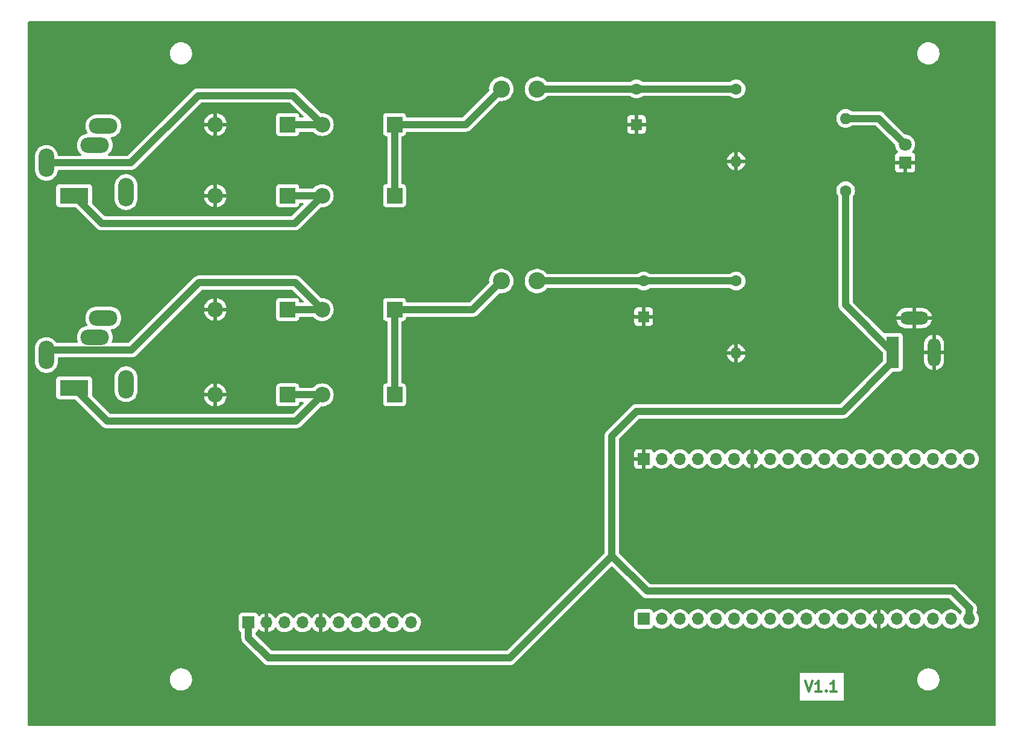
<source format=gbr>
%TF.GenerationSoftware,KiCad,Pcbnew,(6.0.8)*%
%TF.CreationDate,2023-03-14T15:32:15-04:00*%
%TF.ProjectId,MainPCB,4d61696e-5043-4422-9e6b-696361645f70,rev?*%
%TF.SameCoordinates,Original*%
%TF.FileFunction,Copper,L1,Top*%
%TF.FilePolarity,Positive*%
%FSLAX46Y46*%
G04 Gerber Fmt 4.6, Leading zero omitted, Abs format (unit mm)*
G04 Created by KiCad (PCBNEW (6.0.8)) date 2023-03-14 15:32:15*
%MOMM*%
%LPD*%
G01*
G04 APERTURE LIST*
%ADD10C,0.300000*%
%TA.AperFunction,NonConductor*%
%ADD11C,0.300000*%
%TD*%
%TA.AperFunction,ComponentPad*%
%ADD12R,2.200000X2.200000*%
%TD*%
%TA.AperFunction,ComponentPad*%
%ADD13O,2.200000X2.200000*%
%TD*%
%TA.AperFunction,ComponentPad*%
%ADD14R,1.700000X1.700000*%
%TD*%
%TA.AperFunction,ComponentPad*%
%ADD15O,1.700000X1.700000*%
%TD*%
%TA.AperFunction,ComponentPad*%
%ADD16C,2.400000*%
%TD*%
%TA.AperFunction,ComponentPad*%
%ADD17O,4.000000X2.200000*%
%TD*%
%TA.AperFunction,ComponentPad*%
%ADD18O,2.200000X4.000000*%
%TD*%
%TA.AperFunction,ComponentPad*%
%ADD19R,4.000000X2.200000*%
%TD*%
%TA.AperFunction,ComponentPad*%
%ADD20R,1.800000X1.800000*%
%TD*%
%TA.AperFunction,ComponentPad*%
%ADD21C,1.800000*%
%TD*%
%TA.AperFunction,ComponentPad*%
%ADD22C,1.600000*%
%TD*%
%TA.AperFunction,ComponentPad*%
%ADD23R,1.600000X1.600000*%
%TD*%
%TA.AperFunction,ComponentPad*%
%ADD24R,1.800000X4.400000*%
%TD*%
%TA.AperFunction,ComponentPad*%
%ADD25O,1.800000X4.000000*%
%TD*%
%TA.AperFunction,ComponentPad*%
%ADD26O,4.000000X1.800000*%
%TD*%
%TA.AperFunction,ComponentPad*%
%ADD27O,1.600000X1.600000*%
%TD*%
%TA.AperFunction,Conductor*%
%ADD28C,1.000000*%
%TD*%
G04 APERTURE END LIST*
D10*
D11*
X172714285Y-156178571D02*
X173214285Y-157678571D01*
X173714285Y-156178571D01*
X175000000Y-157678571D02*
X174142857Y-157678571D01*
X174571428Y-157678571D02*
X174571428Y-156178571D01*
X174428571Y-156392857D01*
X174285714Y-156535714D01*
X174142857Y-156607142D01*
X175642857Y-157535714D02*
X175714285Y-157607142D01*
X175642857Y-157678571D01*
X175571428Y-157607142D01*
X175642857Y-157535714D01*
X175642857Y-157678571D01*
X177142857Y-157678571D02*
X176285714Y-157678571D01*
X176714285Y-157678571D02*
X176714285Y-156178571D01*
X176571428Y-156392857D01*
X176428571Y-156535714D01*
X176285714Y-156607142D01*
D12*
%TO.P,D7,1,K*%
%TO.N,Net-(D7-Pad1)*%
X100000000Y-116000000D03*
D13*
%TO.P,D7,2,A*%
%TO.N,GND*%
X89840000Y-116000000D03*
%TD*%
D14*
%TO.P,J8,1,Pin_1*%
%TO.N,VCC*%
X94500000Y-148000000D03*
D15*
%TO.P,J8,2,Pin_2*%
%TO.N,GND*%
X97040000Y-148000000D03*
%TO.P,J8,3,Pin_3*%
%TO.N,Net-(J5-Pad3)*%
X99580000Y-148000000D03*
%TO.P,J8,4,Pin_4*%
%TO.N,Net-(J5-Pad6)*%
X102120000Y-148000000D03*
%TO.P,J8,5,Pin_5*%
%TO.N,GND*%
X104660000Y-148000000D03*
%TO.P,J8,6,Pin_6*%
%TO.N,unconnected-(J8-Pad6)*%
X107200000Y-148000000D03*
%TO.P,J8,7,Pin_7*%
%TO.N,Net-(C1-Pad1)*%
X109740000Y-148000000D03*
%TO.P,J8,8,Pin_8*%
%TO.N,Net-(C2-Pad1)*%
X112280000Y-148000000D03*
%TO.P,J8,9,Pin_9*%
%TO.N,unconnected-(J8-Pad9)*%
X114820000Y-148000000D03*
%TO.P,J8,10,Pin_10*%
%TO.N,unconnected-(J8-Pad10)*%
X117360000Y-148000000D03*
%TD*%
D16*
%TO.P,L2,1,1*%
%TO.N,Net-(D6-Pad1)*%
X130000000Y-100000000D03*
%TO.P,L2,2,2*%
%TO.N,Net-(C2-Pad1)*%
X135000000Y-100000000D03*
%TD*%
D12*
%TO.P,D8,1,K*%
%TO.N,Net-(D6-Pad1)*%
X115000000Y-116000000D03*
D13*
%TO.P,D8,2,A*%
%TO.N,Net-(D7-Pad1)*%
X104840000Y-116000000D03*
%TD*%
D14*
%TO.P,J5,1,Pin_1*%
%TO.N,GND*%
X150000000Y-125000000D03*
D15*
%TO.P,J5,2,Pin_2*%
%TO.N,unconnected-(J5-Pad2)*%
X152540000Y-125000000D03*
%TO.P,J5,3,Pin_3*%
%TO.N,Net-(J5-Pad3)*%
X155080000Y-125000000D03*
%TO.P,J5,4,Pin_4*%
%TO.N,unconnected-(J5-Pad4)*%
X157620000Y-125000000D03*
%TO.P,J5,5,Pin_5*%
%TO.N,unconnected-(J5-Pad5)*%
X160160000Y-125000000D03*
%TO.P,J5,6,Pin_6*%
%TO.N,Net-(J5-Pad6)*%
X162700000Y-125000000D03*
%TO.P,J5,7,Pin_7*%
%TO.N,GND*%
X165240000Y-125000000D03*
%TO.P,J5,8,Pin_8*%
%TO.N,unconnected-(J5-Pad8)*%
X167780000Y-125000000D03*
%TO.P,J5,9,Pin_9*%
%TO.N,unconnected-(J5-Pad9)*%
X170320000Y-125000000D03*
%TO.P,J5,10,Pin_10*%
%TO.N,unconnected-(J5-Pad10)*%
X172860000Y-125000000D03*
%TO.P,J5,11,Pin_11*%
%TO.N,unconnected-(J5-Pad11)*%
X175400000Y-125000000D03*
%TO.P,J5,12,Pin_12*%
%TO.N,unconnected-(J5-Pad12)*%
X177940000Y-125000000D03*
%TO.P,J5,13,Pin_13*%
%TO.N,unconnected-(J5-Pad13)*%
X180480000Y-125000000D03*
%TO.P,J5,14,Pin_14*%
%TO.N,unconnected-(J5-Pad14)*%
X183020000Y-125000000D03*
%TO.P,J5,15,Pin_15*%
%TO.N,unconnected-(J5-Pad15)*%
X185560000Y-125000000D03*
%TO.P,J5,16,Pin_16*%
%TO.N,unconnected-(J5-Pad16)*%
X188100000Y-125000000D03*
%TO.P,J5,17,Pin_17*%
%TO.N,unconnected-(J5-Pad17)*%
X190640000Y-125000000D03*
%TO.P,J5,18,Pin_18*%
%TO.N,unconnected-(J5-Pad18)*%
X193180000Y-125000000D03*
%TO.P,J5,19,Pin_19*%
%TO.N,unconnected-(J5-Pad19)*%
X195720000Y-125000000D03*
%TD*%
D17*
%TO.P,J1,R*%
%TO.N,unconnected-(J1-PadR)*%
X74100000Y-78200000D03*
%TO.P,J1,RN*%
%TO.N,unconnected-(J1-PadRN)*%
X72900000Y-80900000D03*
D18*
%TO.P,J1,S*%
%TO.N,Net-(D1-Pad1)*%
X66100000Y-83400000D03*
D19*
%TO.P,J1,T*%
%TO.N,Net-(D3-Pad1)*%
X70000000Y-88000000D03*
D18*
%TO.P,J1,TN*%
%TO.N,unconnected-(J1-PadTN)*%
X77300000Y-87500000D03*
%TD*%
D20*
%TO.P,LED1,1,K*%
%TO.N,GND*%
X186725000Y-83350000D03*
D21*
%TO.P,LED1,2,A*%
%TO.N,Net-(LED1-Pad2)*%
X186725000Y-80810000D03*
%TD*%
D22*
%TO.P,C1,1*%
%TO.N,Net-(C1-Pad1)*%
X149000000Y-73000000D03*
D23*
%TO.P,C1,2*%
%TO.N,GND*%
X149000000Y-78000000D03*
%TD*%
D17*
%TO.P,J2,R*%
%TO.N,unconnected-(J2-PadR)*%
X74100000Y-105200000D03*
%TO.P,J2,RN*%
%TO.N,unconnected-(J2-PadRN)*%
X72900000Y-107900000D03*
D18*
%TO.P,J2,S*%
%TO.N,Net-(D5-Pad1)*%
X66100000Y-110400000D03*
D19*
%TO.P,J2,T*%
%TO.N,Net-(D7-Pad1)*%
X70000000Y-115000000D03*
D18*
%TO.P,J2,TN*%
%TO.N,unconnected-(J2-PadTN)*%
X77300000Y-114500000D03*
%TD*%
D22*
%TO.P,C2,1*%
%TO.N,Net-(C2-Pad1)*%
X150000000Y-100000000D03*
D23*
%TO.P,C2,2*%
%TO.N,GND*%
X150000000Y-105000000D03*
%TD*%
D24*
%TO.P,J3,1*%
%TO.N,VCC*%
X185000000Y-110000000D03*
D25*
%TO.P,J3,2*%
%TO.N,GND*%
X190800000Y-110000000D03*
D26*
%TO.P,J3,3*%
X188000000Y-105200000D03*
%TD*%
D12*
%TO.P,D5,1,K*%
%TO.N,Net-(D5-Pad1)*%
X100000000Y-104000000D03*
D13*
%TO.P,D5,2,A*%
%TO.N,GND*%
X89840000Y-104000000D03*
%TD*%
D14*
%TO.P,J4,1,Pin_1*%
%TO.N,unconnected-(J4-Pad1)*%
X150000000Y-147500000D03*
D15*
%TO.P,J4,2,Pin_2*%
%TO.N,unconnected-(J4-Pad2)*%
X152540000Y-147500000D03*
%TO.P,J4,3,Pin_3*%
%TO.N,unconnected-(J4-Pad3)*%
X155080000Y-147500000D03*
%TO.P,J4,4,Pin_4*%
%TO.N,unconnected-(J4-Pad4)*%
X157620000Y-147500000D03*
%TO.P,J4,5,Pin_5*%
%TO.N,unconnected-(J4-Pad5)*%
X160160000Y-147500000D03*
%TO.P,J4,6,Pin_6*%
%TO.N,unconnected-(J4-Pad6)*%
X162700000Y-147500000D03*
%TO.P,J4,7,Pin_7*%
%TO.N,unconnected-(J4-Pad7)*%
X165240000Y-147500000D03*
%TO.P,J4,8,Pin_8*%
%TO.N,unconnected-(J4-Pad8)*%
X167780000Y-147500000D03*
%TO.P,J4,9,Pin_9*%
%TO.N,unconnected-(J4-Pad9)*%
X170320000Y-147500000D03*
%TO.P,J4,10,Pin_10*%
%TO.N,unconnected-(J4-Pad10)*%
X172860000Y-147500000D03*
%TO.P,J4,11,Pin_11*%
%TO.N,unconnected-(J4-Pad11)*%
X175400000Y-147500000D03*
%TO.P,J4,12,Pin_12*%
%TO.N,unconnected-(J4-Pad12)*%
X177940000Y-147500000D03*
%TO.P,J4,13,Pin_13*%
%TO.N,unconnected-(J4-Pad13)*%
X180480000Y-147500000D03*
%TO.P,J4,14,Pin_14*%
%TO.N,GND*%
X183020000Y-147500000D03*
%TO.P,J4,15,Pin_15*%
%TO.N,unconnected-(J4-Pad15)*%
X185560000Y-147500000D03*
%TO.P,J4,16,Pin_16*%
%TO.N,unconnected-(J4-Pad16)*%
X188100000Y-147500000D03*
%TO.P,J4,17,Pin_17*%
%TO.N,unconnected-(J4-Pad17)*%
X190640000Y-147500000D03*
%TO.P,J4,18,Pin_18*%
%TO.N,unconnected-(J4-Pad18)*%
X193180000Y-147500000D03*
%TO.P,J4,19,Pin_19*%
%TO.N,VCC*%
X195720000Y-147500000D03*
%TD*%
D22*
%TO.P,R1,1*%
%TO.N,Net-(C1-Pad1)*%
X163000000Y-73000000D03*
D27*
%TO.P,R1,2*%
%TO.N,GND*%
X163000000Y-83160000D03*
%TD*%
D22*
%TO.P,R3,1*%
%TO.N,VCC*%
X178375000Y-87305000D03*
D27*
%TO.P,R3,2*%
%TO.N,Net-(LED1-Pad2)*%
X178375000Y-77145000D03*
%TD*%
D12*
%TO.P,D1,1,K*%
%TO.N,Net-(D1-Pad1)*%
X100000000Y-78000000D03*
D13*
%TO.P,D1,2,A*%
%TO.N,GND*%
X89840000Y-78000000D03*
%TD*%
D22*
%TO.P,R2,1*%
%TO.N,Net-(C2-Pad1)*%
X163000000Y-100000000D03*
D27*
%TO.P,R2,2*%
%TO.N,GND*%
X163000000Y-110160000D03*
%TD*%
D12*
%TO.P,D4,1,K*%
%TO.N,Net-(D2-Pad1)*%
X115000000Y-88000000D03*
D13*
%TO.P,D4,2,A*%
%TO.N,Net-(D3-Pad1)*%
X104840000Y-88000000D03*
%TD*%
D12*
%TO.P,D2,1,K*%
%TO.N,Net-(D2-Pad1)*%
X115000000Y-78000000D03*
D13*
%TO.P,D2,2,A*%
%TO.N,Net-(D1-Pad1)*%
X104840000Y-78000000D03*
%TD*%
D12*
%TO.P,D3,1,K*%
%TO.N,Net-(D3-Pad1)*%
X100000000Y-88000000D03*
D13*
%TO.P,D3,2,A*%
%TO.N,GND*%
X89840000Y-88000000D03*
%TD*%
D16*
%TO.P,L1,1,1*%
%TO.N,Net-(D2-Pad1)*%
X130000000Y-73000000D03*
%TO.P,L1,2,2*%
%TO.N,Net-(C1-Pad1)*%
X135000000Y-73000000D03*
%TD*%
D12*
%TO.P,D6,1,K*%
%TO.N,Net-(D6-Pad1)*%
X115000000Y-104000000D03*
D13*
%TO.P,D6,2,A*%
%TO.N,Net-(D5-Pad1)*%
X104840000Y-104000000D03*
%TD*%
D28*
%TO.N,VCC*%
X193384000Y-143600000D02*
X150500000Y-143600000D01*
X150500000Y-143600000D02*
X145525000Y-138625000D01*
X195834000Y-146050000D02*
X193384000Y-143600000D01*
X195720000Y-146164000D02*
X195834000Y-146050000D01*
X195720000Y-147500000D02*
X195720000Y-146164000D01*
%TO.N,Net-(C2-Pad1)*%
X150000000Y-100000000D02*
X163000000Y-100000000D01*
X135000000Y-100000000D02*
X150000000Y-100000000D01*
%TO.N,Net-(D1-Pad1)*%
X100765000Y-73925000D02*
X104840000Y-78000000D01*
X66100000Y-83400000D02*
X77950000Y-83400000D01*
X77950000Y-83400000D02*
X87425000Y-73925000D01*
X87425000Y-73925000D02*
X100765000Y-73925000D01*
X100000000Y-78000000D02*
X104840000Y-78000000D01*
%TO.N,Net-(D2-Pad1)*%
X125000000Y-78000000D02*
X130000000Y-73000000D01*
X115000000Y-88000000D02*
X115000000Y-78000000D01*
X115000000Y-78000000D02*
X125000000Y-78000000D01*
%TO.N,Net-(D3-Pad1)*%
X70000000Y-88000000D02*
X73875000Y-91875000D01*
X100000000Y-88000000D02*
X104840000Y-88000000D01*
X73875000Y-91875000D02*
X100965000Y-91875000D01*
X100965000Y-91875000D02*
X104840000Y-88000000D01*
%TO.N,Net-(D6-Pad1)*%
X126000000Y-104000000D02*
X130000000Y-100000000D01*
X115000000Y-104000000D02*
X126000000Y-104000000D01*
X115000000Y-104000000D02*
X115000000Y-116000000D01*
%TO.N,Net-(D5-Pad1)*%
X66800000Y-109700000D02*
X78075000Y-109700000D01*
X100000000Y-104000000D02*
X104840000Y-104000000D01*
X101065000Y-100225000D02*
X104840000Y-104000000D01*
X66100000Y-110400000D02*
X66800000Y-109700000D01*
X87550000Y-100225000D02*
X101065000Y-100225000D01*
X78075000Y-109700000D02*
X87550000Y-100225000D01*
%TO.N,Net-(D7-Pad1)*%
X74650000Y-119675000D02*
X101165000Y-119675000D01*
X101165000Y-119675000D02*
X104840000Y-116000000D01*
X70000000Y-115025000D02*
X74650000Y-119675000D01*
X70000000Y-115000000D02*
X70000000Y-115025000D01*
X100000000Y-116000000D02*
X104840000Y-116000000D01*
%TO.N,VCC*%
X178000000Y-118300000D02*
X185000000Y-111300000D01*
X145525000Y-138625000D02*
X145525000Y-121775000D01*
X97325000Y-152975000D02*
X131175000Y-152975000D01*
X131175000Y-152975000D02*
X145525000Y-138625000D01*
X149000000Y-118300000D02*
X178000000Y-118300000D01*
X94500000Y-150150000D02*
X97325000Y-152975000D01*
X145525000Y-121775000D02*
X149000000Y-118300000D01*
X178375000Y-87305000D02*
X178375000Y-103375000D01*
X94500000Y-148000000D02*
X94500000Y-150150000D01*
X178375000Y-103375000D02*
X185000000Y-110000000D01*
X185000000Y-111300000D02*
X185000000Y-110000000D01*
%TO.N,Net-(C1-Pad1)*%
X149000000Y-73000000D02*
X163000000Y-73000000D01*
X135000000Y-73000000D02*
X149000000Y-73000000D01*
%TO.N,Net-(LED1-Pad2)*%
X183060000Y-77145000D02*
X186725000Y-80810000D01*
X178375000Y-77145000D02*
X183060000Y-77145000D01*
%TD*%
%TA.AperFunction,Conductor*%
%TO.N,GND*%
G36*
X199433621Y-63528502D02*
G01*
X199480114Y-63582158D01*
X199491500Y-63634500D01*
X199491500Y-162365500D01*
X199471498Y-162433621D01*
X199417842Y-162480114D01*
X199365500Y-162491500D01*
X63634500Y-162491500D01*
X63566379Y-162471498D01*
X63519886Y-162417842D01*
X63508500Y-162365500D01*
X63508500Y-158941000D01*
X171912929Y-158941000D01*
X178087072Y-158941000D01*
X178087072Y-156054568D01*
X188437382Y-156054568D01*
X188466208Y-156303699D01*
X188467587Y-156308573D01*
X188467588Y-156308577D01*
X188506526Y-156446181D01*
X188534494Y-156545017D01*
X188536628Y-156549592D01*
X188536630Y-156549599D01*
X188638347Y-156767731D01*
X188640484Y-156772313D01*
X188643326Y-156776494D01*
X188643326Y-156776495D01*
X188778605Y-156975552D01*
X188778608Y-156975556D01*
X188781451Y-156979739D01*
X188784928Y-156983416D01*
X188784929Y-156983417D01*
X188885238Y-157089491D01*
X188953767Y-157161959D01*
X188957793Y-157165037D01*
X188957794Y-157165038D01*
X189148981Y-157311212D01*
X189148985Y-157311215D01*
X189153001Y-157314285D01*
X189374026Y-157432797D01*
X189378807Y-157434443D01*
X189378811Y-157434445D01*
X189604538Y-157512169D01*
X189611156Y-157514448D01*
X189714689Y-157532331D01*
X189854380Y-157556460D01*
X189854386Y-157556461D01*
X189858290Y-157557135D01*
X189862251Y-157557315D01*
X189862252Y-157557315D01*
X189886931Y-157558436D01*
X189886950Y-157558436D01*
X189888350Y-157558500D01*
X190063015Y-157558500D01*
X190065523Y-157558298D01*
X190065528Y-157558298D01*
X190244944Y-157543863D01*
X190244949Y-157543862D01*
X190249985Y-157543457D01*
X190254893Y-157542252D01*
X190254896Y-157542251D01*
X190488625Y-157484841D01*
X190493539Y-157483634D01*
X190498191Y-157481659D01*
X190498195Y-157481658D01*
X190719741Y-157387617D01*
X190719742Y-157387617D01*
X190724396Y-157385641D01*
X190936615Y-157252000D01*
X191124738Y-157086147D01*
X191283924Y-156892351D01*
X191410078Y-156675596D01*
X191499955Y-156441461D01*
X191551241Y-156195967D01*
X191562618Y-155945432D01*
X191533792Y-155696301D01*
X191494810Y-155558539D01*
X191466884Y-155459852D01*
X191466883Y-155459850D01*
X191465506Y-155454983D01*
X191463372Y-155450408D01*
X191463370Y-155450401D01*
X191361653Y-155232269D01*
X191361651Y-155232265D01*
X191359516Y-155227687D01*
X191356674Y-155223505D01*
X191221395Y-155024448D01*
X191221392Y-155024444D01*
X191218549Y-155020261D01*
X191117925Y-154913853D01*
X191049713Y-154841721D01*
X191046233Y-154838041D01*
X191042206Y-154834962D01*
X190851019Y-154688788D01*
X190851015Y-154688785D01*
X190846999Y-154685715D01*
X190625974Y-154567203D01*
X190621193Y-154565557D01*
X190621189Y-154565555D01*
X190393633Y-154487201D01*
X190388844Y-154485552D01*
X190285311Y-154467669D01*
X190145620Y-154443540D01*
X190145614Y-154443539D01*
X190141710Y-154442865D01*
X190137749Y-154442685D01*
X190137748Y-154442685D01*
X190113069Y-154441564D01*
X190113050Y-154441564D01*
X190111650Y-154441500D01*
X189936985Y-154441500D01*
X189934477Y-154441702D01*
X189934472Y-154441702D01*
X189755056Y-154456137D01*
X189755051Y-154456138D01*
X189750015Y-154456543D01*
X189745107Y-154457748D01*
X189745104Y-154457749D01*
X189513326Y-154514680D01*
X189506461Y-154516366D01*
X189501809Y-154518341D01*
X189501805Y-154518342D01*
X189381061Y-154569595D01*
X189275604Y-154614359D01*
X189063385Y-154748000D01*
X188875262Y-154913853D01*
X188716076Y-155107649D01*
X188589922Y-155324404D01*
X188500045Y-155558539D01*
X188448759Y-155804033D01*
X188437382Y-156054568D01*
X178087072Y-156054568D01*
X178087072Y-155059000D01*
X171912929Y-155059000D01*
X171912929Y-158941000D01*
X63508500Y-158941000D01*
X63508500Y-156054568D01*
X83437382Y-156054568D01*
X83466208Y-156303699D01*
X83467587Y-156308573D01*
X83467588Y-156308577D01*
X83506526Y-156446181D01*
X83534494Y-156545017D01*
X83536628Y-156549592D01*
X83536630Y-156549599D01*
X83638347Y-156767731D01*
X83640484Y-156772313D01*
X83643326Y-156776494D01*
X83643326Y-156776495D01*
X83778605Y-156975552D01*
X83778608Y-156975556D01*
X83781451Y-156979739D01*
X83784928Y-156983416D01*
X83784929Y-156983417D01*
X83885238Y-157089491D01*
X83953767Y-157161959D01*
X83957793Y-157165037D01*
X83957794Y-157165038D01*
X84148981Y-157311212D01*
X84148985Y-157311215D01*
X84153001Y-157314285D01*
X84374026Y-157432797D01*
X84378807Y-157434443D01*
X84378811Y-157434445D01*
X84604538Y-157512169D01*
X84611156Y-157514448D01*
X84714689Y-157532331D01*
X84854380Y-157556460D01*
X84854386Y-157556461D01*
X84858290Y-157557135D01*
X84862251Y-157557315D01*
X84862252Y-157557315D01*
X84886931Y-157558436D01*
X84886950Y-157558436D01*
X84888350Y-157558500D01*
X85063015Y-157558500D01*
X85065523Y-157558298D01*
X85065528Y-157558298D01*
X85244944Y-157543863D01*
X85244949Y-157543862D01*
X85249985Y-157543457D01*
X85254893Y-157542252D01*
X85254896Y-157542251D01*
X85488625Y-157484841D01*
X85493539Y-157483634D01*
X85498191Y-157481659D01*
X85498195Y-157481658D01*
X85719741Y-157387617D01*
X85719742Y-157387617D01*
X85724396Y-157385641D01*
X85936615Y-157252000D01*
X86124738Y-157086147D01*
X86283924Y-156892351D01*
X86410078Y-156675596D01*
X86499955Y-156441461D01*
X86551241Y-156195967D01*
X86562618Y-155945432D01*
X86533792Y-155696301D01*
X86494810Y-155558539D01*
X86466884Y-155459852D01*
X86466883Y-155459850D01*
X86465506Y-155454983D01*
X86463372Y-155450408D01*
X86463370Y-155450401D01*
X86361653Y-155232269D01*
X86361651Y-155232265D01*
X86359516Y-155227687D01*
X86356674Y-155223505D01*
X86221395Y-155024448D01*
X86221392Y-155024444D01*
X86218549Y-155020261D01*
X86117925Y-154913853D01*
X86049713Y-154841721D01*
X86046233Y-154838041D01*
X86042206Y-154834962D01*
X85851019Y-154688788D01*
X85851015Y-154688785D01*
X85846999Y-154685715D01*
X85625974Y-154567203D01*
X85621193Y-154565557D01*
X85621189Y-154565555D01*
X85393633Y-154487201D01*
X85388844Y-154485552D01*
X85285311Y-154467669D01*
X85145620Y-154443540D01*
X85145614Y-154443539D01*
X85141710Y-154442865D01*
X85137749Y-154442685D01*
X85137748Y-154442685D01*
X85113069Y-154441564D01*
X85113050Y-154441564D01*
X85111650Y-154441500D01*
X84936985Y-154441500D01*
X84934477Y-154441702D01*
X84934472Y-154441702D01*
X84755056Y-154456137D01*
X84755051Y-154456138D01*
X84750015Y-154456543D01*
X84745107Y-154457748D01*
X84745104Y-154457749D01*
X84513326Y-154514680D01*
X84506461Y-154516366D01*
X84501809Y-154518341D01*
X84501805Y-154518342D01*
X84381061Y-154569595D01*
X84275604Y-154614359D01*
X84063385Y-154748000D01*
X83875262Y-154913853D01*
X83716076Y-155107649D01*
X83589922Y-155324404D01*
X83500045Y-155558539D01*
X83448759Y-155804033D01*
X83437382Y-156054568D01*
X63508500Y-156054568D01*
X63508500Y-148898134D01*
X93141500Y-148898134D01*
X93148255Y-148960316D01*
X93199385Y-149096705D01*
X93286739Y-149213261D01*
X93403295Y-149300615D01*
X93411704Y-149303767D01*
X93419575Y-149308077D01*
X93418664Y-149309741D01*
X93466490Y-149345663D01*
X93491193Y-149412224D01*
X93491500Y-149421009D01*
X93491500Y-150088157D01*
X93490763Y-150101764D01*
X93486676Y-150139388D01*
X93487213Y-150145523D01*
X93491050Y-150189388D01*
X93491379Y-150194214D01*
X93491500Y-150196686D01*
X93491500Y-150199769D01*
X93491801Y-150202837D01*
X93495690Y-150242506D01*
X93495812Y-150243819D01*
X93503913Y-150336413D01*
X93505400Y-150341532D01*
X93505920Y-150346833D01*
X93532791Y-150435834D01*
X93533126Y-150436967D01*
X93559091Y-150526336D01*
X93561544Y-150531068D01*
X93563084Y-150536169D01*
X93565978Y-150541612D01*
X93606731Y-150618260D01*
X93607343Y-150619426D01*
X93650108Y-150701926D01*
X93653431Y-150706089D01*
X93655934Y-150710796D01*
X93714755Y-150782918D01*
X93715446Y-150783774D01*
X93746738Y-150822973D01*
X93749242Y-150825477D01*
X93749884Y-150826195D01*
X93753585Y-150830528D01*
X93780935Y-150864062D01*
X93785682Y-150867989D01*
X93785684Y-150867991D01*
X93816262Y-150893287D01*
X93825042Y-150901277D01*
X96568145Y-153644379D01*
X96577247Y-153654522D01*
X96600968Y-153684025D01*
X96639456Y-153716320D01*
X96643075Y-153719478D01*
X96644890Y-153721124D01*
X96647075Y-153723309D01*
X96649455Y-153725264D01*
X96649465Y-153725273D01*
X96680236Y-153750549D01*
X96681251Y-153751391D01*
X96691393Y-153759901D01*
X96752474Y-153811154D01*
X96757148Y-153813723D01*
X96761261Y-153817102D01*
X96766698Y-153820017D01*
X96766699Y-153820018D01*
X96843047Y-153860955D01*
X96844177Y-153861568D01*
X96925787Y-153906433D01*
X96930869Y-153908045D01*
X96935563Y-153910562D01*
X97024531Y-153937762D01*
X97025559Y-153938082D01*
X97114306Y-153966235D01*
X97119602Y-153966829D01*
X97124698Y-153968387D01*
X97217257Y-153977790D01*
X97218393Y-153977911D01*
X97252008Y-153981681D01*
X97264730Y-153983108D01*
X97264734Y-153983108D01*
X97268227Y-153983500D01*
X97271754Y-153983500D01*
X97272739Y-153983555D01*
X97278419Y-153984002D01*
X97307825Y-153986989D01*
X97315337Y-153987752D01*
X97315339Y-153987752D01*
X97321462Y-153988374D01*
X97367108Y-153984059D01*
X97378967Y-153983500D01*
X131113157Y-153983500D01*
X131126764Y-153984237D01*
X131158262Y-153987659D01*
X131158267Y-153987659D01*
X131164388Y-153988324D01*
X131190638Y-153986027D01*
X131214388Y-153983950D01*
X131219214Y-153983621D01*
X131221686Y-153983500D01*
X131224769Y-153983500D01*
X131236738Y-153982326D01*
X131267506Y-153979310D01*
X131268819Y-153979188D01*
X131313084Y-153975315D01*
X131361413Y-153971087D01*
X131366532Y-153969600D01*
X131371833Y-153969080D01*
X131460834Y-153942209D01*
X131461967Y-153941874D01*
X131545414Y-153917630D01*
X131545418Y-153917628D01*
X131551336Y-153915909D01*
X131556068Y-153913456D01*
X131561169Y-153911916D01*
X131568173Y-153908192D01*
X131643260Y-153868269D01*
X131644426Y-153867657D01*
X131721453Y-153827729D01*
X131726926Y-153824892D01*
X131731089Y-153821569D01*
X131735796Y-153819066D01*
X131807918Y-153760245D01*
X131808774Y-153759554D01*
X131847973Y-153728262D01*
X131850477Y-153725758D01*
X131851195Y-153725116D01*
X131855528Y-153721415D01*
X131889062Y-153694065D01*
X131918288Y-153658737D01*
X131926277Y-153649958D01*
X137178101Y-148398134D01*
X148641500Y-148398134D01*
X148648255Y-148460316D01*
X148699385Y-148596705D01*
X148786739Y-148713261D01*
X148903295Y-148800615D01*
X149039684Y-148851745D01*
X149101866Y-148858500D01*
X150898134Y-148858500D01*
X150960316Y-148851745D01*
X151096705Y-148800615D01*
X151213261Y-148713261D01*
X151300615Y-148596705D01*
X151322799Y-148537529D01*
X151344598Y-148479382D01*
X151387240Y-148422618D01*
X151453802Y-148397918D01*
X151523150Y-148413126D01*
X151557817Y-148441114D01*
X151586250Y-148473938D01*
X151758126Y-148616632D01*
X151951000Y-148729338D01*
X152159692Y-148809030D01*
X152164760Y-148810061D01*
X152164763Y-148810062D01*
X152259862Y-148829410D01*
X152378597Y-148853567D01*
X152383772Y-148853757D01*
X152383774Y-148853757D01*
X152596673Y-148861564D01*
X152596677Y-148861564D01*
X152601837Y-148861753D01*
X152606957Y-148861097D01*
X152606959Y-148861097D01*
X152818288Y-148834025D01*
X152818289Y-148834025D01*
X152823416Y-148833368D01*
X152828366Y-148831883D01*
X153032429Y-148770661D01*
X153032434Y-148770659D01*
X153037384Y-148769174D01*
X153237994Y-148670896D01*
X153419860Y-148541173D01*
X153578096Y-148383489D01*
X153708453Y-148202077D01*
X153709776Y-148203028D01*
X153756645Y-148159857D01*
X153826580Y-148147625D01*
X153892026Y-148175144D01*
X153919875Y-148206994D01*
X153979987Y-148305088D01*
X154126250Y-148473938D01*
X154298126Y-148616632D01*
X154491000Y-148729338D01*
X154699692Y-148809030D01*
X154704760Y-148810061D01*
X154704763Y-148810062D01*
X154799862Y-148829410D01*
X154918597Y-148853567D01*
X154923772Y-148853757D01*
X154923774Y-148853757D01*
X155136673Y-148861564D01*
X155136677Y-148861564D01*
X155141837Y-148861753D01*
X155146957Y-148861097D01*
X155146959Y-148861097D01*
X155358288Y-148834025D01*
X155358289Y-148834025D01*
X155363416Y-148833368D01*
X155368366Y-148831883D01*
X155572429Y-148770661D01*
X155572434Y-148770659D01*
X155577384Y-148769174D01*
X155777994Y-148670896D01*
X155959860Y-148541173D01*
X156118096Y-148383489D01*
X156248453Y-148202077D01*
X156249776Y-148203028D01*
X156296645Y-148159857D01*
X156366580Y-148147625D01*
X156432026Y-148175144D01*
X156459875Y-148206994D01*
X156519987Y-148305088D01*
X156666250Y-148473938D01*
X156838126Y-148616632D01*
X157031000Y-148729338D01*
X157239692Y-148809030D01*
X157244760Y-148810061D01*
X157244763Y-148810062D01*
X157339862Y-148829410D01*
X157458597Y-148853567D01*
X157463772Y-148853757D01*
X157463774Y-148853757D01*
X157676673Y-148861564D01*
X157676677Y-148861564D01*
X157681837Y-148861753D01*
X157686957Y-148861097D01*
X157686959Y-148861097D01*
X157898288Y-148834025D01*
X157898289Y-148834025D01*
X157903416Y-148833368D01*
X157908366Y-148831883D01*
X158112429Y-148770661D01*
X158112434Y-148770659D01*
X158117384Y-148769174D01*
X158317994Y-148670896D01*
X158499860Y-148541173D01*
X158658096Y-148383489D01*
X158788453Y-148202077D01*
X158789776Y-148203028D01*
X158836645Y-148159857D01*
X158906580Y-148147625D01*
X158972026Y-148175144D01*
X158999875Y-148206994D01*
X159059987Y-148305088D01*
X159206250Y-148473938D01*
X159378126Y-148616632D01*
X159571000Y-148729338D01*
X159779692Y-148809030D01*
X159784760Y-148810061D01*
X159784763Y-148810062D01*
X159879862Y-148829410D01*
X159998597Y-148853567D01*
X160003772Y-148853757D01*
X160003774Y-148853757D01*
X160216673Y-148861564D01*
X160216677Y-148861564D01*
X160221837Y-148861753D01*
X160226957Y-148861097D01*
X160226959Y-148861097D01*
X160438288Y-148834025D01*
X160438289Y-148834025D01*
X160443416Y-148833368D01*
X160448366Y-148831883D01*
X160652429Y-148770661D01*
X160652434Y-148770659D01*
X160657384Y-148769174D01*
X160857994Y-148670896D01*
X161039860Y-148541173D01*
X161198096Y-148383489D01*
X161328453Y-148202077D01*
X161329776Y-148203028D01*
X161376645Y-148159857D01*
X161446580Y-148147625D01*
X161512026Y-148175144D01*
X161539875Y-148206994D01*
X161599987Y-148305088D01*
X161746250Y-148473938D01*
X161918126Y-148616632D01*
X162111000Y-148729338D01*
X162319692Y-148809030D01*
X162324760Y-148810061D01*
X162324763Y-148810062D01*
X162419862Y-148829410D01*
X162538597Y-148853567D01*
X162543772Y-148853757D01*
X162543774Y-148853757D01*
X162756673Y-148861564D01*
X162756677Y-148861564D01*
X162761837Y-148861753D01*
X162766957Y-148861097D01*
X162766959Y-148861097D01*
X162978288Y-148834025D01*
X162978289Y-148834025D01*
X162983416Y-148833368D01*
X162988366Y-148831883D01*
X163192429Y-148770661D01*
X163192434Y-148770659D01*
X163197384Y-148769174D01*
X163397994Y-148670896D01*
X163579860Y-148541173D01*
X163738096Y-148383489D01*
X163868453Y-148202077D01*
X163869776Y-148203028D01*
X163916645Y-148159857D01*
X163986580Y-148147625D01*
X164052026Y-148175144D01*
X164079875Y-148206994D01*
X164139987Y-148305088D01*
X164286250Y-148473938D01*
X164458126Y-148616632D01*
X164651000Y-148729338D01*
X164859692Y-148809030D01*
X164864760Y-148810061D01*
X164864763Y-148810062D01*
X164959862Y-148829410D01*
X165078597Y-148853567D01*
X165083772Y-148853757D01*
X165083774Y-148853757D01*
X165296673Y-148861564D01*
X165296677Y-148861564D01*
X165301837Y-148861753D01*
X165306957Y-148861097D01*
X165306959Y-148861097D01*
X165518288Y-148834025D01*
X165518289Y-148834025D01*
X165523416Y-148833368D01*
X165528366Y-148831883D01*
X165732429Y-148770661D01*
X165732434Y-148770659D01*
X165737384Y-148769174D01*
X165937994Y-148670896D01*
X166119860Y-148541173D01*
X166278096Y-148383489D01*
X166408453Y-148202077D01*
X166409776Y-148203028D01*
X166456645Y-148159857D01*
X166526580Y-148147625D01*
X166592026Y-148175144D01*
X166619875Y-148206994D01*
X166679987Y-148305088D01*
X166826250Y-148473938D01*
X166998126Y-148616632D01*
X167191000Y-148729338D01*
X167399692Y-148809030D01*
X167404760Y-148810061D01*
X167404763Y-148810062D01*
X167499862Y-148829410D01*
X167618597Y-148853567D01*
X167623772Y-148853757D01*
X167623774Y-148853757D01*
X167836673Y-148861564D01*
X167836677Y-148861564D01*
X167841837Y-148861753D01*
X167846957Y-148861097D01*
X167846959Y-148861097D01*
X168058288Y-148834025D01*
X168058289Y-148834025D01*
X168063416Y-148833368D01*
X168068366Y-148831883D01*
X168272429Y-148770661D01*
X168272434Y-148770659D01*
X168277384Y-148769174D01*
X168477994Y-148670896D01*
X168659860Y-148541173D01*
X168818096Y-148383489D01*
X168948453Y-148202077D01*
X168949776Y-148203028D01*
X168996645Y-148159857D01*
X169066580Y-148147625D01*
X169132026Y-148175144D01*
X169159875Y-148206994D01*
X169219987Y-148305088D01*
X169366250Y-148473938D01*
X169538126Y-148616632D01*
X169731000Y-148729338D01*
X169939692Y-148809030D01*
X169944760Y-148810061D01*
X169944763Y-148810062D01*
X170039862Y-148829410D01*
X170158597Y-148853567D01*
X170163772Y-148853757D01*
X170163774Y-148853757D01*
X170376673Y-148861564D01*
X170376677Y-148861564D01*
X170381837Y-148861753D01*
X170386957Y-148861097D01*
X170386959Y-148861097D01*
X170598288Y-148834025D01*
X170598289Y-148834025D01*
X170603416Y-148833368D01*
X170608366Y-148831883D01*
X170812429Y-148770661D01*
X170812434Y-148770659D01*
X170817384Y-148769174D01*
X171017994Y-148670896D01*
X171199860Y-148541173D01*
X171358096Y-148383489D01*
X171488453Y-148202077D01*
X171489776Y-148203028D01*
X171536645Y-148159857D01*
X171606580Y-148147625D01*
X171672026Y-148175144D01*
X171699875Y-148206994D01*
X171759987Y-148305088D01*
X171906250Y-148473938D01*
X172078126Y-148616632D01*
X172271000Y-148729338D01*
X172479692Y-148809030D01*
X172484760Y-148810061D01*
X172484763Y-148810062D01*
X172579862Y-148829410D01*
X172698597Y-148853567D01*
X172703772Y-148853757D01*
X172703774Y-148853757D01*
X172916673Y-148861564D01*
X172916677Y-148861564D01*
X172921837Y-148861753D01*
X172926957Y-148861097D01*
X172926959Y-148861097D01*
X173138288Y-148834025D01*
X173138289Y-148834025D01*
X173143416Y-148833368D01*
X173148366Y-148831883D01*
X173352429Y-148770661D01*
X173352434Y-148770659D01*
X173357384Y-148769174D01*
X173557994Y-148670896D01*
X173739860Y-148541173D01*
X173898096Y-148383489D01*
X174028453Y-148202077D01*
X174029776Y-148203028D01*
X174076645Y-148159857D01*
X174146580Y-148147625D01*
X174212026Y-148175144D01*
X174239875Y-148206994D01*
X174299987Y-148305088D01*
X174446250Y-148473938D01*
X174618126Y-148616632D01*
X174811000Y-148729338D01*
X175019692Y-148809030D01*
X175024760Y-148810061D01*
X175024763Y-148810062D01*
X175119862Y-148829410D01*
X175238597Y-148853567D01*
X175243772Y-148853757D01*
X175243774Y-148853757D01*
X175456673Y-148861564D01*
X175456677Y-148861564D01*
X175461837Y-148861753D01*
X175466957Y-148861097D01*
X175466959Y-148861097D01*
X175678288Y-148834025D01*
X175678289Y-148834025D01*
X175683416Y-148833368D01*
X175688366Y-148831883D01*
X175892429Y-148770661D01*
X175892434Y-148770659D01*
X175897384Y-148769174D01*
X176097994Y-148670896D01*
X176279860Y-148541173D01*
X176438096Y-148383489D01*
X176568453Y-148202077D01*
X176569776Y-148203028D01*
X176616645Y-148159857D01*
X176686580Y-148147625D01*
X176752026Y-148175144D01*
X176779875Y-148206994D01*
X176839987Y-148305088D01*
X176986250Y-148473938D01*
X177158126Y-148616632D01*
X177351000Y-148729338D01*
X177559692Y-148809030D01*
X177564760Y-148810061D01*
X177564763Y-148810062D01*
X177659862Y-148829410D01*
X177778597Y-148853567D01*
X177783772Y-148853757D01*
X177783774Y-148853757D01*
X177996673Y-148861564D01*
X177996677Y-148861564D01*
X178001837Y-148861753D01*
X178006957Y-148861097D01*
X178006959Y-148861097D01*
X178218288Y-148834025D01*
X178218289Y-148834025D01*
X178223416Y-148833368D01*
X178228366Y-148831883D01*
X178432429Y-148770661D01*
X178432434Y-148770659D01*
X178437384Y-148769174D01*
X178637994Y-148670896D01*
X178819860Y-148541173D01*
X178978096Y-148383489D01*
X179108453Y-148202077D01*
X179109776Y-148203028D01*
X179156645Y-148159857D01*
X179226580Y-148147625D01*
X179292026Y-148175144D01*
X179319875Y-148206994D01*
X179379987Y-148305088D01*
X179526250Y-148473938D01*
X179698126Y-148616632D01*
X179891000Y-148729338D01*
X180099692Y-148809030D01*
X180104760Y-148810061D01*
X180104763Y-148810062D01*
X180199862Y-148829410D01*
X180318597Y-148853567D01*
X180323772Y-148853757D01*
X180323774Y-148853757D01*
X180536673Y-148861564D01*
X180536677Y-148861564D01*
X180541837Y-148861753D01*
X180546957Y-148861097D01*
X180546959Y-148861097D01*
X180758288Y-148834025D01*
X180758289Y-148834025D01*
X180763416Y-148833368D01*
X180768366Y-148831883D01*
X180972429Y-148770661D01*
X180972434Y-148770659D01*
X180977384Y-148769174D01*
X181177994Y-148670896D01*
X181359860Y-148541173D01*
X181518096Y-148383489D01*
X181648453Y-148202077D01*
X181649640Y-148202930D01*
X181696960Y-148159362D01*
X181766897Y-148147145D01*
X181832338Y-148174678D01*
X181860166Y-148206511D01*
X181917694Y-148300388D01*
X181923777Y-148308699D01*
X182063213Y-148469667D01*
X182070580Y-148476883D01*
X182234434Y-148612916D01*
X182242881Y-148618831D01*
X182426756Y-148726279D01*
X182436042Y-148730729D01*
X182635001Y-148806703D01*
X182644899Y-148809579D01*
X182748250Y-148830606D01*
X182762299Y-148829410D01*
X182766000Y-148819065D01*
X182766000Y-146183102D01*
X182762082Y-146169758D01*
X182747806Y-146167771D01*
X182709324Y-146173660D01*
X182699288Y-146176051D01*
X182496868Y-146242212D01*
X182487359Y-146246209D01*
X182298463Y-146344542D01*
X182289738Y-146350036D01*
X182119433Y-146477905D01*
X182111726Y-146484748D01*
X181964590Y-146638717D01*
X181958109Y-146646722D01*
X181853498Y-146800074D01*
X181798587Y-146845076D01*
X181728062Y-146853247D01*
X181664315Y-146821993D01*
X181643618Y-146797509D01*
X181562822Y-146672617D01*
X181562820Y-146672614D01*
X181560014Y-146668277D01*
X181409670Y-146503051D01*
X181405619Y-146499852D01*
X181405615Y-146499848D01*
X181238414Y-146367800D01*
X181238410Y-146367798D01*
X181234359Y-146364598D01*
X181198028Y-146344542D01*
X181147825Y-146316829D01*
X181038789Y-146256638D01*
X181033920Y-146254914D01*
X181033916Y-146254912D01*
X180833087Y-146183795D01*
X180833083Y-146183794D01*
X180828212Y-146182069D01*
X180823119Y-146181162D01*
X180823116Y-146181161D01*
X180613373Y-146143800D01*
X180613367Y-146143799D01*
X180608284Y-146142894D01*
X180534452Y-146141992D01*
X180390081Y-146140228D01*
X180390079Y-146140228D01*
X180384911Y-146140165D01*
X180164091Y-146173955D01*
X179951756Y-146243357D01*
X179753607Y-146346507D01*
X179749474Y-146349610D01*
X179749471Y-146349612D01*
X179613937Y-146451374D01*
X179574965Y-146480635D01*
X179571393Y-146484373D01*
X179454684Y-146606502D01*
X179420629Y-146642138D01*
X179313201Y-146799621D01*
X179258293Y-146844621D01*
X179187768Y-146852792D01*
X179124021Y-146821538D01*
X179103324Y-146797054D01*
X179022822Y-146672617D01*
X179022820Y-146672614D01*
X179020014Y-146668277D01*
X178869670Y-146503051D01*
X178865619Y-146499852D01*
X178865615Y-146499848D01*
X178698414Y-146367800D01*
X178698410Y-146367798D01*
X178694359Y-146364598D01*
X178658028Y-146344542D01*
X178607825Y-146316829D01*
X178498789Y-146256638D01*
X178493920Y-146254914D01*
X178493916Y-146254912D01*
X178293087Y-146183795D01*
X178293083Y-146183794D01*
X178288212Y-146182069D01*
X178283119Y-146181162D01*
X178283116Y-146181161D01*
X178073373Y-146143800D01*
X178073367Y-146143799D01*
X178068284Y-146142894D01*
X177994452Y-146141992D01*
X177850081Y-146140228D01*
X177850079Y-146140228D01*
X177844911Y-146140165D01*
X177624091Y-146173955D01*
X177411756Y-146243357D01*
X177213607Y-146346507D01*
X177209474Y-146349610D01*
X177209471Y-146349612D01*
X177073937Y-146451374D01*
X177034965Y-146480635D01*
X177031393Y-146484373D01*
X176914684Y-146606502D01*
X176880629Y-146642138D01*
X176773201Y-146799621D01*
X176718293Y-146844621D01*
X176647768Y-146852792D01*
X176584021Y-146821538D01*
X176563324Y-146797054D01*
X176482822Y-146672617D01*
X176482820Y-146672614D01*
X176480014Y-146668277D01*
X176329670Y-146503051D01*
X176325619Y-146499852D01*
X176325615Y-146499848D01*
X176158414Y-146367800D01*
X176158410Y-146367798D01*
X176154359Y-146364598D01*
X176118028Y-146344542D01*
X176067825Y-146316829D01*
X175958789Y-146256638D01*
X175953920Y-146254914D01*
X175953916Y-146254912D01*
X175753087Y-146183795D01*
X175753083Y-146183794D01*
X175748212Y-146182069D01*
X175743119Y-146181162D01*
X175743116Y-146181161D01*
X175533373Y-146143800D01*
X175533367Y-146143799D01*
X175528284Y-146142894D01*
X175454452Y-146141992D01*
X175310081Y-146140228D01*
X175310079Y-146140228D01*
X175304911Y-146140165D01*
X175084091Y-146173955D01*
X174871756Y-146243357D01*
X174673607Y-146346507D01*
X174669474Y-146349610D01*
X174669471Y-146349612D01*
X174533937Y-146451374D01*
X174494965Y-146480635D01*
X174491393Y-146484373D01*
X174374684Y-146606502D01*
X174340629Y-146642138D01*
X174233201Y-146799621D01*
X174178293Y-146844621D01*
X174107768Y-146852792D01*
X174044021Y-146821538D01*
X174023324Y-146797054D01*
X173942822Y-146672617D01*
X173942820Y-146672614D01*
X173940014Y-146668277D01*
X173789670Y-146503051D01*
X173785619Y-146499852D01*
X173785615Y-146499848D01*
X173618414Y-146367800D01*
X173618410Y-146367798D01*
X173614359Y-146364598D01*
X173578028Y-146344542D01*
X173527825Y-146316829D01*
X173418789Y-146256638D01*
X173413920Y-146254914D01*
X173413916Y-146254912D01*
X173213087Y-146183795D01*
X173213083Y-146183794D01*
X173208212Y-146182069D01*
X173203119Y-146181162D01*
X173203116Y-146181161D01*
X172993373Y-146143800D01*
X172993367Y-146143799D01*
X172988284Y-146142894D01*
X172914452Y-146141992D01*
X172770081Y-146140228D01*
X172770079Y-146140228D01*
X172764911Y-146140165D01*
X172544091Y-146173955D01*
X172331756Y-146243357D01*
X172133607Y-146346507D01*
X172129474Y-146349610D01*
X172129471Y-146349612D01*
X171993937Y-146451374D01*
X171954965Y-146480635D01*
X171951393Y-146484373D01*
X171834684Y-146606502D01*
X171800629Y-146642138D01*
X171693201Y-146799621D01*
X171638293Y-146844621D01*
X171567768Y-146852792D01*
X171504021Y-146821538D01*
X171483324Y-146797054D01*
X171402822Y-146672617D01*
X171402820Y-146672614D01*
X171400014Y-146668277D01*
X171249670Y-146503051D01*
X171245619Y-146499852D01*
X171245615Y-146499848D01*
X171078414Y-146367800D01*
X171078410Y-146367798D01*
X171074359Y-146364598D01*
X171038028Y-146344542D01*
X170987825Y-146316829D01*
X170878789Y-146256638D01*
X170873920Y-146254914D01*
X170873916Y-146254912D01*
X170673087Y-146183795D01*
X170673083Y-146183794D01*
X170668212Y-146182069D01*
X170663119Y-146181162D01*
X170663116Y-146181161D01*
X170453373Y-146143800D01*
X170453367Y-146143799D01*
X170448284Y-146142894D01*
X170374452Y-146141992D01*
X170230081Y-146140228D01*
X170230079Y-146140228D01*
X170224911Y-146140165D01*
X170004091Y-146173955D01*
X169791756Y-146243357D01*
X169593607Y-146346507D01*
X169589474Y-146349610D01*
X169589471Y-146349612D01*
X169453937Y-146451374D01*
X169414965Y-146480635D01*
X169411393Y-146484373D01*
X169294684Y-146606502D01*
X169260629Y-146642138D01*
X169153201Y-146799621D01*
X169098293Y-146844621D01*
X169027768Y-146852792D01*
X168964021Y-146821538D01*
X168943324Y-146797054D01*
X168862822Y-146672617D01*
X168862820Y-146672614D01*
X168860014Y-146668277D01*
X168709670Y-146503051D01*
X168705619Y-146499852D01*
X168705615Y-146499848D01*
X168538414Y-146367800D01*
X168538410Y-146367798D01*
X168534359Y-146364598D01*
X168498028Y-146344542D01*
X168447825Y-146316829D01*
X168338789Y-146256638D01*
X168333920Y-146254914D01*
X168333916Y-146254912D01*
X168133087Y-146183795D01*
X168133083Y-146183794D01*
X168128212Y-146182069D01*
X168123119Y-146181162D01*
X168123116Y-146181161D01*
X167913373Y-146143800D01*
X167913367Y-146143799D01*
X167908284Y-146142894D01*
X167834452Y-146141992D01*
X167690081Y-146140228D01*
X167690079Y-146140228D01*
X167684911Y-146140165D01*
X167464091Y-146173955D01*
X167251756Y-146243357D01*
X167053607Y-146346507D01*
X167049474Y-146349610D01*
X167049471Y-146349612D01*
X166913937Y-146451374D01*
X166874965Y-146480635D01*
X166871393Y-146484373D01*
X166754684Y-146606502D01*
X166720629Y-146642138D01*
X166613201Y-146799621D01*
X166558293Y-146844621D01*
X166487768Y-146852792D01*
X166424021Y-146821538D01*
X166403324Y-146797054D01*
X166322822Y-146672617D01*
X166322820Y-146672614D01*
X166320014Y-146668277D01*
X166169670Y-146503051D01*
X166165619Y-146499852D01*
X166165615Y-146499848D01*
X165998414Y-146367800D01*
X165998410Y-146367798D01*
X165994359Y-146364598D01*
X165958028Y-146344542D01*
X165907825Y-146316829D01*
X165798789Y-146256638D01*
X165793920Y-146254914D01*
X165793916Y-146254912D01*
X165593087Y-146183795D01*
X165593083Y-146183794D01*
X165588212Y-146182069D01*
X165583119Y-146181162D01*
X165583116Y-146181161D01*
X165373373Y-146143800D01*
X165373367Y-146143799D01*
X165368284Y-146142894D01*
X165294452Y-146141992D01*
X165150081Y-146140228D01*
X165150079Y-146140228D01*
X165144911Y-146140165D01*
X164924091Y-146173955D01*
X164711756Y-146243357D01*
X164513607Y-146346507D01*
X164509474Y-146349610D01*
X164509471Y-146349612D01*
X164373937Y-146451374D01*
X164334965Y-146480635D01*
X164331393Y-146484373D01*
X164214684Y-146606502D01*
X164180629Y-146642138D01*
X164073201Y-146799621D01*
X164018293Y-146844621D01*
X163947768Y-146852792D01*
X163884021Y-146821538D01*
X163863324Y-146797054D01*
X163782822Y-146672617D01*
X163782820Y-146672614D01*
X163780014Y-146668277D01*
X163629670Y-146503051D01*
X163625619Y-146499852D01*
X163625615Y-146499848D01*
X163458414Y-146367800D01*
X163458410Y-146367798D01*
X163454359Y-146364598D01*
X163418028Y-146344542D01*
X163367825Y-146316829D01*
X163258789Y-146256638D01*
X163253920Y-146254914D01*
X163253916Y-146254912D01*
X163053087Y-146183795D01*
X163053083Y-146183794D01*
X163048212Y-146182069D01*
X163043119Y-146181162D01*
X163043116Y-146181161D01*
X162833373Y-146143800D01*
X162833367Y-146143799D01*
X162828284Y-146142894D01*
X162754452Y-146141992D01*
X162610081Y-146140228D01*
X162610079Y-146140228D01*
X162604911Y-146140165D01*
X162384091Y-146173955D01*
X162171756Y-146243357D01*
X161973607Y-146346507D01*
X161969474Y-146349610D01*
X161969471Y-146349612D01*
X161833937Y-146451374D01*
X161794965Y-146480635D01*
X161791393Y-146484373D01*
X161674684Y-146606502D01*
X161640629Y-146642138D01*
X161533201Y-146799621D01*
X161478293Y-146844621D01*
X161407768Y-146852792D01*
X161344021Y-146821538D01*
X161323324Y-146797054D01*
X161242822Y-146672617D01*
X161242820Y-146672614D01*
X161240014Y-146668277D01*
X161089670Y-146503051D01*
X161085619Y-146499852D01*
X161085615Y-146499848D01*
X160918414Y-146367800D01*
X160918410Y-146367798D01*
X160914359Y-146364598D01*
X160878028Y-146344542D01*
X160827825Y-146316829D01*
X160718789Y-146256638D01*
X160713920Y-146254914D01*
X160713916Y-146254912D01*
X160513087Y-146183795D01*
X160513083Y-146183794D01*
X160508212Y-146182069D01*
X160503119Y-146181162D01*
X160503116Y-146181161D01*
X160293373Y-146143800D01*
X160293367Y-146143799D01*
X160288284Y-146142894D01*
X160214452Y-146141992D01*
X160070081Y-146140228D01*
X160070079Y-146140228D01*
X160064911Y-146140165D01*
X159844091Y-146173955D01*
X159631756Y-146243357D01*
X159433607Y-146346507D01*
X159429474Y-146349610D01*
X159429471Y-146349612D01*
X159293937Y-146451374D01*
X159254965Y-146480635D01*
X159251393Y-146484373D01*
X159134684Y-146606502D01*
X159100629Y-146642138D01*
X158993201Y-146799621D01*
X158938293Y-146844621D01*
X158867768Y-146852792D01*
X158804021Y-146821538D01*
X158783324Y-146797054D01*
X158702822Y-146672617D01*
X158702820Y-146672614D01*
X158700014Y-146668277D01*
X158549670Y-146503051D01*
X158545619Y-146499852D01*
X158545615Y-146499848D01*
X158378414Y-146367800D01*
X158378410Y-146367798D01*
X158374359Y-146364598D01*
X158338028Y-146344542D01*
X158287825Y-146316829D01*
X158178789Y-146256638D01*
X158173920Y-146254914D01*
X158173916Y-146254912D01*
X157973087Y-146183795D01*
X157973083Y-146183794D01*
X157968212Y-146182069D01*
X157963119Y-146181162D01*
X157963116Y-146181161D01*
X157753373Y-146143800D01*
X157753367Y-146143799D01*
X157748284Y-146142894D01*
X157674452Y-146141992D01*
X157530081Y-146140228D01*
X157530079Y-146140228D01*
X157524911Y-146140165D01*
X157304091Y-146173955D01*
X157091756Y-146243357D01*
X156893607Y-146346507D01*
X156889474Y-146349610D01*
X156889471Y-146349612D01*
X156753937Y-146451374D01*
X156714965Y-146480635D01*
X156711393Y-146484373D01*
X156594684Y-146606502D01*
X156560629Y-146642138D01*
X156453201Y-146799621D01*
X156398293Y-146844621D01*
X156327768Y-146852792D01*
X156264021Y-146821538D01*
X156243324Y-146797054D01*
X156162822Y-146672617D01*
X156162820Y-146672614D01*
X156160014Y-146668277D01*
X156009670Y-146503051D01*
X156005619Y-146499852D01*
X156005615Y-146499848D01*
X155838414Y-146367800D01*
X155838410Y-146367798D01*
X155834359Y-146364598D01*
X155798028Y-146344542D01*
X155747825Y-146316829D01*
X155638789Y-146256638D01*
X155633920Y-146254914D01*
X155633916Y-146254912D01*
X155433087Y-146183795D01*
X155433083Y-146183794D01*
X155428212Y-146182069D01*
X155423119Y-146181162D01*
X155423116Y-146181161D01*
X155213373Y-146143800D01*
X155213367Y-146143799D01*
X155208284Y-146142894D01*
X155134452Y-146141992D01*
X154990081Y-146140228D01*
X154990079Y-146140228D01*
X154984911Y-146140165D01*
X154764091Y-146173955D01*
X154551756Y-146243357D01*
X154353607Y-146346507D01*
X154349474Y-146349610D01*
X154349471Y-146349612D01*
X154213937Y-146451374D01*
X154174965Y-146480635D01*
X154171393Y-146484373D01*
X154054684Y-146606502D01*
X154020629Y-146642138D01*
X153913201Y-146799621D01*
X153858293Y-146844621D01*
X153787768Y-146852792D01*
X153724021Y-146821538D01*
X153703324Y-146797054D01*
X153622822Y-146672617D01*
X153622820Y-146672614D01*
X153620014Y-146668277D01*
X153469670Y-146503051D01*
X153465619Y-146499852D01*
X153465615Y-146499848D01*
X153298414Y-146367800D01*
X153298410Y-146367798D01*
X153294359Y-146364598D01*
X153258028Y-146344542D01*
X153207825Y-146316829D01*
X153098789Y-146256638D01*
X153093920Y-146254914D01*
X153093916Y-146254912D01*
X152893087Y-146183795D01*
X152893083Y-146183794D01*
X152888212Y-146182069D01*
X152883119Y-146181162D01*
X152883116Y-146181161D01*
X152673373Y-146143800D01*
X152673367Y-146143799D01*
X152668284Y-146142894D01*
X152594452Y-146141992D01*
X152450081Y-146140228D01*
X152450079Y-146140228D01*
X152444911Y-146140165D01*
X152224091Y-146173955D01*
X152011756Y-146243357D01*
X151813607Y-146346507D01*
X151809474Y-146349610D01*
X151809471Y-146349612D01*
X151673937Y-146451374D01*
X151634965Y-146480635D01*
X151554656Y-146564674D01*
X151554283Y-146565064D01*
X151492759Y-146600494D01*
X151421846Y-146597037D01*
X151364060Y-146555791D01*
X151345207Y-146522243D01*
X151303767Y-146411703D01*
X151300615Y-146403295D01*
X151213261Y-146286739D01*
X151096705Y-146199385D01*
X150960316Y-146148255D01*
X150898134Y-146141500D01*
X149101866Y-146141500D01*
X149039684Y-146148255D01*
X148903295Y-146199385D01*
X148786739Y-146286739D01*
X148699385Y-146403295D01*
X148648255Y-146539684D01*
X148641500Y-146601866D01*
X148641500Y-148398134D01*
X137178101Y-148398134D01*
X145435905Y-140140330D01*
X145498217Y-140106304D01*
X145569032Y-140111369D01*
X145614095Y-140140330D01*
X149743149Y-144269384D01*
X149752251Y-144279527D01*
X149775968Y-144309025D01*
X149814446Y-144341312D01*
X149818062Y-144344467D01*
X149819888Y-144346123D01*
X149822074Y-144348309D01*
X149824454Y-144350264D01*
X149824464Y-144350273D01*
X149855268Y-144375576D01*
X149856283Y-144376418D01*
X149927474Y-144436154D01*
X149932148Y-144438723D01*
X149936261Y-144442102D01*
X149941698Y-144445017D01*
X149941699Y-144445018D01*
X150018047Y-144485955D01*
X150019177Y-144486568D01*
X150100787Y-144531433D01*
X150105869Y-144533045D01*
X150110563Y-144535562D01*
X150199531Y-144562762D01*
X150200559Y-144563082D01*
X150289306Y-144591235D01*
X150294602Y-144591829D01*
X150299698Y-144593387D01*
X150392222Y-144602785D01*
X150393342Y-144602905D01*
X150426664Y-144606642D01*
X150439730Y-144608108D01*
X150439734Y-144608108D01*
X150443227Y-144608500D01*
X150446754Y-144608500D01*
X150447757Y-144608556D01*
X150453441Y-144609003D01*
X150478857Y-144611585D01*
X150490336Y-144612751D01*
X150490338Y-144612751D01*
X150496462Y-144613373D01*
X150542101Y-144609059D01*
X150553957Y-144608500D01*
X192914075Y-144608500D01*
X192982196Y-144628502D01*
X193003170Y-144645405D01*
X194674595Y-146316829D01*
X194708620Y-146379141D01*
X194711500Y-146405924D01*
X194711500Y-146538381D01*
X194691498Y-146606502D01*
X194676594Y-146625432D01*
X194660629Y-146642138D01*
X194553201Y-146799621D01*
X194498293Y-146844621D01*
X194427768Y-146852792D01*
X194364021Y-146821538D01*
X194343324Y-146797054D01*
X194262822Y-146672617D01*
X194262820Y-146672614D01*
X194260014Y-146668277D01*
X194109670Y-146503051D01*
X194105619Y-146499852D01*
X194105615Y-146499848D01*
X193938414Y-146367800D01*
X193938410Y-146367798D01*
X193934359Y-146364598D01*
X193898028Y-146344542D01*
X193847825Y-146316829D01*
X193738789Y-146256638D01*
X193733920Y-146254914D01*
X193733916Y-146254912D01*
X193533087Y-146183795D01*
X193533083Y-146183794D01*
X193528212Y-146182069D01*
X193523119Y-146181162D01*
X193523116Y-146181161D01*
X193313373Y-146143800D01*
X193313367Y-146143799D01*
X193308284Y-146142894D01*
X193234452Y-146141992D01*
X193090081Y-146140228D01*
X193090079Y-146140228D01*
X193084911Y-146140165D01*
X192864091Y-146173955D01*
X192651756Y-146243357D01*
X192453607Y-146346507D01*
X192449474Y-146349610D01*
X192449471Y-146349612D01*
X192313937Y-146451374D01*
X192274965Y-146480635D01*
X192271393Y-146484373D01*
X192154684Y-146606502D01*
X192120629Y-146642138D01*
X192013201Y-146799621D01*
X191958293Y-146844621D01*
X191887768Y-146852792D01*
X191824021Y-146821538D01*
X191803324Y-146797054D01*
X191722822Y-146672617D01*
X191722820Y-146672614D01*
X191720014Y-146668277D01*
X191569670Y-146503051D01*
X191565619Y-146499852D01*
X191565615Y-146499848D01*
X191398414Y-146367800D01*
X191398410Y-146367798D01*
X191394359Y-146364598D01*
X191358028Y-146344542D01*
X191307825Y-146316829D01*
X191198789Y-146256638D01*
X191193920Y-146254914D01*
X191193916Y-146254912D01*
X190993087Y-146183795D01*
X190993083Y-146183794D01*
X190988212Y-146182069D01*
X190983119Y-146181162D01*
X190983116Y-146181161D01*
X190773373Y-146143800D01*
X190773367Y-146143799D01*
X190768284Y-146142894D01*
X190694452Y-146141992D01*
X190550081Y-146140228D01*
X190550079Y-146140228D01*
X190544911Y-146140165D01*
X190324091Y-146173955D01*
X190111756Y-146243357D01*
X189913607Y-146346507D01*
X189909474Y-146349610D01*
X189909471Y-146349612D01*
X189773937Y-146451374D01*
X189734965Y-146480635D01*
X189731393Y-146484373D01*
X189614684Y-146606502D01*
X189580629Y-146642138D01*
X189473201Y-146799621D01*
X189418293Y-146844621D01*
X189347768Y-146852792D01*
X189284021Y-146821538D01*
X189263324Y-146797054D01*
X189182822Y-146672617D01*
X189182820Y-146672614D01*
X189180014Y-146668277D01*
X189029670Y-146503051D01*
X189025619Y-146499852D01*
X189025615Y-146499848D01*
X188858414Y-146367800D01*
X188858410Y-146367798D01*
X188854359Y-146364598D01*
X188818028Y-146344542D01*
X188767825Y-146316829D01*
X188658789Y-146256638D01*
X188653920Y-146254914D01*
X188653916Y-146254912D01*
X188453087Y-146183795D01*
X188453083Y-146183794D01*
X188448212Y-146182069D01*
X188443119Y-146181162D01*
X188443116Y-146181161D01*
X188233373Y-146143800D01*
X188233367Y-146143799D01*
X188228284Y-146142894D01*
X188154452Y-146141992D01*
X188010081Y-146140228D01*
X188010079Y-146140228D01*
X188004911Y-146140165D01*
X187784091Y-146173955D01*
X187571756Y-146243357D01*
X187373607Y-146346507D01*
X187369474Y-146349610D01*
X187369471Y-146349612D01*
X187233937Y-146451374D01*
X187194965Y-146480635D01*
X187191393Y-146484373D01*
X187074684Y-146606502D01*
X187040629Y-146642138D01*
X186933201Y-146799621D01*
X186878293Y-146844621D01*
X186807768Y-146852792D01*
X186744021Y-146821538D01*
X186723324Y-146797054D01*
X186642822Y-146672617D01*
X186642820Y-146672614D01*
X186640014Y-146668277D01*
X186489670Y-146503051D01*
X186485619Y-146499852D01*
X186485615Y-146499848D01*
X186318414Y-146367800D01*
X186318410Y-146367798D01*
X186314359Y-146364598D01*
X186278028Y-146344542D01*
X186227825Y-146316829D01*
X186118789Y-146256638D01*
X186113920Y-146254914D01*
X186113916Y-146254912D01*
X185913087Y-146183795D01*
X185913083Y-146183794D01*
X185908212Y-146182069D01*
X185903119Y-146181162D01*
X185903116Y-146181161D01*
X185693373Y-146143800D01*
X185693367Y-146143799D01*
X185688284Y-146142894D01*
X185614452Y-146141992D01*
X185470081Y-146140228D01*
X185470079Y-146140228D01*
X185464911Y-146140165D01*
X185244091Y-146173955D01*
X185031756Y-146243357D01*
X184833607Y-146346507D01*
X184829474Y-146349610D01*
X184829471Y-146349612D01*
X184693937Y-146451374D01*
X184654965Y-146480635D01*
X184651393Y-146484373D01*
X184534684Y-146606502D01*
X184500629Y-146642138D01*
X184497720Y-146646403D01*
X184497714Y-146646411D01*
X184471882Y-146684280D01*
X184393204Y-146799618D01*
X184392898Y-146800066D01*
X184337987Y-146845069D01*
X184267462Y-146853240D01*
X184203715Y-146821986D01*
X184183018Y-146797502D01*
X184102426Y-146672926D01*
X184096136Y-146664757D01*
X183952806Y-146507240D01*
X183945273Y-146500215D01*
X183778139Y-146368222D01*
X183769552Y-146362517D01*
X183583117Y-146259599D01*
X183573705Y-146255369D01*
X183372959Y-146184280D01*
X183362988Y-146181646D01*
X183291837Y-146168972D01*
X183278540Y-146170432D01*
X183274000Y-146184989D01*
X183274000Y-148818517D01*
X183278064Y-148832359D01*
X183291478Y-148834393D01*
X183298184Y-148833534D01*
X183308262Y-148831392D01*
X183512255Y-148770191D01*
X183521842Y-148766433D01*
X183713095Y-148672739D01*
X183721945Y-148667464D01*
X183895328Y-148543792D01*
X183903200Y-148537139D01*
X184054052Y-148386812D01*
X184060730Y-148378965D01*
X184188022Y-148201819D01*
X184189279Y-148202722D01*
X184236373Y-148159362D01*
X184306311Y-148147145D01*
X184371751Y-148174678D01*
X184399579Y-148206511D01*
X184459987Y-148305088D01*
X184606250Y-148473938D01*
X184778126Y-148616632D01*
X184971000Y-148729338D01*
X185179692Y-148809030D01*
X185184760Y-148810061D01*
X185184763Y-148810062D01*
X185279862Y-148829410D01*
X185398597Y-148853567D01*
X185403772Y-148853757D01*
X185403774Y-148853757D01*
X185616673Y-148861564D01*
X185616677Y-148861564D01*
X185621837Y-148861753D01*
X185626957Y-148861097D01*
X185626959Y-148861097D01*
X185838288Y-148834025D01*
X185838289Y-148834025D01*
X185843416Y-148833368D01*
X185848366Y-148831883D01*
X186052429Y-148770661D01*
X186052434Y-148770659D01*
X186057384Y-148769174D01*
X186257994Y-148670896D01*
X186439860Y-148541173D01*
X186598096Y-148383489D01*
X186728453Y-148202077D01*
X186729776Y-148203028D01*
X186776645Y-148159857D01*
X186846580Y-148147625D01*
X186912026Y-148175144D01*
X186939875Y-148206994D01*
X186999987Y-148305088D01*
X187146250Y-148473938D01*
X187318126Y-148616632D01*
X187511000Y-148729338D01*
X187719692Y-148809030D01*
X187724760Y-148810061D01*
X187724763Y-148810062D01*
X187819862Y-148829410D01*
X187938597Y-148853567D01*
X187943772Y-148853757D01*
X187943774Y-148853757D01*
X188156673Y-148861564D01*
X188156677Y-148861564D01*
X188161837Y-148861753D01*
X188166957Y-148861097D01*
X188166959Y-148861097D01*
X188378288Y-148834025D01*
X188378289Y-148834025D01*
X188383416Y-148833368D01*
X188388366Y-148831883D01*
X188592429Y-148770661D01*
X188592434Y-148770659D01*
X188597384Y-148769174D01*
X188797994Y-148670896D01*
X188979860Y-148541173D01*
X189138096Y-148383489D01*
X189268453Y-148202077D01*
X189269776Y-148203028D01*
X189316645Y-148159857D01*
X189386580Y-148147625D01*
X189452026Y-148175144D01*
X189479875Y-148206994D01*
X189539987Y-148305088D01*
X189686250Y-148473938D01*
X189858126Y-148616632D01*
X190051000Y-148729338D01*
X190259692Y-148809030D01*
X190264760Y-148810061D01*
X190264763Y-148810062D01*
X190359862Y-148829410D01*
X190478597Y-148853567D01*
X190483772Y-148853757D01*
X190483774Y-148853757D01*
X190696673Y-148861564D01*
X190696677Y-148861564D01*
X190701837Y-148861753D01*
X190706957Y-148861097D01*
X190706959Y-148861097D01*
X190918288Y-148834025D01*
X190918289Y-148834025D01*
X190923416Y-148833368D01*
X190928366Y-148831883D01*
X191132429Y-148770661D01*
X191132434Y-148770659D01*
X191137384Y-148769174D01*
X191337994Y-148670896D01*
X191519860Y-148541173D01*
X191678096Y-148383489D01*
X191808453Y-148202077D01*
X191809776Y-148203028D01*
X191856645Y-148159857D01*
X191926580Y-148147625D01*
X191992026Y-148175144D01*
X192019875Y-148206994D01*
X192079987Y-148305088D01*
X192226250Y-148473938D01*
X192398126Y-148616632D01*
X192591000Y-148729338D01*
X192799692Y-148809030D01*
X192804760Y-148810061D01*
X192804763Y-148810062D01*
X192899862Y-148829410D01*
X193018597Y-148853567D01*
X193023772Y-148853757D01*
X193023774Y-148853757D01*
X193236673Y-148861564D01*
X193236677Y-148861564D01*
X193241837Y-148861753D01*
X193246957Y-148861097D01*
X193246959Y-148861097D01*
X193458288Y-148834025D01*
X193458289Y-148834025D01*
X193463416Y-148833368D01*
X193468366Y-148831883D01*
X193672429Y-148770661D01*
X193672434Y-148770659D01*
X193677384Y-148769174D01*
X193877994Y-148670896D01*
X194059860Y-148541173D01*
X194218096Y-148383489D01*
X194348453Y-148202077D01*
X194349776Y-148203028D01*
X194396645Y-148159857D01*
X194466580Y-148147625D01*
X194532026Y-148175144D01*
X194559875Y-148206994D01*
X194619987Y-148305088D01*
X194766250Y-148473938D01*
X194938126Y-148616632D01*
X195131000Y-148729338D01*
X195339692Y-148809030D01*
X195344760Y-148810061D01*
X195344763Y-148810062D01*
X195439862Y-148829410D01*
X195558597Y-148853567D01*
X195563772Y-148853757D01*
X195563774Y-148853757D01*
X195776673Y-148861564D01*
X195776677Y-148861564D01*
X195781837Y-148861753D01*
X195786957Y-148861097D01*
X195786959Y-148861097D01*
X195998288Y-148834025D01*
X195998289Y-148834025D01*
X196003416Y-148833368D01*
X196008366Y-148831883D01*
X196212429Y-148770661D01*
X196212434Y-148770659D01*
X196217384Y-148769174D01*
X196417994Y-148670896D01*
X196599860Y-148541173D01*
X196758096Y-148383489D01*
X196888453Y-148202077D01*
X196901995Y-148174678D01*
X196985136Y-148006453D01*
X196985137Y-148006451D01*
X196987430Y-148001811D01*
X197052370Y-147788069D01*
X197081529Y-147566590D01*
X197082440Y-147529305D01*
X197083074Y-147503365D01*
X197083074Y-147503361D01*
X197083156Y-147500000D01*
X197064852Y-147277361D01*
X197010431Y-147060702D01*
X196921354Y-146855840D01*
X196800014Y-146668277D01*
X196763836Y-146628518D01*
X196732786Y-146564674D01*
X196741181Y-146494175D01*
X196746406Y-146483404D01*
X196763869Y-146451374D01*
X196763870Y-146451371D01*
X196766821Y-146445959D01*
X196767884Y-146442566D01*
X196769562Y-146439437D01*
X196797306Y-146348693D01*
X196797566Y-146347854D01*
X196802376Y-146332506D01*
X196825965Y-146257232D01*
X196826349Y-146253697D01*
X196827387Y-146250302D01*
X196828093Y-146243357D01*
X196836986Y-146155807D01*
X196837078Y-146154934D01*
X196838288Y-146143800D01*
X196847324Y-146060611D01*
X196847015Y-146057075D01*
X196847374Y-146053538D01*
X196838442Y-145959050D01*
X196838362Y-145958173D01*
X196830624Y-145869722D01*
X196830623Y-145869719D01*
X196830087Y-145863587D01*
X196829095Y-145860173D01*
X196828761Y-145856638D01*
X196801620Y-145765594D01*
X196801397Y-145764835D01*
X196776627Y-145679577D01*
X196774909Y-145673663D01*
X196773274Y-145670509D01*
X196772259Y-145667104D01*
X196728005Y-145583168D01*
X196727598Y-145582390D01*
X196686729Y-145503546D01*
X196686726Y-145503542D01*
X196683892Y-145498074D01*
X196681675Y-145495297D01*
X196680018Y-145492154D01*
X196620251Y-145418348D01*
X196619854Y-145417854D01*
X196589464Y-145379785D01*
X196589461Y-145379782D01*
X196587262Y-145377027D01*
X196585442Y-145375207D01*
X196582850Y-145372161D01*
X196559436Y-145343248D01*
X196555553Y-145338453D01*
X196518791Y-145307824D01*
X196510351Y-145300116D01*
X194140855Y-142930621D01*
X194131753Y-142920478D01*
X194111897Y-142895782D01*
X194108032Y-142890975D01*
X194069578Y-142858708D01*
X194065931Y-142855528D01*
X194064119Y-142853885D01*
X194061925Y-142851691D01*
X194028651Y-142824358D01*
X194027853Y-142823696D01*
X193956526Y-142763846D01*
X193951856Y-142761278D01*
X193947739Y-142757897D01*
X193865914Y-142714023D01*
X193864755Y-142713394D01*
X193788619Y-142671538D01*
X193788611Y-142671535D01*
X193783213Y-142668567D01*
X193778131Y-142666955D01*
X193773437Y-142664438D01*
X193684469Y-142637238D01*
X193683441Y-142636918D01*
X193594694Y-142608765D01*
X193589398Y-142608171D01*
X193584302Y-142606613D01*
X193491743Y-142597210D01*
X193490607Y-142597089D01*
X193456992Y-142593319D01*
X193444270Y-142591892D01*
X193444266Y-142591892D01*
X193440773Y-142591500D01*
X193437246Y-142591500D01*
X193436261Y-142591445D01*
X193430581Y-142590998D01*
X193401175Y-142588011D01*
X193393663Y-142587248D01*
X193393661Y-142587248D01*
X193387538Y-142586626D01*
X193345259Y-142590623D01*
X193341891Y-142590941D01*
X193330033Y-142591500D01*
X150969924Y-142591500D01*
X150901803Y-142571498D01*
X150880829Y-142554595D01*
X146570405Y-138244171D01*
X146536379Y-138181859D01*
X146533500Y-138155076D01*
X146533500Y-125894669D01*
X148642001Y-125894669D01*
X148642371Y-125901490D01*
X148647895Y-125952352D01*
X148651521Y-125967604D01*
X148696676Y-126088054D01*
X148705214Y-126103649D01*
X148781715Y-126205724D01*
X148794276Y-126218285D01*
X148896351Y-126294786D01*
X148911946Y-126303324D01*
X149032394Y-126348478D01*
X149047649Y-126352105D01*
X149098514Y-126357631D01*
X149105328Y-126358000D01*
X149727885Y-126358000D01*
X149743124Y-126353525D01*
X149744329Y-126352135D01*
X149746000Y-126344452D01*
X149746000Y-126339884D01*
X150254000Y-126339884D01*
X150258475Y-126355123D01*
X150259865Y-126356328D01*
X150267548Y-126357999D01*
X150894669Y-126357999D01*
X150901490Y-126357629D01*
X150952352Y-126352105D01*
X150967604Y-126348479D01*
X151088054Y-126303324D01*
X151103649Y-126294786D01*
X151205724Y-126218285D01*
X151218285Y-126205724D01*
X151294786Y-126103649D01*
X151303324Y-126088054D01*
X151344225Y-125978952D01*
X151386867Y-125922188D01*
X151453428Y-125897488D01*
X151522777Y-125912696D01*
X151557444Y-125940684D01*
X151582865Y-125970031D01*
X151582869Y-125970035D01*
X151586250Y-125973938D01*
X151758126Y-126116632D01*
X151951000Y-126229338D01*
X152159692Y-126309030D01*
X152164760Y-126310061D01*
X152164763Y-126310062D01*
X152259862Y-126329410D01*
X152378597Y-126353567D01*
X152383772Y-126353757D01*
X152383774Y-126353757D01*
X152596673Y-126361564D01*
X152596677Y-126361564D01*
X152601837Y-126361753D01*
X152606957Y-126361097D01*
X152606959Y-126361097D01*
X152818288Y-126334025D01*
X152818289Y-126334025D01*
X152823416Y-126333368D01*
X152828366Y-126331883D01*
X153032429Y-126270661D01*
X153032434Y-126270659D01*
X153037384Y-126269174D01*
X153237994Y-126170896D01*
X153419860Y-126041173D01*
X153578096Y-125883489D01*
X153708453Y-125702077D01*
X153709776Y-125703028D01*
X153756645Y-125659857D01*
X153826580Y-125647625D01*
X153892026Y-125675144D01*
X153919875Y-125706994D01*
X153979987Y-125805088D01*
X154126250Y-125973938D01*
X154298126Y-126116632D01*
X154491000Y-126229338D01*
X154699692Y-126309030D01*
X154704760Y-126310061D01*
X154704763Y-126310062D01*
X154799862Y-126329410D01*
X154918597Y-126353567D01*
X154923772Y-126353757D01*
X154923774Y-126353757D01*
X155136673Y-126361564D01*
X155136677Y-126361564D01*
X155141837Y-126361753D01*
X155146957Y-126361097D01*
X155146959Y-126361097D01*
X155358288Y-126334025D01*
X155358289Y-126334025D01*
X155363416Y-126333368D01*
X155368366Y-126331883D01*
X155572429Y-126270661D01*
X155572434Y-126270659D01*
X155577384Y-126269174D01*
X155777994Y-126170896D01*
X155959860Y-126041173D01*
X156118096Y-125883489D01*
X156248453Y-125702077D01*
X156249776Y-125703028D01*
X156296645Y-125659857D01*
X156366580Y-125647625D01*
X156432026Y-125675144D01*
X156459875Y-125706994D01*
X156519987Y-125805088D01*
X156666250Y-125973938D01*
X156838126Y-126116632D01*
X157031000Y-126229338D01*
X157239692Y-126309030D01*
X157244760Y-126310061D01*
X157244763Y-126310062D01*
X157339862Y-126329410D01*
X157458597Y-126353567D01*
X157463772Y-126353757D01*
X157463774Y-126353757D01*
X157676673Y-126361564D01*
X157676677Y-126361564D01*
X157681837Y-126361753D01*
X157686957Y-126361097D01*
X157686959Y-126361097D01*
X157898288Y-126334025D01*
X157898289Y-126334025D01*
X157903416Y-126333368D01*
X157908366Y-126331883D01*
X158112429Y-126270661D01*
X158112434Y-126270659D01*
X158117384Y-126269174D01*
X158317994Y-126170896D01*
X158499860Y-126041173D01*
X158658096Y-125883489D01*
X158788453Y-125702077D01*
X158789776Y-125703028D01*
X158836645Y-125659857D01*
X158906580Y-125647625D01*
X158972026Y-125675144D01*
X158999875Y-125706994D01*
X159059987Y-125805088D01*
X159206250Y-125973938D01*
X159378126Y-126116632D01*
X159571000Y-126229338D01*
X159779692Y-126309030D01*
X159784760Y-126310061D01*
X159784763Y-126310062D01*
X159879862Y-126329410D01*
X159998597Y-126353567D01*
X160003772Y-126353757D01*
X160003774Y-126353757D01*
X160216673Y-126361564D01*
X160216677Y-126361564D01*
X160221837Y-126361753D01*
X160226957Y-126361097D01*
X160226959Y-126361097D01*
X160438288Y-126334025D01*
X160438289Y-126334025D01*
X160443416Y-126333368D01*
X160448366Y-126331883D01*
X160652429Y-126270661D01*
X160652434Y-126270659D01*
X160657384Y-126269174D01*
X160857994Y-126170896D01*
X161039860Y-126041173D01*
X161198096Y-125883489D01*
X161328453Y-125702077D01*
X161329776Y-125703028D01*
X161376645Y-125659857D01*
X161446580Y-125647625D01*
X161512026Y-125675144D01*
X161539875Y-125706994D01*
X161599987Y-125805088D01*
X161746250Y-125973938D01*
X161918126Y-126116632D01*
X162111000Y-126229338D01*
X162319692Y-126309030D01*
X162324760Y-126310061D01*
X162324763Y-126310062D01*
X162419862Y-126329410D01*
X162538597Y-126353567D01*
X162543772Y-126353757D01*
X162543774Y-126353757D01*
X162756673Y-126361564D01*
X162756677Y-126361564D01*
X162761837Y-126361753D01*
X162766957Y-126361097D01*
X162766959Y-126361097D01*
X162978288Y-126334025D01*
X162978289Y-126334025D01*
X162983416Y-126333368D01*
X162988366Y-126331883D01*
X163192429Y-126270661D01*
X163192434Y-126270659D01*
X163197384Y-126269174D01*
X163397994Y-126170896D01*
X163579860Y-126041173D01*
X163738096Y-125883489D01*
X163868453Y-125702077D01*
X163869640Y-125702930D01*
X163916960Y-125659362D01*
X163986897Y-125647145D01*
X164052338Y-125674678D01*
X164080166Y-125706511D01*
X164137694Y-125800388D01*
X164143777Y-125808699D01*
X164283213Y-125969667D01*
X164290580Y-125976883D01*
X164454434Y-126112916D01*
X164462881Y-126118831D01*
X164646756Y-126226279D01*
X164656042Y-126230729D01*
X164855001Y-126306703D01*
X164864899Y-126309579D01*
X164968250Y-126330606D01*
X164982299Y-126329410D01*
X164986000Y-126319065D01*
X164986000Y-126318517D01*
X165494000Y-126318517D01*
X165498064Y-126332359D01*
X165511478Y-126334393D01*
X165518184Y-126333534D01*
X165528262Y-126331392D01*
X165732255Y-126270191D01*
X165741842Y-126266433D01*
X165933095Y-126172739D01*
X165941945Y-126167464D01*
X166115328Y-126043792D01*
X166123200Y-126037139D01*
X166274052Y-125886812D01*
X166280730Y-125878965D01*
X166408022Y-125701819D01*
X166409279Y-125702722D01*
X166456373Y-125659362D01*
X166526311Y-125647145D01*
X166591751Y-125674678D01*
X166619579Y-125706511D01*
X166679987Y-125805088D01*
X166826250Y-125973938D01*
X166998126Y-126116632D01*
X167191000Y-126229338D01*
X167399692Y-126309030D01*
X167404760Y-126310061D01*
X167404763Y-126310062D01*
X167499862Y-126329410D01*
X167618597Y-126353567D01*
X167623772Y-126353757D01*
X167623774Y-126353757D01*
X167836673Y-126361564D01*
X167836677Y-126361564D01*
X167841837Y-126361753D01*
X167846957Y-126361097D01*
X167846959Y-126361097D01*
X168058288Y-126334025D01*
X168058289Y-126334025D01*
X168063416Y-126333368D01*
X168068366Y-126331883D01*
X168272429Y-126270661D01*
X168272434Y-126270659D01*
X168277384Y-126269174D01*
X168477994Y-126170896D01*
X168659860Y-126041173D01*
X168818096Y-125883489D01*
X168948453Y-125702077D01*
X168949776Y-125703028D01*
X168996645Y-125659857D01*
X169066580Y-125647625D01*
X169132026Y-125675144D01*
X169159875Y-125706994D01*
X169219987Y-125805088D01*
X169366250Y-125973938D01*
X169538126Y-126116632D01*
X169731000Y-126229338D01*
X169939692Y-126309030D01*
X169944760Y-126310061D01*
X169944763Y-126310062D01*
X170039862Y-126329410D01*
X170158597Y-126353567D01*
X170163772Y-126353757D01*
X170163774Y-126353757D01*
X170376673Y-126361564D01*
X170376677Y-126361564D01*
X170381837Y-126361753D01*
X170386957Y-126361097D01*
X170386959Y-126361097D01*
X170598288Y-126334025D01*
X170598289Y-126334025D01*
X170603416Y-126333368D01*
X170608366Y-126331883D01*
X170812429Y-126270661D01*
X170812434Y-126270659D01*
X170817384Y-126269174D01*
X171017994Y-126170896D01*
X171199860Y-126041173D01*
X171358096Y-125883489D01*
X171488453Y-125702077D01*
X171489776Y-125703028D01*
X171536645Y-125659857D01*
X171606580Y-125647625D01*
X171672026Y-125675144D01*
X171699875Y-125706994D01*
X171759987Y-125805088D01*
X171906250Y-125973938D01*
X172078126Y-126116632D01*
X172271000Y-126229338D01*
X172479692Y-126309030D01*
X172484760Y-126310061D01*
X172484763Y-126310062D01*
X172579862Y-126329410D01*
X172698597Y-126353567D01*
X172703772Y-126353757D01*
X172703774Y-126353757D01*
X172916673Y-126361564D01*
X172916677Y-126361564D01*
X172921837Y-126361753D01*
X172926957Y-126361097D01*
X172926959Y-126361097D01*
X173138288Y-126334025D01*
X173138289Y-126334025D01*
X173143416Y-126333368D01*
X173148366Y-126331883D01*
X173352429Y-126270661D01*
X173352434Y-126270659D01*
X173357384Y-126269174D01*
X173557994Y-126170896D01*
X173739860Y-126041173D01*
X173898096Y-125883489D01*
X174028453Y-125702077D01*
X174029776Y-125703028D01*
X174076645Y-125659857D01*
X174146580Y-125647625D01*
X174212026Y-125675144D01*
X174239875Y-125706994D01*
X174299987Y-125805088D01*
X174446250Y-125973938D01*
X174618126Y-126116632D01*
X174811000Y-126229338D01*
X175019692Y-126309030D01*
X175024760Y-126310061D01*
X175024763Y-126310062D01*
X175119862Y-126329410D01*
X175238597Y-126353567D01*
X175243772Y-126353757D01*
X175243774Y-126353757D01*
X175456673Y-126361564D01*
X175456677Y-126361564D01*
X175461837Y-126361753D01*
X175466957Y-126361097D01*
X175466959Y-126361097D01*
X175678288Y-126334025D01*
X175678289Y-126334025D01*
X175683416Y-126333368D01*
X175688366Y-126331883D01*
X175892429Y-126270661D01*
X175892434Y-126270659D01*
X175897384Y-126269174D01*
X176097994Y-126170896D01*
X176279860Y-126041173D01*
X176438096Y-125883489D01*
X176568453Y-125702077D01*
X176569776Y-125703028D01*
X176616645Y-125659857D01*
X176686580Y-125647625D01*
X176752026Y-125675144D01*
X176779875Y-125706994D01*
X176839987Y-125805088D01*
X176986250Y-125973938D01*
X177158126Y-126116632D01*
X177351000Y-126229338D01*
X177559692Y-126309030D01*
X177564760Y-126310061D01*
X177564763Y-126310062D01*
X177659862Y-126329410D01*
X177778597Y-126353567D01*
X177783772Y-126353757D01*
X177783774Y-126353757D01*
X177996673Y-126361564D01*
X177996677Y-126361564D01*
X178001837Y-126361753D01*
X178006957Y-126361097D01*
X178006959Y-126361097D01*
X178218288Y-126334025D01*
X178218289Y-126334025D01*
X178223416Y-126333368D01*
X178228366Y-126331883D01*
X178432429Y-126270661D01*
X178432434Y-126270659D01*
X178437384Y-126269174D01*
X178637994Y-126170896D01*
X178819860Y-126041173D01*
X178978096Y-125883489D01*
X179108453Y-125702077D01*
X179109776Y-125703028D01*
X179156645Y-125659857D01*
X179226580Y-125647625D01*
X179292026Y-125675144D01*
X179319875Y-125706994D01*
X179379987Y-125805088D01*
X179526250Y-125973938D01*
X179698126Y-126116632D01*
X179891000Y-126229338D01*
X180099692Y-126309030D01*
X180104760Y-126310061D01*
X180104763Y-126310062D01*
X180199862Y-126329410D01*
X180318597Y-126353567D01*
X180323772Y-126353757D01*
X180323774Y-126353757D01*
X180536673Y-126361564D01*
X180536677Y-126361564D01*
X180541837Y-126361753D01*
X180546957Y-126361097D01*
X180546959Y-126361097D01*
X180758288Y-126334025D01*
X180758289Y-126334025D01*
X180763416Y-126333368D01*
X180768366Y-126331883D01*
X180972429Y-126270661D01*
X180972434Y-126270659D01*
X180977384Y-126269174D01*
X181177994Y-126170896D01*
X181359860Y-126041173D01*
X181518096Y-125883489D01*
X181648453Y-125702077D01*
X181649776Y-125703028D01*
X181696645Y-125659857D01*
X181766580Y-125647625D01*
X181832026Y-125675144D01*
X181859875Y-125706994D01*
X181919987Y-125805088D01*
X182066250Y-125973938D01*
X182238126Y-126116632D01*
X182431000Y-126229338D01*
X182639692Y-126309030D01*
X182644760Y-126310061D01*
X182644763Y-126310062D01*
X182739862Y-126329410D01*
X182858597Y-126353567D01*
X182863772Y-126353757D01*
X182863774Y-126353757D01*
X183076673Y-126361564D01*
X183076677Y-126361564D01*
X183081837Y-126361753D01*
X183086957Y-126361097D01*
X183086959Y-126361097D01*
X183298288Y-126334025D01*
X183298289Y-126334025D01*
X183303416Y-126333368D01*
X183308366Y-126331883D01*
X183512429Y-126270661D01*
X183512434Y-126270659D01*
X183517384Y-126269174D01*
X183717994Y-126170896D01*
X183899860Y-126041173D01*
X184058096Y-125883489D01*
X184188453Y-125702077D01*
X184189776Y-125703028D01*
X184236645Y-125659857D01*
X184306580Y-125647625D01*
X184372026Y-125675144D01*
X184399875Y-125706994D01*
X184459987Y-125805088D01*
X184606250Y-125973938D01*
X184778126Y-126116632D01*
X184971000Y-126229338D01*
X185179692Y-126309030D01*
X185184760Y-126310061D01*
X185184763Y-126310062D01*
X185279862Y-126329410D01*
X185398597Y-126353567D01*
X185403772Y-126353757D01*
X185403774Y-126353757D01*
X185616673Y-126361564D01*
X185616677Y-126361564D01*
X185621837Y-126361753D01*
X185626957Y-126361097D01*
X185626959Y-126361097D01*
X185838288Y-126334025D01*
X185838289Y-126334025D01*
X185843416Y-126333368D01*
X185848366Y-126331883D01*
X186052429Y-126270661D01*
X186052434Y-126270659D01*
X186057384Y-126269174D01*
X186257994Y-126170896D01*
X186439860Y-126041173D01*
X186598096Y-125883489D01*
X186728453Y-125702077D01*
X186729776Y-125703028D01*
X186776645Y-125659857D01*
X186846580Y-125647625D01*
X186912026Y-125675144D01*
X186939875Y-125706994D01*
X186999987Y-125805088D01*
X187146250Y-125973938D01*
X187318126Y-126116632D01*
X187511000Y-126229338D01*
X187719692Y-126309030D01*
X187724760Y-126310061D01*
X187724763Y-126310062D01*
X187819862Y-126329410D01*
X187938597Y-126353567D01*
X187943772Y-126353757D01*
X187943774Y-126353757D01*
X188156673Y-126361564D01*
X188156677Y-126361564D01*
X188161837Y-126361753D01*
X188166957Y-126361097D01*
X188166959Y-126361097D01*
X188378288Y-126334025D01*
X188378289Y-126334025D01*
X188383416Y-126333368D01*
X188388366Y-126331883D01*
X188592429Y-126270661D01*
X188592434Y-126270659D01*
X188597384Y-126269174D01*
X188797994Y-126170896D01*
X188979860Y-126041173D01*
X189138096Y-125883489D01*
X189268453Y-125702077D01*
X189269776Y-125703028D01*
X189316645Y-125659857D01*
X189386580Y-125647625D01*
X189452026Y-125675144D01*
X189479875Y-125706994D01*
X189539987Y-125805088D01*
X189686250Y-125973938D01*
X189858126Y-126116632D01*
X190051000Y-126229338D01*
X190259692Y-126309030D01*
X190264760Y-126310061D01*
X190264763Y-126310062D01*
X190359862Y-126329410D01*
X190478597Y-126353567D01*
X190483772Y-126353757D01*
X190483774Y-126353757D01*
X190696673Y-126361564D01*
X190696677Y-126361564D01*
X190701837Y-126361753D01*
X190706957Y-126361097D01*
X190706959Y-126361097D01*
X190918288Y-126334025D01*
X190918289Y-126334025D01*
X190923416Y-126333368D01*
X190928366Y-126331883D01*
X191132429Y-126270661D01*
X191132434Y-126270659D01*
X191137384Y-126269174D01*
X191337994Y-126170896D01*
X191519860Y-126041173D01*
X191678096Y-125883489D01*
X191808453Y-125702077D01*
X191809776Y-125703028D01*
X191856645Y-125659857D01*
X191926580Y-125647625D01*
X191992026Y-125675144D01*
X192019875Y-125706994D01*
X192079987Y-125805088D01*
X192226250Y-125973938D01*
X192398126Y-126116632D01*
X192591000Y-126229338D01*
X192799692Y-126309030D01*
X192804760Y-126310061D01*
X192804763Y-126310062D01*
X192899862Y-126329410D01*
X193018597Y-126353567D01*
X193023772Y-126353757D01*
X193023774Y-126353757D01*
X193236673Y-126361564D01*
X193236677Y-126361564D01*
X193241837Y-126361753D01*
X193246957Y-126361097D01*
X193246959Y-126361097D01*
X193458288Y-126334025D01*
X193458289Y-126334025D01*
X193463416Y-126333368D01*
X193468366Y-126331883D01*
X193672429Y-126270661D01*
X193672434Y-126270659D01*
X193677384Y-126269174D01*
X193877994Y-126170896D01*
X194059860Y-126041173D01*
X194218096Y-125883489D01*
X194348453Y-125702077D01*
X194349776Y-125703028D01*
X194396645Y-125659857D01*
X194466580Y-125647625D01*
X194532026Y-125675144D01*
X194559875Y-125706994D01*
X194619987Y-125805088D01*
X194766250Y-125973938D01*
X194938126Y-126116632D01*
X195131000Y-126229338D01*
X195339692Y-126309030D01*
X195344760Y-126310061D01*
X195344763Y-126310062D01*
X195439862Y-126329410D01*
X195558597Y-126353567D01*
X195563772Y-126353757D01*
X195563774Y-126353757D01*
X195776673Y-126361564D01*
X195776677Y-126361564D01*
X195781837Y-126361753D01*
X195786957Y-126361097D01*
X195786959Y-126361097D01*
X195998288Y-126334025D01*
X195998289Y-126334025D01*
X196003416Y-126333368D01*
X196008366Y-126331883D01*
X196212429Y-126270661D01*
X196212434Y-126270659D01*
X196217384Y-126269174D01*
X196417994Y-126170896D01*
X196599860Y-126041173D01*
X196758096Y-125883489D01*
X196888453Y-125702077D01*
X196901995Y-125674678D01*
X196985136Y-125506453D01*
X196985137Y-125506451D01*
X196987430Y-125501811D01*
X197052370Y-125288069D01*
X197081529Y-125066590D01*
X197083156Y-125000000D01*
X197064852Y-124777361D01*
X197010431Y-124560702D01*
X196921354Y-124355840D01*
X196800014Y-124168277D01*
X196649670Y-124003051D01*
X196645619Y-123999852D01*
X196645615Y-123999848D01*
X196478414Y-123867800D01*
X196478410Y-123867798D01*
X196474359Y-123864598D01*
X196438028Y-123844542D01*
X196346970Y-123794276D01*
X196278789Y-123756638D01*
X196273920Y-123754914D01*
X196273916Y-123754912D01*
X196073087Y-123683795D01*
X196073083Y-123683794D01*
X196068212Y-123682069D01*
X196063119Y-123681162D01*
X196063116Y-123681161D01*
X195853373Y-123643800D01*
X195853367Y-123643799D01*
X195848284Y-123642894D01*
X195774452Y-123641992D01*
X195630081Y-123640228D01*
X195630079Y-123640228D01*
X195624911Y-123640165D01*
X195404091Y-123673955D01*
X195191756Y-123743357D01*
X194993607Y-123846507D01*
X194989474Y-123849610D01*
X194989471Y-123849612D01*
X194906450Y-123911946D01*
X194814965Y-123980635D01*
X194660629Y-124142138D01*
X194553201Y-124299621D01*
X194498293Y-124344621D01*
X194427768Y-124352792D01*
X194364021Y-124321538D01*
X194343324Y-124297054D01*
X194262822Y-124172617D01*
X194262820Y-124172614D01*
X194260014Y-124168277D01*
X194109670Y-124003051D01*
X194105619Y-123999852D01*
X194105615Y-123999848D01*
X193938414Y-123867800D01*
X193938410Y-123867798D01*
X193934359Y-123864598D01*
X193898028Y-123844542D01*
X193806970Y-123794276D01*
X193738789Y-123756638D01*
X193733920Y-123754914D01*
X193733916Y-123754912D01*
X193533087Y-123683795D01*
X193533083Y-123683794D01*
X193528212Y-123682069D01*
X193523119Y-123681162D01*
X193523116Y-123681161D01*
X193313373Y-123643800D01*
X193313367Y-123643799D01*
X193308284Y-123642894D01*
X193234452Y-123641992D01*
X193090081Y-123640228D01*
X193090079Y-123640228D01*
X193084911Y-123640165D01*
X192864091Y-123673955D01*
X192651756Y-123743357D01*
X192453607Y-123846507D01*
X192449474Y-123849610D01*
X192449471Y-123849612D01*
X192366450Y-123911946D01*
X192274965Y-123980635D01*
X192120629Y-124142138D01*
X192013201Y-124299621D01*
X191958293Y-124344621D01*
X191887768Y-124352792D01*
X191824021Y-124321538D01*
X191803324Y-124297054D01*
X191722822Y-124172617D01*
X191722820Y-124172614D01*
X191720014Y-124168277D01*
X191569670Y-124003051D01*
X191565619Y-123999852D01*
X191565615Y-123999848D01*
X191398414Y-123867800D01*
X191398410Y-123867798D01*
X191394359Y-123864598D01*
X191358028Y-123844542D01*
X191266970Y-123794276D01*
X191198789Y-123756638D01*
X191193920Y-123754914D01*
X191193916Y-123754912D01*
X190993087Y-123683795D01*
X190993083Y-123683794D01*
X190988212Y-123682069D01*
X190983119Y-123681162D01*
X190983116Y-123681161D01*
X190773373Y-123643800D01*
X190773367Y-123643799D01*
X190768284Y-123642894D01*
X190694452Y-123641992D01*
X190550081Y-123640228D01*
X190550079Y-123640228D01*
X190544911Y-123640165D01*
X190324091Y-123673955D01*
X190111756Y-123743357D01*
X189913607Y-123846507D01*
X189909474Y-123849610D01*
X189909471Y-123849612D01*
X189826450Y-123911946D01*
X189734965Y-123980635D01*
X189580629Y-124142138D01*
X189473201Y-124299621D01*
X189418293Y-124344621D01*
X189347768Y-124352792D01*
X189284021Y-124321538D01*
X189263324Y-124297054D01*
X189182822Y-124172617D01*
X189182820Y-124172614D01*
X189180014Y-124168277D01*
X189029670Y-124003051D01*
X189025619Y-123999852D01*
X189025615Y-123999848D01*
X188858414Y-123867800D01*
X188858410Y-123867798D01*
X188854359Y-123864598D01*
X188818028Y-123844542D01*
X188726970Y-123794276D01*
X188658789Y-123756638D01*
X188653920Y-123754914D01*
X188653916Y-123754912D01*
X188453087Y-123683795D01*
X188453083Y-123683794D01*
X188448212Y-123682069D01*
X188443119Y-123681162D01*
X188443116Y-123681161D01*
X188233373Y-123643800D01*
X188233367Y-123643799D01*
X188228284Y-123642894D01*
X188154452Y-123641992D01*
X188010081Y-123640228D01*
X188010079Y-123640228D01*
X188004911Y-123640165D01*
X187784091Y-123673955D01*
X187571756Y-123743357D01*
X187373607Y-123846507D01*
X187369474Y-123849610D01*
X187369471Y-123849612D01*
X187286450Y-123911946D01*
X187194965Y-123980635D01*
X187040629Y-124142138D01*
X186933201Y-124299621D01*
X186878293Y-124344621D01*
X186807768Y-124352792D01*
X186744021Y-124321538D01*
X186723324Y-124297054D01*
X186642822Y-124172617D01*
X186642820Y-124172614D01*
X186640014Y-124168277D01*
X186489670Y-124003051D01*
X186485619Y-123999852D01*
X186485615Y-123999848D01*
X186318414Y-123867800D01*
X186318410Y-123867798D01*
X186314359Y-123864598D01*
X186278028Y-123844542D01*
X186186970Y-123794276D01*
X186118789Y-123756638D01*
X186113920Y-123754914D01*
X186113916Y-123754912D01*
X185913087Y-123683795D01*
X185913083Y-123683794D01*
X185908212Y-123682069D01*
X185903119Y-123681162D01*
X185903116Y-123681161D01*
X185693373Y-123643800D01*
X185693367Y-123643799D01*
X185688284Y-123642894D01*
X185614452Y-123641992D01*
X185470081Y-123640228D01*
X185470079Y-123640228D01*
X185464911Y-123640165D01*
X185244091Y-123673955D01*
X185031756Y-123743357D01*
X184833607Y-123846507D01*
X184829474Y-123849610D01*
X184829471Y-123849612D01*
X184746450Y-123911946D01*
X184654965Y-123980635D01*
X184500629Y-124142138D01*
X184393201Y-124299621D01*
X184338293Y-124344621D01*
X184267768Y-124352792D01*
X184204021Y-124321538D01*
X184183324Y-124297054D01*
X184102822Y-124172617D01*
X184102820Y-124172614D01*
X184100014Y-124168277D01*
X183949670Y-124003051D01*
X183945619Y-123999852D01*
X183945615Y-123999848D01*
X183778414Y-123867800D01*
X183778410Y-123867798D01*
X183774359Y-123864598D01*
X183738028Y-123844542D01*
X183646970Y-123794276D01*
X183578789Y-123756638D01*
X183573920Y-123754914D01*
X183573916Y-123754912D01*
X183373087Y-123683795D01*
X183373083Y-123683794D01*
X183368212Y-123682069D01*
X183363119Y-123681162D01*
X183363116Y-123681161D01*
X183153373Y-123643800D01*
X183153367Y-123643799D01*
X183148284Y-123642894D01*
X183074452Y-123641992D01*
X182930081Y-123640228D01*
X182930079Y-123640228D01*
X182924911Y-123640165D01*
X182704091Y-123673955D01*
X182491756Y-123743357D01*
X182293607Y-123846507D01*
X182289474Y-123849610D01*
X182289471Y-123849612D01*
X182206450Y-123911946D01*
X182114965Y-123980635D01*
X181960629Y-124142138D01*
X181853201Y-124299621D01*
X181798293Y-124344621D01*
X181727768Y-124352792D01*
X181664021Y-124321538D01*
X181643324Y-124297054D01*
X181562822Y-124172617D01*
X181562820Y-124172614D01*
X181560014Y-124168277D01*
X181409670Y-124003051D01*
X181405619Y-123999852D01*
X181405615Y-123999848D01*
X181238414Y-123867800D01*
X181238410Y-123867798D01*
X181234359Y-123864598D01*
X181198028Y-123844542D01*
X181106970Y-123794276D01*
X181038789Y-123756638D01*
X181033920Y-123754914D01*
X181033916Y-123754912D01*
X180833087Y-123683795D01*
X180833083Y-123683794D01*
X180828212Y-123682069D01*
X180823119Y-123681162D01*
X180823116Y-123681161D01*
X180613373Y-123643800D01*
X180613367Y-123643799D01*
X180608284Y-123642894D01*
X180534452Y-123641992D01*
X180390081Y-123640228D01*
X180390079Y-123640228D01*
X180384911Y-123640165D01*
X180164091Y-123673955D01*
X179951756Y-123743357D01*
X179753607Y-123846507D01*
X179749474Y-123849610D01*
X179749471Y-123849612D01*
X179666450Y-123911946D01*
X179574965Y-123980635D01*
X179420629Y-124142138D01*
X179313201Y-124299621D01*
X179258293Y-124344621D01*
X179187768Y-124352792D01*
X179124021Y-124321538D01*
X179103324Y-124297054D01*
X179022822Y-124172617D01*
X179022820Y-124172614D01*
X179020014Y-124168277D01*
X178869670Y-124003051D01*
X178865619Y-123999852D01*
X178865615Y-123999848D01*
X178698414Y-123867800D01*
X178698410Y-123867798D01*
X178694359Y-123864598D01*
X178658028Y-123844542D01*
X178566970Y-123794276D01*
X178498789Y-123756638D01*
X178493920Y-123754914D01*
X178493916Y-123754912D01*
X178293087Y-123683795D01*
X178293083Y-123683794D01*
X178288212Y-123682069D01*
X178283119Y-123681162D01*
X178283116Y-123681161D01*
X178073373Y-123643800D01*
X178073367Y-123643799D01*
X178068284Y-123642894D01*
X177994452Y-123641992D01*
X177850081Y-123640228D01*
X177850079Y-123640228D01*
X177844911Y-123640165D01*
X177624091Y-123673955D01*
X177411756Y-123743357D01*
X177213607Y-123846507D01*
X177209474Y-123849610D01*
X177209471Y-123849612D01*
X177126450Y-123911946D01*
X177034965Y-123980635D01*
X176880629Y-124142138D01*
X176773201Y-124299621D01*
X176718293Y-124344621D01*
X176647768Y-124352792D01*
X176584021Y-124321538D01*
X176563324Y-124297054D01*
X176482822Y-124172617D01*
X176482820Y-124172614D01*
X176480014Y-124168277D01*
X176329670Y-124003051D01*
X176325619Y-123999852D01*
X176325615Y-123999848D01*
X176158414Y-123867800D01*
X176158410Y-123867798D01*
X176154359Y-123864598D01*
X176118028Y-123844542D01*
X176026970Y-123794276D01*
X175958789Y-123756638D01*
X175953920Y-123754914D01*
X175953916Y-123754912D01*
X175753087Y-123683795D01*
X175753083Y-123683794D01*
X175748212Y-123682069D01*
X175743119Y-123681162D01*
X175743116Y-123681161D01*
X175533373Y-123643800D01*
X175533367Y-123643799D01*
X175528284Y-123642894D01*
X175454452Y-123641992D01*
X175310081Y-123640228D01*
X175310079Y-123640228D01*
X175304911Y-123640165D01*
X175084091Y-123673955D01*
X174871756Y-123743357D01*
X174673607Y-123846507D01*
X174669474Y-123849610D01*
X174669471Y-123849612D01*
X174586450Y-123911946D01*
X174494965Y-123980635D01*
X174340629Y-124142138D01*
X174233201Y-124299621D01*
X174178293Y-124344621D01*
X174107768Y-124352792D01*
X174044021Y-124321538D01*
X174023324Y-124297054D01*
X173942822Y-124172617D01*
X173942820Y-124172614D01*
X173940014Y-124168277D01*
X173789670Y-124003051D01*
X173785619Y-123999852D01*
X173785615Y-123999848D01*
X173618414Y-123867800D01*
X173618410Y-123867798D01*
X173614359Y-123864598D01*
X173578028Y-123844542D01*
X173486970Y-123794276D01*
X173418789Y-123756638D01*
X173413920Y-123754914D01*
X173413916Y-123754912D01*
X173213087Y-123683795D01*
X173213083Y-123683794D01*
X173208212Y-123682069D01*
X173203119Y-123681162D01*
X173203116Y-123681161D01*
X172993373Y-123643800D01*
X172993367Y-123643799D01*
X172988284Y-123642894D01*
X172914452Y-123641992D01*
X172770081Y-123640228D01*
X172770079Y-123640228D01*
X172764911Y-123640165D01*
X172544091Y-123673955D01*
X172331756Y-123743357D01*
X172133607Y-123846507D01*
X172129474Y-123849610D01*
X172129471Y-123849612D01*
X172046450Y-123911946D01*
X171954965Y-123980635D01*
X171800629Y-124142138D01*
X171693201Y-124299621D01*
X171638293Y-124344621D01*
X171567768Y-124352792D01*
X171504021Y-124321538D01*
X171483324Y-124297054D01*
X171402822Y-124172617D01*
X171402820Y-124172614D01*
X171400014Y-124168277D01*
X171249670Y-124003051D01*
X171245619Y-123999852D01*
X171245615Y-123999848D01*
X171078414Y-123867800D01*
X171078410Y-123867798D01*
X171074359Y-123864598D01*
X171038028Y-123844542D01*
X170946970Y-123794276D01*
X170878789Y-123756638D01*
X170873920Y-123754914D01*
X170873916Y-123754912D01*
X170673087Y-123683795D01*
X170673083Y-123683794D01*
X170668212Y-123682069D01*
X170663119Y-123681162D01*
X170663116Y-123681161D01*
X170453373Y-123643800D01*
X170453367Y-123643799D01*
X170448284Y-123642894D01*
X170374452Y-123641992D01*
X170230081Y-123640228D01*
X170230079Y-123640228D01*
X170224911Y-123640165D01*
X170004091Y-123673955D01*
X169791756Y-123743357D01*
X169593607Y-123846507D01*
X169589474Y-123849610D01*
X169589471Y-123849612D01*
X169506450Y-123911946D01*
X169414965Y-123980635D01*
X169260629Y-124142138D01*
X169153201Y-124299621D01*
X169098293Y-124344621D01*
X169027768Y-124352792D01*
X168964021Y-124321538D01*
X168943324Y-124297054D01*
X168862822Y-124172617D01*
X168862820Y-124172614D01*
X168860014Y-124168277D01*
X168709670Y-124003051D01*
X168705619Y-123999852D01*
X168705615Y-123999848D01*
X168538414Y-123867800D01*
X168538410Y-123867798D01*
X168534359Y-123864598D01*
X168498028Y-123844542D01*
X168406970Y-123794276D01*
X168338789Y-123756638D01*
X168333920Y-123754914D01*
X168333916Y-123754912D01*
X168133087Y-123683795D01*
X168133083Y-123683794D01*
X168128212Y-123682069D01*
X168123119Y-123681162D01*
X168123116Y-123681161D01*
X167913373Y-123643800D01*
X167913367Y-123643799D01*
X167908284Y-123642894D01*
X167834452Y-123641992D01*
X167690081Y-123640228D01*
X167690079Y-123640228D01*
X167684911Y-123640165D01*
X167464091Y-123673955D01*
X167251756Y-123743357D01*
X167053607Y-123846507D01*
X167049474Y-123849610D01*
X167049471Y-123849612D01*
X166966450Y-123911946D01*
X166874965Y-123980635D01*
X166720629Y-124142138D01*
X166613204Y-124299618D01*
X166612898Y-124300066D01*
X166557987Y-124345069D01*
X166487462Y-124353240D01*
X166423715Y-124321986D01*
X166403018Y-124297502D01*
X166322426Y-124172926D01*
X166316136Y-124164757D01*
X166172806Y-124007240D01*
X166165273Y-124000215D01*
X165998139Y-123868222D01*
X165989552Y-123862517D01*
X165803117Y-123759599D01*
X165793705Y-123755369D01*
X165592959Y-123684280D01*
X165582988Y-123681646D01*
X165511837Y-123668972D01*
X165498540Y-123670432D01*
X165494000Y-123684989D01*
X165494000Y-126318517D01*
X164986000Y-126318517D01*
X164986000Y-123683102D01*
X164982082Y-123669758D01*
X164967806Y-123667771D01*
X164929324Y-123673660D01*
X164919288Y-123676051D01*
X164716868Y-123742212D01*
X164707359Y-123746209D01*
X164518463Y-123844542D01*
X164509738Y-123850036D01*
X164339433Y-123977905D01*
X164331726Y-123984748D01*
X164184590Y-124138717D01*
X164178109Y-124146722D01*
X164073498Y-124300074D01*
X164018587Y-124345076D01*
X163948062Y-124353247D01*
X163884315Y-124321993D01*
X163863618Y-124297509D01*
X163782822Y-124172617D01*
X163782820Y-124172614D01*
X163780014Y-124168277D01*
X163629670Y-124003051D01*
X163625619Y-123999852D01*
X163625615Y-123999848D01*
X163458414Y-123867800D01*
X163458410Y-123867798D01*
X163454359Y-123864598D01*
X163418028Y-123844542D01*
X163326970Y-123794276D01*
X163258789Y-123756638D01*
X163253920Y-123754914D01*
X163253916Y-123754912D01*
X163053087Y-123683795D01*
X163053083Y-123683794D01*
X163048212Y-123682069D01*
X163043119Y-123681162D01*
X163043116Y-123681161D01*
X162833373Y-123643800D01*
X162833367Y-123643799D01*
X162828284Y-123642894D01*
X162754452Y-123641992D01*
X162610081Y-123640228D01*
X162610079Y-123640228D01*
X162604911Y-123640165D01*
X162384091Y-123673955D01*
X162171756Y-123743357D01*
X161973607Y-123846507D01*
X161969474Y-123849610D01*
X161969471Y-123849612D01*
X161886450Y-123911946D01*
X161794965Y-123980635D01*
X161640629Y-124142138D01*
X161533201Y-124299621D01*
X161478293Y-124344621D01*
X161407768Y-124352792D01*
X161344021Y-124321538D01*
X161323324Y-124297054D01*
X161242822Y-124172617D01*
X161242820Y-124172614D01*
X161240014Y-124168277D01*
X161089670Y-124003051D01*
X161085619Y-123999852D01*
X161085615Y-123999848D01*
X160918414Y-123867800D01*
X160918410Y-123867798D01*
X160914359Y-123864598D01*
X160878028Y-123844542D01*
X160786970Y-123794276D01*
X160718789Y-123756638D01*
X160713920Y-123754914D01*
X160713916Y-123754912D01*
X160513087Y-123683795D01*
X160513083Y-123683794D01*
X160508212Y-123682069D01*
X160503119Y-123681162D01*
X160503116Y-123681161D01*
X160293373Y-123643800D01*
X160293367Y-123643799D01*
X160288284Y-123642894D01*
X160214452Y-123641992D01*
X160070081Y-123640228D01*
X160070079Y-123640228D01*
X160064911Y-123640165D01*
X159844091Y-123673955D01*
X159631756Y-123743357D01*
X159433607Y-123846507D01*
X159429474Y-123849610D01*
X159429471Y-123849612D01*
X159346450Y-123911946D01*
X159254965Y-123980635D01*
X159100629Y-124142138D01*
X158993201Y-124299621D01*
X158938293Y-124344621D01*
X158867768Y-124352792D01*
X158804021Y-124321538D01*
X158783324Y-124297054D01*
X158702822Y-124172617D01*
X158702820Y-124172614D01*
X158700014Y-124168277D01*
X158549670Y-124003051D01*
X158545619Y-123999852D01*
X158545615Y-123999848D01*
X158378414Y-123867800D01*
X158378410Y-123867798D01*
X158374359Y-123864598D01*
X158338028Y-123844542D01*
X158246970Y-123794276D01*
X158178789Y-123756638D01*
X158173920Y-123754914D01*
X158173916Y-123754912D01*
X157973087Y-123683795D01*
X157973083Y-123683794D01*
X157968212Y-123682069D01*
X157963119Y-123681162D01*
X157963116Y-123681161D01*
X157753373Y-123643800D01*
X157753367Y-123643799D01*
X157748284Y-123642894D01*
X157674452Y-123641992D01*
X157530081Y-123640228D01*
X157530079Y-123640228D01*
X157524911Y-123640165D01*
X157304091Y-123673955D01*
X157091756Y-123743357D01*
X156893607Y-123846507D01*
X156889474Y-123849610D01*
X156889471Y-123849612D01*
X156806450Y-123911946D01*
X156714965Y-123980635D01*
X156560629Y-124142138D01*
X156453201Y-124299621D01*
X156398293Y-124344621D01*
X156327768Y-124352792D01*
X156264021Y-124321538D01*
X156243324Y-124297054D01*
X156162822Y-124172617D01*
X156162820Y-124172614D01*
X156160014Y-124168277D01*
X156009670Y-124003051D01*
X156005619Y-123999852D01*
X156005615Y-123999848D01*
X155838414Y-123867800D01*
X155838410Y-123867798D01*
X155834359Y-123864598D01*
X155798028Y-123844542D01*
X155706970Y-123794276D01*
X155638789Y-123756638D01*
X155633920Y-123754914D01*
X155633916Y-123754912D01*
X155433087Y-123683795D01*
X155433083Y-123683794D01*
X155428212Y-123682069D01*
X155423119Y-123681162D01*
X155423116Y-123681161D01*
X155213373Y-123643800D01*
X155213367Y-123643799D01*
X155208284Y-123642894D01*
X155134452Y-123641992D01*
X154990081Y-123640228D01*
X154990079Y-123640228D01*
X154984911Y-123640165D01*
X154764091Y-123673955D01*
X154551756Y-123743357D01*
X154353607Y-123846507D01*
X154349474Y-123849610D01*
X154349471Y-123849612D01*
X154266450Y-123911946D01*
X154174965Y-123980635D01*
X154020629Y-124142138D01*
X153913201Y-124299621D01*
X153858293Y-124344621D01*
X153787768Y-124352792D01*
X153724021Y-124321538D01*
X153703324Y-124297054D01*
X153622822Y-124172617D01*
X153622820Y-124172614D01*
X153620014Y-124168277D01*
X153469670Y-124003051D01*
X153465619Y-123999852D01*
X153465615Y-123999848D01*
X153298414Y-123867800D01*
X153298410Y-123867798D01*
X153294359Y-123864598D01*
X153258028Y-123844542D01*
X153166970Y-123794276D01*
X153098789Y-123756638D01*
X153093920Y-123754914D01*
X153093916Y-123754912D01*
X152893087Y-123683795D01*
X152893083Y-123683794D01*
X152888212Y-123682069D01*
X152883119Y-123681162D01*
X152883116Y-123681161D01*
X152673373Y-123643800D01*
X152673367Y-123643799D01*
X152668284Y-123642894D01*
X152594452Y-123641992D01*
X152450081Y-123640228D01*
X152450079Y-123640228D01*
X152444911Y-123640165D01*
X152224091Y-123673955D01*
X152011756Y-123743357D01*
X151813607Y-123846507D01*
X151809474Y-123849610D01*
X151809471Y-123849612D01*
X151726450Y-123911946D01*
X151634965Y-123980635D01*
X151631393Y-123984373D01*
X151553898Y-124065466D01*
X151492374Y-124100895D01*
X151421462Y-124097438D01*
X151363676Y-124056192D01*
X151344823Y-124022644D01*
X151303324Y-123911946D01*
X151294786Y-123896351D01*
X151218285Y-123794276D01*
X151205724Y-123781715D01*
X151103649Y-123705214D01*
X151088054Y-123696676D01*
X150967606Y-123651522D01*
X150952351Y-123647895D01*
X150901486Y-123642369D01*
X150894672Y-123642000D01*
X150272115Y-123642000D01*
X150256876Y-123646475D01*
X150255671Y-123647865D01*
X150254000Y-123655548D01*
X150254000Y-126339884D01*
X149746000Y-126339884D01*
X149746000Y-125272115D01*
X149741525Y-125256876D01*
X149740135Y-125255671D01*
X149732452Y-125254000D01*
X148660116Y-125254000D01*
X148644877Y-125258475D01*
X148643672Y-125259865D01*
X148642001Y-125267548D01*
X148642001Y-125894669D01*
X146533500Y-125894669D01*
X146533500Y-124727885D01*
X148642000Y-124727885D01*
X148646475Y-124743124D01*
X148647865Y-124744329D01*
X148655548Y-124746000D01*
X149727885Y-124746000D01*
X149743124Y-124741525D01*
X149744329Y-124740135D01*
X149746000Y-124732452D01*
X149746000Y-123660116D01*
X149741525Y-123644877D01*
X149740135Y-123643672D01*
X149732452Y-123642001D01*
X149105331Y-123642001D01*
X149098510Y-123642371D01*
X149047648Y-123647895D01*
X149032396Y-123651521D01*
X148911946Y-123696676D01*
X148896351Y-123705214D01*
X148794276Y-123781715D01*
X148781715Y-123794276D01*
X148705214Y-123896351D01*
X148696676Y-123911946D01*
X148651522Y-124032394D01*
X148647895Y-124047649D01*
X148642369Y-124098514D01*
X148642000Y-124105328D01*
X148642000Y-124727885D01*
X146533500Y-124727885D01*
X146533500Y-122244925D01*
X146553502Y-122176804D01*
X146570405Y-122155830D01*
X149380829Y-119345405D01*
X149443141Y-119311379D01*
X149469924Y-119308500D01*
X177938157Y-119308500D01*
X177951764Y-119309237D01*
X177983262Y-119312659D01*
X177983267Y-119312659D01*
X177989388Y-119313324D01*
X178015638Y-119311027D01*
X178039388Y-119308950D01*
X178044214Y-119308621D01*
X178046686Y-119308500D01*
X178049769Y-119308500D01*
X178061738Y-119307326D01*
X178092506Y-119304310D01*
X178093819Y-119304188D01*
X178138084Y-119300315D01*
X178186413Y-119296087D01*
X178191532Y-119294600D01*
X178196833Y-119294080D01*
X178285834Y-119267209D01*
X178286967Y-119266874D01*
X178370414Y-119242630D01*
X178370418Y-119242628D01*
X178376336Y-119240909D01*
X178381068Y-119238456D01*
X178386169Y-119236916D01*
X178391612Y-119234022D01*
X178468260Y-119193269D01*
X178469426Y-119192657D01*
X178546453Y-119152729D01*
X178551926Y-119149892D01*
X178556089Y-119146569D01*
X178560796Y-119144066D01*
X178632918Y-119085245D01*
X178633774Y-119084554D01*
X178672973Y-119053262D01*
X178675477Y-119050758D01*
X178676195Y-119050116D01*
X178680528Y-119046415D01*
X178714062Y-119019065D01*
X178743288Y-118983737D01*
X178751277Y-118974958D01*
X184980829Y-112745405D01*
X185043141Y-112711379D01*
X185069924Y-112708500D01*
X185948134Y-112708500D01*
X186010316Y-112701745D01*
X186146705Y-112650615D01*
X186263261Y-112563261D01*
X186350615Y-112446705D01*
X186401745Y-112310316D01*
X186408500Y-112248134D01*
X186408500Y-111157340D01*
X189392000Y-111157340D01*
X189392225Y-111162649D01*
X189406660Y-111332771D01*
X189408452Y-111343259D01*
X189465801Y-111564211D01*
X189469333Y-111574239D01*
X189563085Y-111782363D01*
X189568265Y-111791669D01*
X189695747Y-111981024D01*
X189702406Y-111989307D01*
X189859971Y-112154478D01*
X189867942Y-112161530D01*
X190051082Y-112297790D01*
X190060119Y-112303394D01*
X190263606Y-112406851D01*
X190273459Y-112410852D01*
X190491461Y-112478544D01*
X190501848Y-112480828D01*
X190528043Y-112484300D01*
X190542207Y-112482104D01*
X190546000Y-112468919D01*
X190546000Y-112467282D01*
X191054000Y-112467282D01*
X191057973Y-112480813D01*
X191068580Y-112482338D01*
X191200840Y-112454587D01*
X191211037Y-112451527D01*
X191423340Y-112367685D01*
X191432876Y-112362951D01*
X191628025Y-112244532D01*
X191636618Y-112238266D01*
X191809027Y-112088658D01*
X191816447Y-112081028D01*
X191961180Y-111904512D01*
X191967206Y-111895745D01*
X192080129Y-111697367D01*
X192084595Y-111687703D01*
X192162481Y-111473132D01*
X192165251Y-111462865D01*
X192206081Y-111237068D01*
X192207016Y-111228838D01*
X192207930Y-111209450D01*
X192208000Y-111206474D01*
X192208000Y-110272115D01*
X192203525Y-110256876D01*
X192202135Y-110255671D01*
X192194452Y-110254000D01*
X191072115Y-110254000D01*
X191056876Y-110258475D01*
X191055671Y-110259865D01*
X191054000Y-110267548D01*
X191054000Y-112467282D01*
X190546000Y-112467282D01*
X190546000Y-110272115D01*
X190541525Y-110256876D01*
X190540135Y-110255671D01*
X190532452Y-110254000D01*
X189410115Y-110254000D01*
X189394876Y-110258475D01*
X189393671Y-110259865D01*
X189392000Y-110267548D01*
X189392000Y-111157340D01*
X186408500Y-111157340D01*
X186408500Y-109727885D01*
X189392000Y-109727885D01*
X189396475Y-109743124D01*
X189397865Y-109744329D01*
X189405548Y-109746000D01*
X190527885Y-109746000D01*
X190543124Y-109741525D01*
X190544329Y-109740135D01*
X190546000Y-109732452D01*
X190546000Y-109727885D01*
X191054000Y-109727885D01*
X191058475Y-109743124D01*
X191059865Y-109744329D01*
X191067548Y-109746000D01*
X192189885Y-109746000D01*
X192205124Y-109741525D01*
X192206329Y-109740135D01*
X192208000Y-109732452D01*
X192208000Y-108842660D01*
X192207775Y-108837351D01*
X192193340Y-108667229D01*
X192191548Y-108656741D01*
X192134199Y-108435789D01*
X192130667Y-108425761D01*
X192036915Y-108217637D01*
X192031735Y-108208331D01*
X191904253Y-108018976D01*
X191897594Y-108010693D01*
X191740029Y-107845522D01*
X191732058Y-107838470D01*
X191548918Y-107702210D01*
X191539881Y-107696606D01*
X191336394Y-107593149D01*
X191326541Y-107589148D01*
X191108539Y-107521456D01*
X191098152Y-107519172D01*
X191071957Y-107515700D01*
X191057793Y-107517896D01*
X191054000Y-107531081D01*
X191054000Y-109727885D01*
X190546000Y-109727885D01*
X190546000Y-107532718D01*
X190542027Y-107519187D01*
X190531420Y-107517662D01*
X190399160Y-107545413D01*
X190388963Y-107548473D01*
X190176660Y-107632315D01*
X190167124Y-107637049D01*
X189971975Y-107755468D01*
X189963382Y-107761734D01*
X189790973Y-107911342D01*
X189783553Y-107918972D01*
X189638820Y-108095488D01*
X189632794Y-108104255D01*
X189519871Y-108302633D01*
X189515405Y-108312297D01*
X189437519Y-108526868D01*
X189434749Y-108537135D01*
X189393919Y-108762932D01*
X189392984Y-108771162D01*
X189392070Y-108790550D01*
X189392000Y-108793526D01*
X189392000Y-109727885D01*
X186408500Y-109727885D01*
X186408500Y-107751866D01*
X186401745Y-107689684D01*
X186350615Y-107553295D01*
X186263261Y-107436739D01*
X186146705Y-107349385D01*
X186010316Y-107298255D01*
X185948134Y-107291500D01*
X184051866Y-107291500D01*
X183989684Y-107298255D01*
X183949816Y-107313201D01*
X183872760Y-107342088D01*
X183801952Y-107347271D01*
X183739435Y-107313201D01*
X181894814Y-105468580D01*
X185517662Y-105468580D01*
X185545413Y-105600840D01*
X185548473Y-105611037D01*
X185632315Y-105823340D01*
X185637049Y-105832876D01*
X185755468Y-106028025D01*
X185761734Y-106036618D01*
X185911342Y-106209027D01*
X185918972Y-106216447D01*
X186095488Y-106361180D01*
X186104255Y-106367206D01*
X186302633Y-106480129D01*
X186312297Y-106484595D01*
X186526868Y-106562481D01*
X186537135Y-106565251D01*
X186762932Y-106606081D01*
X186771162Y-106607016D01*
X186790550Y-106607930D01*
X186793526Y-106608000D01*
X187727885Y-106608000D01*
X187743124Y-106603525D01*
X187744329Y-106602135D01*
X187746000Y-106594452D01*
X187746000Y-106589885D01*
X188254000Y-106589885D01*
X188258475Y-106605124D01*
X188259865Y-106606329D01*
X188267548Y-106608000D01*
X189157340Y-106608000D01*
X189162649Y-106607775D01*
X189332771Y-106593340D01*
X189343259Y-106591548D01*
X189564211Y-106534199D01*
X189574239Y-106530667D01*
X189782363Y-106436915D01*
X189791669Y-106431735D01*
X189981024Y-106304253D01*
X189989307Y-106297594D01*
X190154478Y-106140029D01*
X190161530Y-106132058D01*
X190297790Y-105948918D01*
X190303394Y-105939881D01*
X190406851Y-105736394D01*
X190410852Y-105726541D01*
X190478544Y-105508539D01*
X190480828Y-105498152D01*
X190484300Y-105471957D01*
X190482104Y-105457793D01*
X190468919Y-105454000D01*
X188272115Y-105454000D01*
X188256876Y-105458475D01*
X188255671Y-105459865D01*
X188254000Y-105467548D01*
X188254000Y-106589885D01*
X187746000Y-106589885D01*
X187746000Y-105472115D01*
X187741525Y-105456876D01*
X187740135Y-105455671D01*
X187732452Y-105454000D01*
X185532718Y-105454000D01*
X185519187Y-105457973D01*
X185517662Y-105468580D01*
X181894814Y-105468580D01*
X181354277Y-104928043D01*
X185515700Y-104928043D01*
X185517896Y-104942207D01*
X185531081Y-104946000D01*
X187727885Y-104946000D01*
X187743124Y-104941525D01*
X187744329Y-104940135D01*
X187746000Y-104932452D01*
X187746000Y-104927885D01*
X188254000Y-104927885D01*
X188258475Y-104943124D01*
X188259865Y-104944329D01*
X188267548Y-104946000D01*
X190467282Y-104946000D01*
X190480813Y-104942027D01*
X190482338Y-104931420D01*
X190454587Y-104799160D01*
X190451527Y-104788963D01*
X190367685Y-104576660D01*
X190362951Y-104567124D01*
X190244532Y-104371975D01*
X190238266Y-104363382D01*
X190088658Y-104190973D01*
X190081028Y-104183553D01*
X189904512Y-104038820D01*
X189895745Y-104032794D01*
X189697367Y-103919871D01*
X189687703Y-103915405D01*
X189473132Y-103837519D01*
X189462865Y-103834749D01*
X189237068Y-103793919D01*
X189228838Y-103792984D01*
X189209450Y-103792070D01*
X189206474Y-103792000D01*
X188272115Y-103792000D01*
X188256876Y-103796475D01*
X188255671Y-103797865D01*
X188254000Y-103805548D01*
X188254000Y-104927885D01*
X187746000Y-104927885D01*
X187746000Y-103810115D01*
X187741525Y-103794876D01*
X187740135Y-103793671D01*
X187732452Y-103792000D01*
X186842660Y-103792000D01*
X186837351Y-103792225D01*
X186667229Y-103806660D01*
X186656741Y-103808452D01*
X186435789Y-103865801D01*
X186425761Y-103869333D01*
X186217637Y-103963085D01*
X186208331Y-103968265D01*
X186018976Y-104095747D01*
X186010693Y-104102406D01*
X185845522Y-104259971D01*
X185838470Y-104267942D01*
X185702210Y-104451082D01*
X185696606Y-104460119D01*
X185593149Y-104663606D01*
X185589148Y-104673459D01*
X185521456Y-104891461D01*
X185519172Y-104901848D01*
X185515700Y-104928043D01*
X181354277Y-104928043D01*
X179420405Y-102994171D01*
X179386379Y-102931859D01*
X179383500Y-102905076D01*
X179383500Y-88185740D01*
X179406287Y-88113469D01*
X179509366Y-87966257D01*
X179512523Y-87961749D01*
X179514846Y-87956767D01*
X179514849Y-87956762D01*
X179606961Y-87759225D01*
X179606961Y-87759224D01*
X179609284Y-87754243D01*
X179611941Y-87744329D01*
X179667119Y-87538402D01*
X179667119Y-87538400D01*
X179668543Y-87533087D01*
X179688498Y-87305000D01*
X179668543Y-87076913D01*
X179660760Y-87047865D01*
X179610707Y-86861067D01*
X179610706Y-86861065D01*
X179609284Y-86855757D01*
X179535667Y-86697883D01*
X179514849Y-86653238D01*
X179514846Y-86653233D01*
X179512523Y-86648251D01*
X179381198Y-86460700D01*
X179219300Y-86298802D01*
X179214792Y-86295645D01*
X179214789Y-86295643D01*
X179136611Y-86240902D01*
X179031749Y-86167477D01*
X179026767Y-86165154D01*
X179026762Y-86165151D01*
X178829225Y-86073039D01*
X178829224Y-86073039D01*
X178824243Y-86070716D01*
X178818935Y-86069294D01*
X178818933Y-86069293D01*
X178608402Y-86012881D01*
X178608400Y-86012881D01*
X178603087Y-86011457D01*
X178375000Y-85991502D01*
X178146913Y-86011457D01*
X178141600Y-86012881D01*
X178141598Y-86012881D01*
X177931067Y-86069293D01*
X177931065Y-86069294D01*
X177925757Y-86070716D01*
X177920776Y-86073039D01*
X177920775Y-86073039D01*
X177723238Y-86165151D01*
X177723233Y-86165154D01*
X177718251Y-86167477D01*
X177613389Y-86240902D01*
X177535211Y-86295643D01*
X177535208Y-86295645D01*
X177530700Y-86298802D01*
X177368802Y-86460700D01*
X177237477Y-86648251D01*
X177235154Y-86653233D01*
X177235151Y-86653238D01*
X177214333Y-86697883D01*
X177140716Y-86855757D01*
X177139294Y-86861065D01*
X177139293Y-86861067D01*
X177089240Y-87047865D01*
X177081457Y-87076913D01*
X177061502Y-87305000D01*
X177081457Y-87533087D01*
X177082881Y-87538400D01*
X177082881Y-87538402D01*
X177138060Y-87744329D01*
X177140716Y-87754243D01*
X177143039Y-87759224D01*
X177143039Y-87759225D01*
X177235151Y-87956762D01*
X177235154Y-87956767D01*
X177237477Y-87961749D01*
X177240634Y-87966257D01*
X177343713Y-88113469D01*
X177366500Y-88185740D01*
X177366500Y-103313157D01*
X177365763Y-103326764D01*
X177361676Y-103364388D01*
X177362213Y-103370523D01*
X177366050Y-103414388D01*
X177366379Y-103419214D01*
X177366500Y-103421686D01*
X177366500Y-103424769D01*
X177366801Y-103427837D01*
X177370690Y-103467506D01*
X177370812Y-103468819D01*
X177374098Y-103506376D01*
X177378913Y-103561413D01*
X177380400Y-103566532D01*
X177380920Y-103571833D01*
X177407791Y-103660834D01*
X177408126Y-103661967D01*
X177431241Y-103741525D01*
X177434091Y-103751336D01*
X177436544Y-103756068D01*
X177438084Y-103761169D01*
X177440978Y-103766612D01*
X177481731Y-103843260D01*
X177482343Y-103844426D01*
X177525108Y-103926926D01*
X177528431Y-103931089D01*
X177530934Y-103935796D01*
X177589755Y-104007918D01*
X177590446Y-104008774D01*
X177621738Y-104047973D01*
X177624242Y-104050477D01*
X177624884Y-104051195D01*
X177628585Y-104055528D01*
X177655935Y-104089062D01*
X177660682Y-104092989D01*
X177660684Y-104092991D01*
X177691262Y-104118287D01*
X177700042Y-104126277D01*
X183554595Y-109980829D01*
X183588621Y-110043141D01*
X183591500Y-110069924D01*
X183591500Y-111230075D01*
X183571498Y-111298196D01*
X183554595Y-111319170D01*
X177619171Y-117254595D01*
X177556859Y-117288621D01*
X177530076Y-117291500D01*
X149061842Y-117291500D01*
X149048235Y-117290763D01*
X149016737Y-117287341D01*
X149016732Y-117287341D01*
X149010611Y-117286676D01*
X148992611Y-117288251D01*
X148960609Y-117291050D01*
X148955784Y-117291379D01*
X148953313Y-117291500D01*
X148950231Y-117291500D01*
X148927763Y-117293703D01*
X148907489Y-117295691D01*
X148906174Y-117295813D01*
X148873913Y-117298636D01*
X148813587Y-117303913D01*
X148808468Y-117305400D01*
X148803167Y-117305920D01*
X148714166Y-117332791D01*
X148713033Y-117333126D01*
X148629586Y-117357370D01*
X148629582Y-117357372D01*
X148623664Y-117359091D01*
X148618932Y-117361544D01*
X148613831Y-117363084D01*
X148608388Y-117365978D01*
X148531740Y-117406731D01*
X148530574Y-117407343D01*
X148478024Y-117434583D01*
X148448074Y-117450108D01*
X148443911Y-117453431D01*
X148439204Y-117455934D01*
X148367082Y-117514755D01*
X148366226Y-117515446D01*
X148327027Y-117546738D01*
X148324523Y-117549242D01*
X148323805Y-117549884D01*
X148319472Y-117553585D01*
X148285938Y-117580935D01*
X148282011Y-117585682D01*
X148282009Y-117585684D01*
X148256713Y-117616262D01*
X148248723Y-117625042D01*
X144855621Y-121018145D01*
X144845478Y-121027247D01*
X144815975Y-121050968D01*
X144812008Y-121055696D01*
X144783709Y-121089421D01*
X144780528Y-121093069D01*
X144778885Y-121094881D01*
X144776691Y-121097075D01*
X144749358Y-121130349D01*
X144748696Y-121131147D01*
X144688846Y-121202474D01*
X144686278Y-121207144D01*
X144682897Y-121211261D01*
X144651860Y-121269145D01*
X144639023Y-121293086D01*
X144638394Y-121294245D01*
X144596538Y-121370381D01*
X144596535Y-121370389D01*
X144593567Y-121375787D01*
X144591955Y-121380869D01*
X144589438Y-121385563D01*
X144562238Y-121474531D01*
X144561918Y-121475559D01*
X144533765Y-121564306D01*
X144533171Y-121569602D01*
X144531613Y-121574698D01*
X144530990Y-121580834D01*
X144522218Y-121667187D01*
X144522089Y-121668393D01*
X144516500Y-121718227D01*
X144516500Y-121721754D01*
X144516445Y-121722739D01*
X144515998Y-121728419D01*
X144511626Y-121771462D01*
X144512206Y-121777593D01*
X144515941Y-121817109D01*
X144516500Y-121828967D01*
X144516500Y-138155076D01*
X144496498Y-138223197D01*
X144479595Y-138244171D01*
X130794171Y-151929595D01*
X130731859Y-151963621D01*
X130705076Y-151966500D01*
X97794925Y-151966500D01*
X97726804Y-151946498D01*
X97705830Y-151929595D01*
X95545405Y-149769171D01*
X95511380Y-149706859D01*
X95508500Y-149680076D01*
X95508500Y-149421009D01*
X95528502Y-149352888D01*
X95582158Y-149306395D01*
X95587694Y-149304097D01*
X95588296Y-149303768D01*
X95596705Y-149300615D01*
X95713261Y-149213261D01*
X95800615Y-149096705D01*
X95844798Y-148978848D01*
X95887440Y-148922084D01*
X95954001Y-148897384D01*
X96023350Y-148912592D01*
X96058017Y-148940580D01*
X96083218Y-148969673D01*
X96090580Y-148976883D01*
X96254434Y-149112916D01*
X96262881Y-149118831D01*
X96446756Y-149226279D01*
X96456042Y-149230729D01*
X96655001Y-149306703D01*
X96664899Y-149309579D01*
X96768250Y-149330606D01*
X96782299Y-149329410D01*
X96786000Y-149319065D01*
X96786000Y-149318517D01*
X97294000Y-149318517D01*
X97298064Y-149332359D01*
X97311478Y-149334393D01*
X97318184Y-149333534D01*
X97328262Y-149331392D01*
X97532255Y-149270191D01*
X97541842Y-149266433D01*
X97733095Y-149172739D01*
X97741945Y-149167464D01*
X97915328Y-149043792D01*
X97923200Y-149037139D01*
X98074052Y-148886812D01*
X98080730Y-148878965D01*
X98208022Y-148701819D01*
X98209279Y-148702722D01*
X98256373Y-148659362D01*
X98326311Y-148647145D01*
X98391751Y-148674678D01*
X98419579Y-148706511D01*
X98427013Y-148718642D01*
X98479987Y-148805088D01*
X98626250Y-148973938D01*
X98798126Y-149116632D01*
X98991000Y-149229338D01*
X99199692Y-149309030D01*
X99204760Y-149310061D01*
X99204763Y-149310062D01*
X99299862Y-149329410D01*
X99418597Y-149353567D01*
X99423772Y-149353757D01*
X99423774Y-149353757D01*
X99636673Y-149361564D01*
X99636677Y-149361564D01*
X99641837Y-149361753D01*
X99646957Y-149361097D01*
X99646959Y-149361097D01*
X99858288Y-149334025D01*
X99858289Y-149334025D01*
X99863416Y-149333368D01*
X99868366Y-149331883D01*
X100072429Y-149270661D01*
X100072434Y-149270659D01*
X100077384Y-149269174D01*
X100277994Y-149170896D01*
X100459860Y-149041173D01*
X100618096Y-148883489D01*
X100636318Y-148858131D01*
X100748453Y-148702077D01*
X100749776Y-148703028D01*
X100796645Y-148659857D01*
X100866580Y-148647625D01*
X100932026Y-148675144D01*
X100959875Y-148706994D01*
X100967013Y-148718642D01*
X101019987Y-148805088D01*
X101166250Y-148973938D01*
X101338126Y-149116632D01*
X101531000Y-149229338D01*
X101739692Y-149309030D01*
X101744760Y-149310061D01*
X101744763Y-149310062D01*
X101839862Y-149329410D01*
X101958597Y-149353567D01*
X101963772Y-149353757D01*
X101963774Y-149353757D01*
X102176673Y-149361564D01*
X102176677Y-149361564D01*
X102181837Y-149361753D01*
X102186957Y-149361097D01*
X102186959Y-149361097D01*
X102398288Y-149334025D01*
X102398289Y-149334025D01*
X102403416Y-149333368D01*
X102408366Y-149331883D01*
X102612429Y-149270661D01*
X102612434Y-149270659D01*
X102617384Y-149269174D01*
X102817994Y-149170896D01*
X102999860Y-149041173D01*
X103158096Y-148883489D01*
X103176318Y-148858131D01*
X103288453Y-148702077D01*
X103289640Y-148702930D01*
X103336960Y-148659362D01*
X103406897Y-148647145D01*
X103472338Y-148674678D01*
X103500166Y-148706511D01*
X103557694Y-148800388D01*
X103563777Y-148808699D01*
X103703213Y-148969667D01*
X103710580Y-148976883D01*
X103874434Y-149112916D01*
X103882881Y-149118831D01*
X104066756Y-149226279D01*
X104076042Y-149230729D01*
X104275001Y-149306703D01*
X104284899Y-149309579D01*
X104388250Y-149330606D01*
X104402299Y-149329410D01*
X104406000Y-149319065D01*
X104406000Y-149318517D01*
X104914000Y-149318517D01*
X104918064Y-149332359D01*
X104931478Y-149334393D01*
X104938184Y-149333534D01*
X104948262Y-149331392D01*
X105152255Y-149270191D01*
X105161842Y-149266433D01*
X105353095Y-149172739D01*
X105361945Y-149167464D01*
X105535328Y-149043792D01*
X105543200Y-149037139D01*
X105694052Y-148886812D01*
X105700730Y-148878965D01*
X105828022Y-148701819D01*
X105829279Y-148702722D01*
X105876373Y-148659362D01*
X105946311Y-148647145D01*
X106011751Y-148674678D01*
X106039579Y-148706511D01*
X106047013Y-148718642D01*
X106099987Y-148805088D01*
X106246250Y-148973938D01*
X106418126Y-149116632D01*
X106611000Y-149229338D01*
X106819692Y-149309030D01*
X106824760Y-149310061D01*
X106824763Y-149310062D01*
X106919862Y-149329410D01*
X107038597Y-149353567D01*
X107043772Y-149353757D01*
X107043774Y-149353757D01*
X107256673Y-149361564D01*
X107256677Y-149361564D01*
X107261837Y-149361753D01*
X107266957Y-149361097D01*
X107266959Y-149361097D01*
X107478288Y-149334025D01*
X107478289Y-149334025D01*
X107483416Y-149333368D01*
X107488366Y-149331883D01*
X107692429Y-149270661D01*
X107692434Y-149270659D01*
X107697384Y-149269174D01*
X107897994Y-149170896D01*
X108079860Y-149041173D01*
X108238096Y-148883489D01*
X108256318Y-148858131D01*
X108368453Y-148702077D01*
X108369776Y-148703028D01*
X108416645Y-148659857D01*
X108486580Y-148647625D01*
X108552026Y-148675144D01*
X108579875Y-148706994D01*
X108587013Y-148718642D01*
X108639987Y-148805088D01*
X108786250Y-148973938D01*
X108958126Y-149116632D01*
X109151000Y-149229338D01*
X109359692Y-149309030D01*
X109364760Y-149310061D01*
X109364763Y-149310062D01*
X109459862Y-149329410D01*
X109578597Y-149353567D01*
X109583772Y-149353757D01*
X109583774Y-149353757D01*
X109796673Y-149361564D01*
X109796677Y-149361564D01*
X109801837Y-149361753D01*
X109806957Y-149361097D01*
X109806959Y-149361097D01*
X110018288Y-149334025D01*
X110018289Y-149334025D01*
X110023416Y-149333368D01*
X110028366Y-149331883D01*
X110232429Y-149270661D01*
X110232434Y-149270659D01*
X110237384Y-149269174D01*
X110437994Y-149170896D01*
X110619860Y-149041173D01*
X110778096Y-148883489D01*
X110796318Y-148858131D01*
X110908453Y-148702077D01*
X110909776Y-148703028D01*
X110956645Y-148659857D01*
X111026580Y-148647625D01*
X111092026Y-148675144D01*
X111119875Y-148706994D01*
X111127013Y-148718642D01*
X111179987Y-148805088D01*
X111326250Y-148973938D01*
X111498126Y-149116632D01*
X111691000Y-149229338D01*
X111899692Y-149309030D01*
X111904760Y-149310061D01*
X111904763Y-149310062D01*
X111999862Y-149329410D01*
X112118597Y-149353567D01*
X112123772Y-149353757D01*
X112123774Y-149353757D01*
X112336673Y-149361564D01*
X112336677Y-149361564D01*
X112341837Y-149361753D01*
X112346957Y-149361097D01*
X112346959Y-149361097D01*
X112558288Y-149334025D01*
X112558289Y-149334025D01*
X112563416Y-149333368D01*
X112568366Y-149331883D01*
X112772429Y-149270661D01*
X112772434Y-149270659D01*
X112777384Y-149269174D01*
X112977994Y-149170896D01*
X113159860Y-149041173D01*
X113318096Y-148883489D01*
X113336318Y-148858131D01*
X113448453Y-148702077D01*
X113449776Y-148703028D01*
X113496645Y-148659857D01*
X113566580Y-148647625D01*
X113632026Y-148675144D01*
X113659875Y-148706994D01*
X113667013Y-148718642D01*
X113719987Y-148805088D01*
X113866250Y-148973938D01*
X114038126Y-149116632D01*
X114231000Y-149229338D01*
X114439692Y-149309030D01*
X114444760Y-149310061D01*
X114444763Y-149310062D01*
X114539862Y-149329410D01*
X114658597Y-149353567D01*
X114663772Y-149353757D01*
X114663774Y-149353757D01*
X114876673Y-149361564D01*
X114876677Y-149361564D01*
X114881837Y-149361753D01*
X114886957Y-149361097D01*
X114886959Y-149361097D01*
X115098288Y-149334025D01*
X115098289Y-149334025D01*
X115103416Y-149333368D01*
X115108366Y-149331883D01*
X115312429Y-149270661D01*
X115312434Y-149270659D01*
X115317384Y-149269174D01*
X115517994Y-149170896D01*
X115699860Y-149041173D01*
X115858096Y-148883489D01*
X115876318Y-148858131D01*
X115988453Y-148702077D01*
X115989776Y-148703028D01*
X116036645Y-148659857D01*
X116106580Y-148647625D01*
X116172026Y-148675144D01*
X116199875Y-148706994D01*
X116207013Y-148718642D01*
X116259987Y-148805088D01*
X116406250Y-148973938D01*
X116578126Y-149116632D01*
X116771000Y-149229338D01*
X116979692Y-149309030D01*
X116984760Y-149310061D01*
X116984763Y-149310062D01*
X117079862Y-149329410D01*
X117198597Y-149353567D01*
X117203772Y-149353757D01*
X117203774Y-149353757D01*
X117416673Y-149361564D01*
X117416677Y-149361564D01*
X117421837Y-149361753D01*
X117426957Y-149361097D01*
X117426959Y-149361097D01*
X117638288Y-149334025D01*
X117638289Y-149334025D01*
X117643416Y-149333368D01*
X117648366Y-149331883D01*
X117852429Y-149270661D01*
X117852434Y-149270659D01*
X117857384Y-149269174D01*
X118057994Y-149170896D01*
X118239860Y-149041173D01*
X118398096Y-148883489D01*
X118416318Y-148858131D01*
X118525435Y-148706277D01*
X118528453Y-148702077D01*
X118541995Y-148674678D01*
X118625136Y-148506453D01*
X118625137Y-148506451D01*
X118627430Y-148501811D01*
X118692370Y-148288069D01*
X118721529Y-148066590D01*
X118721611Y-148063240D01*
X118723074Y-148003365D01*
X118723074Y-148003361D01*
X118723156Y-148000000D01*
X118704852Y-147777361D01*
X118650431Y-147560702D01*
X118561354Y-147355840D01*
X118440014Y-147168277D01*
X118289670Y-147003051D01*
X118285619Y-146999852D01*
X118285615Y-146999848D01*
X118118414Y-146867800D01*
X118118410Y-146867798D01*
X118114359Y-146864598D01*
X118107099Y-146860590D01*
X118037167Y-146821986D01*
X117918789Y-146756638D01*
X117913920Y-146754914D01*
X117913916Y-146754912D01*
X117713087Y-146683795D01*
X117713083Y-146683794D01*
X117708212Y-146682069D01*
X117703119Y-146681162D01*
X117703116Y-146681161D01*
X117493373Y-146643800D01*
X117493367Y-146643799D01*
X117488284Y-146642894D01*
X117414452Y-146641992D01*
X117270081Y-146640228D01*
X117270079Y-146640228D01*
X117264911Y-146640165D01*
X117044091Y-146673955D01*
X116831756Y-146743357D01*
X116633607Y-146846507D01*
X116629474Y-146849610D01*
X116629471Y-146849612D01*
X116459100Y-146977530D01*
X116454965Y-146980635D01*
X116300629Y-147142138D01*
X116193201Y-147299621D01*
X116138293Y-147344621D01*
X116067768Y-147352792D01*
X116004021Y-147321538D01*
X115983324Y-147297054D01*
X115902822Y-147172617D01*
X115902820Y-147172614D01*
X115900014Y-147168277D01*
X115749670Y-147003051D01*
X115745619Y-146999852D01*
X115745615Y-146999848D01*
X115578414Y-146867800D01*
X115578410Y-146867798D01*
X115574359Y-146864598D01*
X115567099Y-146860590D01*
X115497167Y-146821986D01*
X115378789Y-146756638D01*
X115373920Y-146754914D01*
X115373916Y-146754912D01*
X115173087Y-146683795D01*
X115173083Y-146683794D01*
X115168212Y-146682069D01*
X115163119Y-146681162D01*
X115163116Y-146681161D01*
X114953373Y-146643800D01*
X114953367Y-146643799D01*
X114948284Y-146642894D01*
X114874452Y-146641992D01*
X114730081Y-146640228D01*
X114730079Y-146640228D01*
X114724911Y-146640165D01*
X114504091Y-146673955D01*
X114291756Y-146743357D01*
X114093607Y-146846507D01*
X114089474Y-146849610D01*
X114089471Y-146849612D01*
X113919100Y-146977530D01*
X113914965Y-146980635D01*
X113760629Y-147142138D01*
X113653201Y-147299621D01*
X113598293Y-147344621D01*
X113527768Y-147352792D01*
X113464021Y-147321538D01*
X113443324Y-147297054D01*
X113362822Y-147172617D01*
X113362820Y-147172614D01*
X113360014Y-147168277D01*
X113209670Y-147003051D01*
X113205619Y-146999852D01*
X113205615Y-146999848D01*
X113038414Y-146867800D01*
X113038410Y-146867798D01*
X113034359Y-146864598D01*
X113027099Y-146860590D01*
X112957167Y-146821986D01*
X112838789Y-146756638D01*
X112833920Y-146754914D01*
X112833916Y-146754912D01*
X112633087Y-146683795D01*
X112633083Y-146683794D01*
X112628212Y-146682069D01*
X112623119Y-146681162D01*
X112623116Y-146681161D01*
X112413373Y-146643800D01*
X112413367Y-146643799D01*
X112408284Y-146642894D01*
X112334452Y-146641992D01*
X112190081Y-146640228D01*
X112190079Y-146640228D01*
X112184911Y-146640165D01*
X111964091Y-146673955D01*
X111751756Y-146743357D01*
X111553607Y-146846507D01*
X111549474Y-146849610D01*
X111549471Y-146849612D01*
X111379100Y-146977530D01*
X111374965Y-146980635D01*
X111220629Y-147142138D01*
X111113201Y-147299621D01*
X111058293Y-147344621D01*
X110987768Y-147352792D01*
X110924021Y-147321538D01*
X110903324Y-147297054D01*
X110822822Y-147172617D01*
X110822820Y-147172614D01*
X110820014Y-147168277D01*
X110669670Y-147003051D01*
X110665619Y-146999852D01*
X110665615Y-146999848D01*
X110498414Y-146867800D01*
X110498410Y-146867798D01*
X110494359Y-146864598D01*
X110487099Y-146860590D01*
X110417167Y-146821986D01*
X110298789Y-146756638D01*
X110293920Y-146754914D01*
X110293916Y-146754912D01*
X110093087Y-146683795D01*
X110093083Y-146683794D01*
X110088212Y-146682069D01*
X110083119Y-146681162D01*
X110083116Y-146681161D01*
X109873373Y-146643800D01*
X109873367Y-146643799D01*
X109868284Y-146642894D01*
X109794452Y-146641992D01*
X109650081Y-146640228D01*
X109650079Y-146640228D01*
X109644911Y-146640165D01*
X109424091Y-146673955D01*
X109211756Y-146743357D01*
X109013607Y-146846507D01*
X109009474Y-146849610D01*
X109009471Y-146849612D01*
X108839100Y-146977530D01*
X108834965Y-146980635D01*
X108680629Y-147142138D01*
X108573201Y-147299621D01*
X108518293Y-147344621D01*
X108447768Y-147352792D01*
X108384021Y-147321538D01*
X108363324Y-147297054D01*
X108282822Y-147172617D01*
X108282820Y-147172614D01*
X108280014Y-147168277D01*
X108129670Y-147003051D01*
X108125619Y-146999852D01*
X108125615Y-146999848D01*
X107958414Y-146867800D01*
X107958410Y-146867798D01*
X107954359Y-146864598D01*
X107947099Y-146860590D01*
X107877167Y-146821986D01*
X107758789Y-146756638D01*
X107753920Y-146754914D01*
X107753916Y-146754912D01*
X107553087Y-146683795D01*
X107553083Y-146683794D01*
X107548212Y-146682069D01*
X107543119Y-146681162D01*
X107543116Y-146681161D01*
X107333373Y-146643800D01*
X107333367Y-146643799D01*
X107328284Y-146642894D01*
X107254452Y-146641992D01*
X107110081Y-146640228D01*
X107110079Y-146640228D01*
X107104911Y-146640165D01*
X106884091Y-146673955D01*
X106671756Y-146743357D01*
X106473607Y-146846507D01*
X106469474Y-146849610D01*
X106469471Y-146849612D01*
X106299100Y-146977530D01*
X106294965Y-146980635D01*
X106140629Y-147142138D01*
X106033204Y-147299618D01*
X106032898Y-147300066D01*
X105977987Y-147345069D01*
X105907462Y-147353240D01*
X105843715Y-147321986D01*
X105823018Y-147297502D01*
X105742426Y-147172926D01*
X105736136Y-147164757D01*
X105592806Y-147007240D01*
X105585273Y-147000215D01*
X105418139Y-146868222D01*
X105409552Y-146862517D01*
X105223117Y-146759599D01*
X105213705Y-146755369D01*
X105012959Y-146684280D01*
X105002988Y-146681646D01*
X104931837Y-146668972D01*
X104918540Y-146670432D01*
X104914000Y-146684989D01*
X104914000Y-149318517D01*
X104406000Y-149318517D01*
X104406000Y-146683102D01*
X104402082Y-146669758D01*
X104387806Y-146667771D01*
X104349324Y-146673660D01*
X104339288Y-146676051D01*
X104136868Y-146742212D01*
X104127359Y-146746209D01*
X103938463Y-146844542D01*
X103929738Y-146850036D01*
X103759433Y-146977905D01*
X103751726Y-146984748D01*
X103604590Y-147138717D01*
X103598109Y-147146722D01*
X103493498Y-147300074D01*
X103438587Y-147345076D01*
X103368062Y-147353247D01*
X103304315Y-147321993D01*
X103283618Y-147297509D01*
X103202822Y-147172617D01*
X103202820Y-147172614D01*
X103200014Y-147168277D01*
X103049670Y-147003051D01*
X103045619Y-146999852D01*
X103045615Y-146999848D01*
X102878414Y-146867800D01*
X102878410Y-146867798D01*
X102874359Y-146864598D01*
X102867099Y-146860590D01*
X102797167Y-146821986D01*
X102678789Y-146756638D01*
X102673920Y-146754914D01*
X102673916Y-146754912D01*
X102473087Y-146683795D01*
X102473083Y-146683794D01*
X102468212Y-146682069D01*
X102463119Y-146681162D01*
X102463116Y-146681161D01*
X102253373Y-146643800D01*
X102253367Y-146643799D01*
X102248284Y-146642894D01*
X102174452Y-146641992D01*
X102030081Y-146640228D01*
X102030079Y-146640228D01*
X102024911Y-146640165D01*
X101804091Y-146673955D01*
X101591756Y-146743357D01*
X101393607Y-146846507D01*
X101389474Y-146849610D01*
X101389471Y-146849612D01*
X101219100Y-146977530D01*
X101214965Y-146980635D01*
X101060629Y-147142138D01*
X100953201Y-147299621D01*
X100898293Y-147344621D01*
X100827768Y-147352792D01*
X100764021Y-147321538D01*
X100743324Y-147297054D01*
X100662822Y-147172617D01*
X100662820Y-147172614D01*
X100660014Y-147168277D01*
X100509670Y-147003051D01*
X100505619Y-146999852D01*
X100505615Y-146999848D01*
X100338414Y-146867800D01*
X100338410Y-146867798D01*
X100334359Y-146864598D01*
X100327099Y-146860590D01*
X100257167Y-146821986D01*
X100138789Y-146756638D01*
X100133920Y-146754914D01*
X100133916Y-146754912D01*
X99933087Y-146683795D01*
X99933083Y-146683794D01*
X99928212Y-146682069D01*
X99923119Y-146681162D01*
X99923116Y-146681161D01*
X99713373Y-146643800D01*
X99713367Y-146643799D01*
X99708284Y-146642894D01*
X99634452Y-146641992D01*
X99490081Y-146640228D01*
X99490079Y-146640228D01*
X99484911Y-146640165D01*
X99264091Y-146673955D01*
X99051756Y-146743357D01*
X98853607Y-146846507D01*
X98849474Y-146849610D01*
X98849471Y-146849612D01*
X98679100Y-146977530D01*
X98674965Y-146980635D01*
X98520629Y-147142138D01*
X98413204Y-147299618D01*
X98412898Y-147300066D01*
X98357987Y-147345069D01*
X98287462Y-147353240D01*
X98223715Y-147321986D01*
X98203018Y-147297502D01*
X98122426Y-147172926D01*
X98116136Y-147164757D01*
X97972806Y-147007240D01*
X97965273Y-147000215D01*
X97798139Y-146868222D01*
X97789552Y-146862517D01*
X97603117Y-146759599D01*
X97593705Y-146755369D01*
X97392959Y-146684280D01*
X97382988Y-146681646D01*
X97311837Y-146668972D01*
X97298540Y-146670432D01*
X97294000Y-146684989D01*
X97294000Y-149318517D01*
X96786000Y-149318517D01*
X96786000Y-146683102D01*
X96782082Y-146669758D01*
X96767806Y-146667771D01*
X96729324Y-146673660D01*
X96719288Y-146676051D01*
X96516868Y-146742212D01*
X96507359Y-146746209D01*
X96318463Y-146844542D01*
X96309738Y-146850036D01*
X96139433Y-146977905D01*
X96131726Y-146984748D01*
X96054478Y-147065584D01*
X95992954Y-147101014D01*
X95922042Y-147097557D01*
X95864255Y-147056311D01*
X95845402Y-147022763D01*
X95803767Y-146911703D01*
X95800615Y-146903295D01*
X95713261Y-146786739D01*
X95596705Y-146699385D01*
X95460316Y-146648255D01*
X95398134Y-146641500D01*
X93601866Y-146641500D01*
X93539684Y-146648255D01*
X93403295Y-146699385D01*
X93286739Y-146786739D01*
X93199385Y-146903295D01*
X93148255Y-147039684D01*
X93141500Y-147101866D01*
X93141500Y-148898134D01*
X63508500Y-148898134D01*
X63508500Y-116148134D01*
X67491500Y-116148134D01*
X67498255Y-116210316D01*
X67549385Y-116346705D01*
X67636739Y-116463261D01*
X67753295Y-116550615D01*
X67889684Y-116601745D01*
X67951866Y-116608500D01*
X70105075Y-116608500D01*
X70173196Y-116628502D01*
X70194170Y-116645405D01*
X73893145Y-120344379D01*
X73902247Y-120354522D01*
X73925968Y-120384025D01*
X73930696Y-120387992D01*
X73964421Y-120416291D01*
X73968069Y-120419472D01*
X73969881Y-120421115D01*
X73972075Y-120423309D01*
X74005349Y-120450642D01*
X74006147Y-120451304D01*
X74077474Y-120511154D01*
X74082144Y-120513722D01*
X74086261Y-120517103D01*
X74106079Y-120527729D01*
X74168086Y-120560977D01*
X74169245Y-120561606D01*
X74245381Y-120603462D01*
X74245389Y-120603465D01*
X74250787Y-120606433D01*
X74255869Y-120608045D01*
X74260563Y-120610562D01*
X74349531Y-120637762D01*
X74350559Y-120638082D01*
X74439306Y-120666235D01*
X74444602Y-120666829D01*
X74449698Y-120668387D01*
X74542257Y-120677790D01*
X74543393Y-120677911D01*
X74577008Y-120681681D01*
X74589730Y-120683108D01*
X74589734Y-120683108D01*
X74593227Y-120683500D01*
X74596754Y-120683500D01*
X74597739Y-120683555D01*
X74603419Y-120684002D01*
X74632825Y-120686989D01*
X74640337Y-120687752D01*
X74640339Y-120687752D01*
X74646462Y-120688374D01*
X74692108Y-120684059D01*
X74703967Y-120683500D01*
X101103157Y-120683500D01*
X101116764Y-120684237D01*
X101148262Y-120687659D01*
X101148267Y-120687659D01*
X101154388Y-120688324D01*
X101180638Y-120686027D01*
X101204388Y-120683950D01*
X101209214Y-120683621D01*
X101211686Y-120683500D01*
X101214769Y-120683500D01*
X101226738Y-120682326D01*
X101257506Y-120679310D01*
X101258819Y-120679188D01*
X101303084Y-120675315D01*
X101351413Y-120671087D01*
X101356532Y-120669600D01*
X101361833Y-120669080D01*
X101450834Y-120642209D01*
X101451967Y-120641874D01*
X101535414Y-120617630D01*
X101535418Y-120617628D01*
X101541336Y-120615909D01*
X101546068Y-120613456D01*
X101551169Y-120611916D01*
X101558173Y-120608192D01*
X101633260Y-120568269D01*
X101634426Y-120567657D01*
X101711453Y-120527729D01*
X101716926Y-120524892D01*
X101721089Y-120521569D01*
X101725796Y-120519066D01*
X101797918Y-120460245D01*
X101798774Y-120459554D01*
X101837973Y-120428262D01*
X101840477Y-120425758D01*
X101841195Y-120425116D01*
X101845528Y-120421415D01*
X101879062Y-120394065D01*
X101908288Y-120358737D01*
X101916277Y-120349958D01*
X103251919Y-119014316D01*
X104625347Y-117640887D01*
X104687659Y-117606861D01*
X104724325Y-117604370D01*
X104840000Y-117613474D01*
X105092403Y-117593609D01*
X105097210Y-117592455D01*
X105097216Y-117592454D01*
X105287636Y-117546738D01*
X105338591Y-117534505D01*
X105343164Y-117532611D01*
X105567928Y-117439511D01*
X105567932Y-117439509D01*
X105572502Y-117437616D01*
X105788376Y-117305328D01*
X105957315Y-117161040D01*
X105972426Y-117148134D01*
X113391500Y-117148134D01*
X113398255Y-117210316D01*
X113449385Y-117346705D01*
X113536739Y-117463261D01*
X113653295Y-117550615D01*
X113789684Y-117601745D01*
X113851866Y-117608500D01*
X116148134Y-117608500D01*
X116210316Y-117601745D01*
X116346705Y-117550615D01*
X116463261Y-117463261D01*
X116550615Y-117346705D01*
X116601745Y-117210316D01*
X116608500Y-117148134D01*
X116608500Y-114851866D01*
X116601745Y-114789684D01*
X116550615Y-114653295D01*
X116463261Y-114536739D01*
X116346705Y-114449385D01*
X116210316Y-114398255D01*
X116148134Y-114391500D01*
X116134500Y-114391500D01*
X116066379Y-114371498D01*
X116019886Y-114317842D01*
X116008500Y-114265500D01*
X116008500Y-110426522D01*
X161717273Y-110426522D01*
X161764764Y-110603761D01*
X161768510Y-110614053D01*
X161860586Y-110811511D01*
X161866069Y-110821007D01*
X161991028Y-110999467D01*
X161998084Y-111007875D01*
X162152125Y-111161916D01*
X162160533Y-111168972D01*
X162338993Y-111293931D01*
X162348489Y-111299414D01*
X162545947Y-111391490D01*
X162556239Y-111395236D01*
X162728503Y-111441394D01*
X162742599Y-111441058D01*
X162746000Y-111433116D01*
X162746000Y-111427967D01*
X163254000Y-111427967D01*
X163257973Y-111441498D01*
X163266522Y-111442727D01*
X163443761Y-111395236D01*
X163454053Y-111391490D01*
X163651511Y-111299414D01*
X163661007Y-111293931D01*
X163839467Y-111168972D01*
X163847875Y-111161916D01*
X164001916Y-111007875D01*
X164008972Y-110999467D01*
X164133931Y-110821007D01*
X164139414Y-110811511D01*
X164231490Y-110614053D01*
X164235236Y-110603761D01*
X164281394Y-110431497D01*
X164281058Y-110417401D01*
X164273116Y-110414000D01*
X163272115Y-110414000D01*
X163256876Y-110418475D01*
X163255671Y-110419865D01*
X163254000Y-110427548D01*
X163254000Y-111427967D01*
X162746000Y-111427967D01*
X162746000Y-110432115D01*
X162741525Y-110416876D01*
X162740135Y-110415671D01*
X162732452Y-110414000D01*
X161732033Y-110414000D01*
X161718502Y-110417973D01*
X161717273Y-110426522D01*
X116008500Y-110426522D01*
X116008500Y-109888503D01*
X161718606Y-109888503D01*
X161718942Y-109902599D01*
X161726884Y-109906000D01*
X162727885Y-109906000D01*
X162743124Y-109901525D01*
X162744329Y-109900135D01*
X162746000Y-109892452D01*
X162746000Y-109887885D01*
X163254000Y-109887885D01*
X163258475Y-109903124D01*
X163259865Y-109904329D01*
X163267548Y-109906000D01*
X164267967Y-109906000D01*
X164281498Y-109902027D01*
X164282727Y-109893478D01*
X164235236Y-109716239D01*
X164231490Y-109705947D01*
X164139414Y-109508489D01*
X164133931Y-109498993D01*
X164008972Y-109320533D01*
X164001916Y-109312125D01*
X163847875Y-109158084D01*
X163839467Y-109151028D01*
X163661007Y-109026069D01*
X163651511Y-109020586D01*
X163454053Y-108928510D01*
X163443761Y-108924764D01*
X163271497Y-108878606D01*
X163257401Y-108878942D01*
X163254000Y-108886884D01*
X163254000Y-109887885D01*
X162746000Y-109887885D01*
X162746000Y-108892033D01*
X162742027Y-108878502D01*
X162733478Y-108877273D01*
X162556239Y-108924764D01*
X162545947Y-108928510D01*
X162348489Y-109020586D01*
X162338993Y-109026069D01*
X162160533Y-109151028D01*
X162152125Y-109158084D01*
X161998084Y-109312125D01*
X161991028Y-109320533D01*
X161866069Y-109498993D01*
X161860586Y-109508489D01*
X161768510Y-109705947D01*
X161764764Y-109716239D01*
X161718606Y-109888503D01*
X116008500Y-109888503D01*
X116008500Y-105844669D01*
X148692001Y-105844669D01*
X148692371Y-105851490D01*
X148697895Y-105902352D01*
X148701521Y-105917604D01*
X148746676Y-106038054D01*
X148755214Y-106053649D01*
X148831715Y-106155724D01*
X148844276Y-106168285D01*
X148946351Y-106244786D01*
X148961946Y-106253324D01*
X149082394Y-106298478D01*
X149097649Y-106302105D01*
X149148514Y-106307631D01*
X149155328Y-106308000D01*
X149727885Y-106308000D01*
X149743124Y-106303525D01*
X149744329Y-106302135D01*
X149746000Y-106294452D01*
X149746000Y-106289884D01*
X150254000Y-106289884D01*
X150258475Y-106305123D01*
X150259865Y-106306328D01*
X150267548Y-106307999D01*
X150844669Y-106307999D01*
X150851490Y-106307629D01*
X150902352Y-106302105D01*
X150917604Y-106298479D01*
X151038054Y-106253324D01*
X151053649Y-106244786D01*
X151155724Y-106168285D01*
X151168285Y-106155724D01*
X151244786Y-106053649D01*
X151253324Y-106038054D01*
X151298478Y-105917606D01*
X151302105Y-105902351D01*
X151307631Y-105851486D01*
X151308000Y-105844672D01*
X151308000Y-105272115D01*
X151303525Y-105256876D01*
X151302135Y-105255671D01*
X151294452Y-105254000D01*
X150272115Y-105254000D01*
X150256876Y-105258475D01*
X150255671Y-105259865D01*
X150254000Y-105267548D01*
X150254000Y-106289884D01*
X149746000Y-106289884D01*
X149746000Y-105272115D01*
X149741525Y-105256876D01*
X149740135Y-105255671D01*
X149732452Y-105254000D01*
X148710116Y-105254000D01*
X148694877Y-105258475D01*
X148693672Y-105259865D01*
X148692001Y-105267548D01*
X148692001Y-105844669D01*
X116008500Y-105844669D01*
X116008500Y-105734500D01*
X116028502Y-105666379D01*
X116082158Y-105619886D01*
X116134500Y-105608500D01*
X116148134Y-105608500D01*
X116210316Y-105601745D01*
X116346705Y-105550615D01*
X116463261Y-105463261D01*
X116550615Y-105346705D01*
X116601745Y-105210316D01*
X116608500Y-105148134D01*
X116608500Y-105134500D01*
X116628502Y-105066379D01*
X116682158Y-105019886D01*
X116734500Y-105008500D01*
X125938157Y-105008500D01*
X125951764Y-105009237D01*
X125983262Y-105012659D01*
X125983267Y-105012659D01*
X125989388Y-105013324D01*
X126015638Y-105011027D01*
X126039388Y-105008950D01*
X126044214Y-105008621D01*
X126046686Y-105008500D01*
X126049769Y-105008500D01*
X126061738Y-105007326D01*
X126092506Y-105004310D01*
X126093819Y-105004188D01*
X126138084Y-105000315D01*
X126186413Y-104996087D01*
X126191532Y-104994600D01*
X126196833Y-104994080D01*
X126285834Y-104967209D01*
X126286967Y-104966874D01*
X126370414Y-104942630D01*
X126370418Y-104942628D01*
X126376336Y-104940909D01*
X126381068Y-104938456D01*
X126386169Y-104936916D01*
X126403154Y-104927885D01*
X126468260Y-104893269D01*
X126469426Y-104892657D01*
X126546453Y-104852729D01*
X126551926Y-104849892D01*
X126556089Y-104846569D01*
X126560796Y-104844066D01*
X126632918Y-104785245D01*
X126633774Y-104784554D01*
X126672973Y-104753262D01*
X126675477Y-104750758D01*
X126676195Y-104750116D01*
X126680528Y-104746415D01*
X126703248Y-104727885D01*
X148692000Y-104727885D01*
X148696475Y-104743124D01*
X148697865Y-104744329D01*
X148705548Y-104746000D01*
X149727885Y-104746000D01*
X149743124Y-104741525D01*
X149744329Y-104740135D01*
X149746000Y-104732452D01*
X149746000Y-104727885D01*
X150254000Y-104727885D01*
X150258475Y-104743124D01*
X150259865Y-104744329D01*
X150267548Y-104746000D01*
X151289884Y-104746000D01*
X151305123Y-104741525D01*
X151306328Y-104740135D01*
X151307999Y-104732452D01*
X151307999Y-104155331D01*
X151307629Y-104148510D01*
X151302105Y-104097648D01*
X151298479Y-104082396D01*
X151253324Y-103961946D01*
X151244786Y-103946351D01*
X151168285Y-103844276D01*
X151155724Y-103831715D01*
X151053649Y-103755214D01*
X151038054Y-103746676D01*
X150917606Y-103701522D01*
X150902351Y-103697895D01*
X150851486Y-103692369D01*
X150844672Y-103692000D01*
X150272115Y-103692000D01*
X150256876Y-103696475D01*
X150255671Y-103697865D01*
X150254000Y-103705548D01*
X150254000Y-104727885D01*
X149746000Y-104727885D01*
X149746000Y-103710116D01*
X149741525Y-103694877D01*
X149740135Y-103693672D01*
X149732452Y-103692001D01*
X149155331Y-103692001D01*
X149148510Y-103692371D01*
X149097648Y-103697895D01*
X149082396Y-103701521D01*
X148961946Y-103746676D01*
X148946351Y-103755214D01*
X148844276Y-103831715D01*
X148831715Y-103844276D01*
X148755214Y-103946351D01*
X148746676Y-103961946D01*
X148701522Y-104082394D01*
X148697895Y-104097649D01*
X148692369Y-104148514D01*
X148692000Y-104155328D01*
X148692000Y-104727885D01*
X126703248Y-104727885D01*
X126714062Y-104719065D01*
X126724688Y-104706221D01*
X126743287Y-104683738D01*
X126751277Y-104674958D01*
X129689931Y-101736303D01*
X129752243Y-101702277D01*
X129796718Y-101701688D01*
X129796810Y-101700877D01*
X129801461Y-101701407D01*
X129806050Y-101702278D01*
X129926532Y-101707011D01*
X130055125Y-101712064D01*
X130055130Y-101712064D01*
X130059793Y-101712247D01*
X130150830Y-101702277D01*
X130307569Y-101685112D01*
X130307575Y-101685111D01*
X130312222Y-101684602D01*
X130421680Y-101655784D01*
X130553273Y-101621138D01*
X130557793Y-101619948D01*
X130676353Y-101569011D01*
X130786807Y-101521557D01*
X130786810Y-101521555D01*
X130791110Y-101519708D01*
X130795090Y-101517245D01*
X130795094Y-101517243D01*
X131003064Y-101388547D01*
X131003066Y-101388545D01*
X131007047Y-101386082D01*
X131105428Y-101302797D01*
X131197289Y-101225031D01*
X131197291Y-101225029D01*
X131200862Y-101222006D01*
X131368295Y-101031084D01*
X131382271Y-101009357D01*
X131503141Y-100821442D01*
X131505669Y-100817512D01*
X131609967Y-100585980D01*
X131678896Y-100341575D01*
X131689115Y-100261252D01*
X131710545Y-100092798D01*
X131710545Y-100092792D01*
X131710943Y-100089667D01*
X131713291Y-100000000D01*
X131709958Y-99955151D01*
X133287296Y-99955151D01*
X133299480Y-100208798D01*
X133300393Y-100213386D01*
X133347308Y-100449243D01*
X133349021Y-100457857D01*
X133350600Y-100462255D01*
X133350602Y-100462262D01*
X133395022Y-100585980D01*
X133434831Y-100696858D01*
X133555025Y-100920551D01*
X133557820Y-100924294D01*
X133557822Y-100924297D01*
X133704171Y-101120282D01*
X133704176Y-101120288D01*
X133706963Y-101124020D01*
X133710272Y-101127300D01*
X133710277Y-101127306D01*
X133837580Y-101253502D01*
X133887307Y-101302797D01*
X133891069Y-101305555D01*
X133891072Y-101305558D01*
X133901248Y-101313019D01*
X134092094Y-101452953D01*
X134096229Y-101455129D01*
X134096233Y-101455131D01*
X134214289Y-101517243D01*
X134316827Y-101571191D01*
X134556568Y-101654912D01*
X134806050Y-101702278D01*
X134926532Y-101707011D01*
X135055125Y-101712064D01*
X135055130Y-101712064D01*
X135059793Y-101712247D01*
X135150830Y-101702277D01*
X135307569Y-101685112D01*
X135307575Y-101685111D01*
X135312222Y-101684602D01*
X135421680Y-101655784D01*
X135553273Y-101621138D01*
X135557793Y-101619948D01*
X135676353Y-101569011D01*
X135786807Y-101521557D01*
X135786810Y-101521555D01*
X135791110Y-101519708D01*
X135795090Y-101517245D01*
X135795094Y-101517243D01*
X136003064Y-101388547D01*
X136003066Y-101388545D01*
X136007047Y-101386082D01*
X136105428Y-101302797D01*
X136197289Y-101225031D01*
X136197291Y-101225029D01*
X136200862Y-101222006D01*
X136350459Y-101051423D01*
X136410411Y-101013395D01*
X136445190Y-101008500D01*
X149119260Y-101008500D01*
X149191531Y-101031287D01*
X149343251Y-101137523D01*
X149348233Y-101139846D01*
X149348238Y-101139849D01*
X149545775Y-101231961D01*
X149550757Y-101234284D01*
X149556065Y-101235706D01*
X149556067Y-101235707D01*
X149766598Y-101292119D01*
X149766600Y-101292119D01*
X149771913Y-101293543D01*
X150000000Y-101313498D01*
X150228087Y-101293543D01*
X150233400Y-101292119D01*
X150233402Y-101292119D01*
X150443933Y-101235707D01*
X150443935Y-101235706D01*
X150449243Y-101234284D01*
X150454225Y-101231961D01*
X150651762Y-101139849D01*
X150651767Y-101139846D01*
X150656749Y-101137523D01*
X150808469Y-101031287D01*
X150880740Y-101008500D01*
X162119260Y-101008500D01*
X162191531Y-101031287D01*
X162343251Y-101137523D01*
X162348233Y-101139846D01*
X162348238Y-101139849D01*
X162545775Y-101231961D01*
X162550757Y-101234284D01*
X162556065Y-101235706D01*
X162556067Y-101235707D01*
X162766598Y-101292119D01*
X162766600Y-101292119D01*
X162771913Y-101293543D01*
X163000000Y-101313498D01*
X163228087Y-101293543D01*
X163233400Y-101292119D01*
X163233402Y-101292119D01*
X163443933Y-101235707D01*
X163443935Y-101235706D01*
X163449243Y-101234284D01*
X163454225Y-101231961D01*
X163651762Y-101139849D01*
X163651767Y-101139846D01*
X163656749Y-101137523D01*
X163803742Y-101034597D01*
X163839789Y-101009357D01*
X163839792Y-101009355D01*
X163844300Y-101006198D01*
X164006198Y-100844300D01*
X164022204Y-100821442D01*
X164109438Y-100696858D01*
X164137523Y-100656749D01*
X164139846Y-100651767D01*
X164139849Y-100651762D01*
X164231961Y-100454225D01*
X164231961Y-100454224D01*
X164234284Y-100449243D01*
X164284076Y-100263420D01*
X164292119Y-100233402D01*
X164292119Y-100233400D01*
X164293543Y-100228087D01*
X164313498Y-100000000D01*
X164293543Y-99771913D01*
X164292119Y-99766598D01*
X164235707Y-99556067D01*
X164235706Y-99556065D01*
X164234284Y-99550757D01*
X164231961Y-99545775D01*
X164139849Y-99348238D01*
X164139846Y-99348233D01*
X164137523Y-99343251D01*
X164060860Y-99233765D01*
X164009357Y-99160211D01*
X164009355Y-99160208D01*
X164006198Y-99155700D01*
X163844300Y-98993802D01*
X163839792Y-98990645D01*
X163839789Y-98990643D01*
X163761611Y-98935902D01*
X163656749Y-98862477D01*
X163651767Y-98860154D01*
X163651762Y-98860151D01*
X163454225Y-98768039D01*
X163454224Y-98768039D01*
X163449243Y-98765716D01*
X163443935Y-98764294D01*
X163443933Y-98764293D01*
X163233402Y-98707881D01*
X163233400Y-98707881D01*
X163228087Y-98706457D01*
X163000000Y-98686502D01*
X162771913Y-98706457D01*
X162766600Y-98707881D01*
X162766598Y-98707881D01*
X162556067Y-98764293D01*
X162556065Y-98764294D01*
X162550757Y-98765716D01*
X162545776Y-98768039D01*
X162545775Y-98768039D01*
X162348238Y-98860151D01*
X162348233Y-98860154D01*
X162343251Y-98862477D01*
X162227530Y-98943506D01*
X162191531Y-98968713D01*
X162119260Y-98991500D01*
X150880740Y-98991500D01*
X150808469Y-98968713D01*
X150772470Y-98943506D01*
X150656749Y-98862477D01*
X150651767Y-98860154D01*
X150651762Y-98860151D01*
X150454225Y-98768039D01*
X150454224Y-98768039D01*
X150449243Y-98765716D01*
X150443935Y-98764294D01*
X150443933Y-98764293D01*
X150233402Y-98707881D01*
X150233400Y-98707881D01*
X150228087Y-98706457D01*
X150000000Y-98686502D01*
X149771913Y-98706457D01*
X149766600Y-98707881D01*
X149766598Y-98707881D01*
X149556067Y-98764293D01*
X149556065Y-98764294D01*
X149550757Y-98765716D01*
X149545776Y-98768039D01*
X149545775Y-98768039D01*
X149348238Y-98860151D01*
X149348233Y-98860154D01*
X149343251Y-98862477D01*
X149227530Y-98943506D01*
X149191531Y-98968713D01*
X149119260Y-98991500D01*
X136441734Y-98991500D01*
X136373613Y-98971498D01*
X136342784Y-98943506D01*
X136324734Y-98920610D01*
X136263171Y-98842517D01*
X136097831Y-98686981D01*
X136081610Y-98671722D01*
X136081608Y-98671720D01*
X136078209Y-98668523D01*
X136034483Y-98638189D01*
X135873393Y-98526437D01*
X135873390Y-98526435D01*
X135869561Y-98523779D01*
X135865384Y-98521719D01*
X135865377Y-98521715D01*
X135645996Y-98413528D01*
X135645992Y-98413527D01*
X135641810Y-98411464D01*
X135399960Y-98334047D01*
X135395355Y-98333297D01*
X135153935Y-98293980D01*
X135153934Y-98293980D01*
X135149323Y-98293229D01*
X135022365Y-98291567D01*
X134900083Y-98289966D01*
X134900080Y-98289966D01*
X134895406Y-98289905D01*
X134643787Y-98324149D01*
X134399993Y-98395208D01*
X134169380Y-98501522D01*
X134165471Y-98504085D01*
X133960928Y-98638189D01*
X133960923Y-98638193D01*
X133957015Y-98640755D01*
X133767562Y-98809848D01*
X133605183Y-99005087D01*
X133473447Y-99222182D01*
X133471638Y-99226496D01*
X133471637Y-99226498D01*
X133378320Y-99449035D01*
X133375246Y-99456365D01*
X133374095Y-99460897D01*
X133374094Y-99460900D01*
X133369144Y-99480392D01*
X133312738Y-99702490D01*
X133287296Y-99955151D01*
X131709958Y-99955151D01*
X131709612Y-99950497D01*
X131694818Y-99751411D01*
X131694817Y-99751407D01*
X131694472Y-99746759D01*
X131638428Y-99499082D01*
X131629721Y-99476691D01*
X131548084Y-99266762D01*
X131548083Y-99266760D01*
X131546391Y-99262409D01*
X131544073Y-99258353D01*
X131422702Y-99045997D01*
X131422700Y-99045995D01*
X131420383Y-99041940D01*
X131263171Y-98842517D01*
X131097831Y-98686981D01*
X131081610Y-98671722D01*
X131081608Y-98671720D01*
X131078209Y-98668523D01*
X131034483Y-98638189D01*
X130873393Y-98526437D01*
X130873390Y-98526435D01*
X130869561Y-98523779D01*
X130865384Y-98521719D01*
X130865377Y-98521715D01*
X130645996Y-98413528D01*
X130645992Y-98413527D01*
X130641810Y-98411464D01*
X130399960Y-98334047D01*
X130395355Y-98333297D01*
X130153935Y-98293980D01*
X130153934Y-98293980D01*
X130149323Y-98293229D01*
X130022365Y-98291567D01*
X129900083Y-98289966D01*
X129900080Y-98289966D01*
X129895406Y-98289905D01*
X129643787Y-98324149D01*
X129399993Y-98395208D01*
X129169380Y-98501522D01*
X129165471Y-98504085D01*
X128960928Y-98638189D01*
X128960923Y-98638193D01*
X128957015Y-98640755D01*
X128767562Y-98809848D01*
X128605183Y-99005087D01*
X128473447Y-99222182D01*
X128471638Y-99226496D01*
X128471637Y-99226498D01*
X128378320Y-99449035D01*
X128375246Y-99456365D01*
X128374095Y-99460897D01*
X128374094Y-99460900D01*
X128369144Y-99480392D01*
X128312738Y-99702490D01*
X128287296Y-99955151D01*
X128287520Y-99959817D01*
X128287520Y-99959822D01*
X128293908Y-100092798D01*
X128299365Y-100206411D01*
X128299365Y-100206413D01*
X128299480Y-100208798D01*
X128298968Y-100208823D01*
X128287910Y-100275872D01*
X128263497Y-100310268D01*
X125619171Y-102954595D01*
X125556859Y-102988621D01*
X125530076Y-102991500D01*
X116734500Y-102991500D01*
X116666379Y-102971498D01*
X116619886Y-102917842D01*
X116608500Y-102865500D01*
X116608500Y-102851866D01*
X116601745Y-102789684D01*
X116550615Y-102653295D01*
X116463261Y-102536739D01*
X116346705Y-102449385D01*
X116210316Y-102398255D01*
X116148134Y-102391500D01*
X113851866Y-102391500D01*
X113789684Y-102398255D01*
X113653295Y-102449385D01*
X113536739Y-102536739D01*
X113449385Y-102653295D01*
X113398255Y-102789684D01*
X113391500Y-102851866D01*
X113391500Y-105148134D01*
X113398255Y-105210316D01*
X113449385Y-105346705D01*
X113536739Y-105463261D01*
X113653295Y-105550615D01*
X113789684Y-105601745D01*
X113851866Y-105608500D01*
X113865500Y-105608500D01*
X113933621Y-105628502D01*
X113980114Y-105682158D01*
X113991500Y-105734500D01*
X113991500Y-114265500D01*
X113971498Y-114333621D01*
X113917842Y-114380114D01*
X113865500Y-114391500D01*
X113851866Y-114391500D01*
X113789684Y-114398255D01*
X113653295Y-114449385D01*
X113536739Y-114536739D01*
X113449385Y-114653295D01*
X113398255Y-114789684D01*
X113391500Y-114851866D01*
X113391500Y-117148134D01*
X105972426Y-117148134D01*
X105977142Y-117144106D01*
X105980898Y-117140898D01*
X106145328Y-116948376D01*
X106277616Y-116732502D01*
X106287803Y-116707910D01*
X106372611Y-116503164D01*
X106372612Y-116503162D01*
X106374505Y-116498591D01*
X106429973Y-116267548D01*
X106432454Y-116257216D01*
X106432455Y-116257210D01*
X106433609Y-116252403D01*
X106453474Y-116000000D01*
X106433609Y-115747597D01*
X106432379Y-115742470D01*
X106375660Y-115506221D01*
X106374505Y-115501409D01*
X106277616Y-115267498D01*
X106145328Y-115051624D01*
X105980898Y-114859102D01*
X105788376Y-114694672D01*
X105572502Y-114562384D01*
X105567932Y-114560491D01*
X105567928Y-114560489D01*
X105343164Y-114467389D01*
X105343162Y-114467388D01*
X105338591Y-114465495D01*
X105253968Y-114445179D01*
X105097216Y-114407546D01*
X105097210Y-114407545D01*
X105092403Y-114406391D01*
X104840000Y-114386526D01*
X104587597Y-114406391D01*
X104582790Y-114407545D01*
X104582784Y-114407546D01*
X104426032Y-114445179D01*
X104341409Y-114465495D01*
X104336838Y-114467388D01*
X104336836Y-114467389D01*
X104112072Y-114560489D01*
X104112068Y-114560491D01*
X104107498Y-114562384D01*
X103891624Y-114694672D01*
X103699102Y-114859102D01*
X103695894Y-114862858D01*
X103623747Y-114947331D01*
X103564296Y-114986140D01*
X103527936Y-114991500D01*
X101734500Y-114991500D01*
X101666379Y-114971498D01*
X101619886Y-114917842D01*
X101608500Y-114865500D01*
X101608500Y-114851866D01*
X101601745Y-114789684D01*
X101550615Y-114653295D01*
X101463261Y-114536739D01*
X101346705Y-114449385D01*
X101210316Y-114398255D01*
X101148134Y-114391500D01*
X98851866Y-114391500D01*
X98789684Y-114398255D01*
X98653295Y-114449385D01*
X98536739Y-114536739D01*
X98449385Y-114653295D01*
X98398255Y-114789684D01*
X98391500Y-114851866D01*
X98391500Y-117148134D01*
X98398255Y-117210316D01*
X98449385Y-117346705D01*
X98536739Y-117463261D01*
X98653295Y-117550615D01*
X98789684Y-117601745D01*
X98851866Y-117608500D01*
X101148134Y-117608500D01*
X101210316Y-117601745D01*
X101346705Y-117550615D01*
X101463261Y-117463261D01*
X101550615Y-117346705D01*
X101601745Y-117210316D01*
X101608500Y-117148134D01*
X101608500Y-117134500D01*
X101628502Y-117066379D01*
X101682158Y-117019886D01*
X101734500Y-117008500D01*
X102101075Y-117008500D01*
X102169196Y-117028502D01*
X102215689Y-117082158D01*
X102225793Y-117152432D01*
X102196299Y-117217012D01*
X102190170Y-117223595D01*
X100784171Y-118629595D01*
X100721859Y-118663620D01*
X100695076Y-118666500D01*
X75119925Y-118666500D01*
X75051804Y-118646498D01*
X75030830Y-118629595D01*
X72545405Y-116144171D01*
X72511380Y-116081859D01*
X72508500Y-116055076D01*
X72508500Y-115463199D01*
X75691500Y-115463199D01*
X75691693Y-115465648D01*
X75691693Y-115465655D01*
X75694507Y-115501409D01*
X75706391Y-115652403D01*
X75707545Y-115657210D01*
X75707546Y-115657216D01*
X75728014Y-115742470D01*
X75765495Y-115898591D01*
X75862384Y-116132502D01*
X75994672Y-116348376D01*
X76159102Y-116540898D01*
X76351624Y-116705328D01*
X76567498Y-116837616D01*
X76572068Y-116839509D01*
X76572072Y-116839511D01*
X76796836Y-116932611D01*
X76801409Y-116934505D01*
X76873615Y-116951840D01*
X77042784Y-116992454D01*
X77042790Y-116992455D01*
X77047597Y-116993609D01*
X77300000Y-117013474D01*
X77552403Y-116993609D01*
X77557210Y-116992455D01*
X77557216Y-116992454D01*
X77726385Y-116951840D01*
X77798591Y-116934505D01*
X77803164Y-116932611D01*
X78027928Y-116839511D01*
X78027932Y-116839509D01*
X78032502Y-116837616D01*
X78248376Y-116705328D01*
X78440898Y-116540898D01*
X78605328Y-116348376D01*
X78654931Y-116267431D01*
X88250512Y-116267431D01*
X88304817Y-116493624D01*
X88307866Y-116503009D01*
X88400936Y-116727700D01*
X88405417Y-116736494D01*
X88532496Y-116943867D01*
X88538289Y-116951840D01*
X88696249Y-117136787D01*
X88703213Y-117143751D01*
X88888160Y-117301711D01*
X88896133Y-117307504D01*
X89103506Y-117434583D01*
X89112300Y-117439064D01*
X89336991Y-117532134D01*
X89346376Y-117535183D01*
X89568385Y-117588483D01*
X89582470Y-117587778D01*
X89586000Y-117578899D01*
X89586000Y-117574597D01*
X90094000Y-117574597D01*
X90097973Y-117588128D01*
X90107431Y-117589488D01*
X90333624Y-117535183D01*
X90343009Y-117532134D01*
X90567700Y-117439064D01*
X90576494Y-117434583D01*
X90783867Y-117307504D01*
X90791840Y-117301711D01*
X90976787Y-117143751D01*
X90983751Y-117136787D01*
X91141711Y-116951840D01*
X91147504Y-116943867D01*
X91274583Y-116736494D01*
X91279064Y-116727700D01*
X91372134Y-116503009D01*
X91375183Y-116493624D01*
X91428483Y-116271615D01*
X91427778Y-116257530D01*
X91418899Y-116254000D01*
X90112115Y-116254000D01*
X90096876Y-116258475D01*
X90095671Y-116259865D01*
X90094000Y-116267548D01*
X90094000Y-117574597D01*
X89586000Y-117574597D01*
X89586000Y-116272115D01*
X89581525Y-116256876D01*
X89580135Y-116255671D01*
X89572452Y-116254000D01*
X88265403Y-116254000D01*
X88251872Y-116257973D01*
X88250512Y-116267431D01*
X78654931Y-116267431D01*
X78737616Y-116132502D01*
X78834505Y-115898591D01*
X78871986Y-115742470D01*
X78875368Y-115728385D01*
X88251517Y-115728385D01*
X88252222Y-115742470D01*
X88261101Y-115746000D01*
X89567885Y-115746000D01*
X89583124Y-115741525D01*
X89584329Y-115740135D01*
X89586000Y-115732452D01*
X89586000Y-115727885D01*
X90094000Y-115727885D01*
X90098475Y-115743124D01*
X90099865Y-115744329D01*
X90107548Y-115746000D01*
X91414597Y-115746000D01*
X91428128Y-115742027D01*
X91429488Y-115732569D01*
X91375183Y-115506376D01*
X91372134Y-115496991D01*
X91279064Y-115272300D01*
X91274583Y-115263506D01*
X91147504Y-115056133D01*
X91141711Y-115048160D01*
X90983751Y-114863213D01*
X90976787Y-114856249D01*
X90791840Y-114698289D01*
X90783867Y-114692496D01*
X90576494Y-114565417D01*
X90567700Y-114560936D01*
X90343009Y-114467866D01*
X90333624Y-114464817D01*
X90111615Y-114411517D01*
X90097530Y-114412222D01*
X90094000Y-114421101D01*
X90094000Y-115727885D01*
X89586000Y-115727885D01*
X89586000Y-114425403D01*
X89582027Y-114411872D01*
X89572569Y-114410512D01*
X89346376Y-114464817D01*
X89336991Y-114467866D01*
X89112300Y-114560936D01*
X89103506Y-114565417D01*
X88896133Y-114692496D01*
X88888160Y-114698289D01*
X88703213Y-114856249D01*
X88696249Y-114863213D01*
X88538289Y-115048160D01*
X88532496Y-115056133D01*
X88405417Y-115263506D01*
X88400936Y-115272300D01*
X88307866Y-115496991D01*
X88304817Y-115506376D01*
X88251517Y-115728385D01*
X78875368Y-115728385D01*
X78892454Y-115657216D01*
X78892455Y-115657210D01*
X78893609Y-115652403D01*
X78905493Y-115501409D01*
X78908307Y-115465655D01*
X78908307Y-115465648D01*
X78908500Y-115463199D01*
X78908500Y-113536801D01*
X78893609Y-113347597D01*
X78834505Y-113101409D01*
X78756660Y-112913474D01*
X78739511Y-112872072D01*
X78739509Y-112872068D01*
X78737616Y-112867498D01*
X78605328Y-112651624D01*
X78440898Y-112459102D01*
X78248376Y-112294672D01*
X78032502Y-112162384D01*
X78027932Y-112160491D01*
X78027928Y-112160489D01*
X77803164Y-112067389D01*
X77803162Y-112067388D01*
X77798591Y-112065495D01*
X77678742Y-112036722D01*
X77557216Y-112007546D01*
X77557210Y-112007545D01*
X77552403Y-112006391D01*
X77300000Y-111986526D01*
X77047597Y-112006391D01*
X77042790Y-112007545D01*
X77042784Y-112007546D01*
X76921258Y-112036722D01*
X76801409Y-112065495D01*
X76796838Y-112067388D01*
X76796836Y-112067389D01*
X76572072Y-112160489D01*
X76572068Y-112160491D01*
X76567498Y-112162384D01*
X76351624Y-112294672D01*
X76159102Y-112459102D01*
X75994672Y-112651624D01*
X75862384Y-112867498D01*
X75860491Y-112872068D01*
X75860489Y-112872072D01*
X75843340Y-112913474D01*
X75765495Y-113101409D01*
X75706391Y-113347597D01*
X75691500Y-113536801D01*
X75691500Y-115463199D01*
X72508500Y-115463199D01*
X72508500Y-113851866D01*
X72501745Y-113789684D01*
X72450615Y-113653295D01*
X72363261Y-113536739D01*
X72246705Y-113449385D01*
X72110316Y-113398255D01*
X72048134Y-113391500D01*
X67951866Y-113391500D01*
X67889684Y-113398255D01*
X67753295Y-113449385D01*
X67636739Y-113536739D01*
X67549385Y-113653295D01*
X67498255Y-113789684D01*
X67491500Y-113851866D01*
X67491500Y-116148134D01*
X63508500Y-116148134D01*
X63508500Y-111363199D01*
X64491500Y-111363199D01*
X64491693Y-111365648D01*
X64491693Y-111365655D01*
X64494021Y-111395236D01*
X64506391Y-111552403D01*
X64507545Y-111557210D01*
X64507546Y-111557216D01*
X64511633Y-111574239D01*
X64565495Y-111798591D01*
X64567388Y-111803162D01*
X64567389Y-111803164D01*
X64651408Y-112006003D01*
X64662384Y-112032502D01*
X64794672Y-112248376D01*
X64959102Y-112440898D01*
X65151624Y-112605328D01*
X65367498Y-112737616D01*
X65372068Y-112739509D01*
X65372072Y-112739511D01*
X65596836Y-112832611D01*
X65601409Y-112834505D01*
X65686032Y-112854821D01*
X65842784Y-112892454D01*
X65842790Y-112892455D01*
X65847597Y-112893609D01*
X66100000Y-112913474D01*
X66352403Y-112893609D01*
X66357210Y-112892455D01*
X66357216Y-112892454D01*
X66513968Y-112854821D01*
X66598591Y-112834505D01*
X66603164Y-112832611D01*
X66827928Y-112739511D01*
X66827932Y-112739509D01*
X66832502Y-112737616D01*
X67048376Y-112605328D01*
X67240898Y-112440898D01*
X67405328Y-112248376D01*
X67537616Y-112032502D01*
X67548593Y-112006003D01*
X67632611Y-111803164D01*
X67632612Y-111803162D01*
X67634505Y-111798591D01*
X67688367Y-111574239D01*
X67692454Y-111557216D01*
X67692455Y-111557210D01*
X67693609Y-111552403D01*
X67705979Y-111395236D01*
X67708307Y-111365655D01*
X67708307Y-111365648D01*
X67708500Y-111363199D01*
X67708500Y-110834500D01*
X67728502Y-110766379D01*
X67782158Y-110719886D01*
X67834500Y-110708500D01*
X78013157Y-110708500D01*
X78026764Y-110709237D01*
X78058262Y-110712659D01*
X78058267Y-110712659D01*
X78064388Y-110713324D01*
X78090638Y-110711027D01*
X78114388Y-110708950D01*
X78119214Y-110708621D01*
X78121686Y-110708500D01*
X78124769Y-110708500D01*
X78136738Y-110707326D01*
X78167506Y-110704310D01*
X78168819Y-110704188D01*
X78213084Y-110700315D01*
X78261413Y-110696087D01*
X78266532Y-110694600D01*
X78271833Y-110694080D01*
X78360834Y-110667209D01*
X78361967Y-110666874D01*
X78445414Y-110642630D01*
X78445418Y-110642628D01*
X78451336Y-110640909D01*
X78456068Y-110638456D01*
X78461169Y-110636916D01*
X78466612Y-110634022D01*
X78543260Y-110593269D01*
X78544426Y-110592657D01*
X78621453Y-110552729D01*
X78626926Y-110549892D01*
X78631089Y-110546569D01*
X78635796Y-110544066D01*
X78707918Y-110485245D01*
X78708774Y-110484554D01*
X78747973Y-110453262D01*
X78750477Y-110450758D01*
X78751195Y-110450116D01*
X78755528Y-110446415D01*
X78789062Y-110419065D01*
X78818288Y-110383737D01*
X78826277Y-110374958D01*
X84933804Y-104267431D01*
X88250512Y-104267431D01*
X88304817Y-104493624D01*
X88307866Y-104503009D01*
X88400936Y-104727700D01*
X88405417Y-104736494D01*
X88532496Y-104943867D01*
X88538289Y-104951840D01*
X88696249Y-105136787D01*
X88703213Y-105143751D01*
X88888160Y-105301711D01*
X88896133Y-105307504D01*
X89103506Y-105434583D01*
X89112300Y-105439064D01*
X89336991Y-105532134D01*
X89346376Y-105535183D01*
X89568385Y-105588483D01*
X89582470Y-105587778D01*
X89586000Y-105578899D01*
X89586000Y-105574597D01*
X90094000Y-105574597D01*
X90097973Y-105588128D01*
X90107431Y-105589488D01*
X90333624Y-105535183D01*
X90343009Y-105532134D01*
X90567700Y-105439064D01*
X90576494Y-105434583D01*
X90783867Y-105307504D01*
X90791840Y-105301711D01*
X90976787Y-105143751D01*
X90983751Y-105136787D01*
X91141711Y-104951840D01*
X91147504Y-104943867D01*
X91274583Y-104736494D01*
X91279064Y-104727700D01*
X91372134Y-104503009D01*
X91375183Y-104493624D01*
X91428483Y-104271615D01*
X91427778Y-104257530D01*
X91418899Y-104254000D01*
X90112115Y-104254000D01*
X90096876Y-104258475D01*
X90095671Y-104259865D01*
X90094000Y-104267548D01*
X90094000Y-105574597D01*
X89586000Y-105574597D01*
X89586000Y-104272115D01*
X89581525Y-104256876D01*
X89580135Y-104255671D01*
X89572452Y-104254000D01*
X88265403Y-104254000D01*
X88251872Y-104257973D01*
X88250512Y-104267431D01*
X84933804Y-104267431D01*
X85472850Y-103728385D01*
X88251517Y-103728385D01*
X88252222Y-103742470D01*
X88261101Y-103746000D01*
X89567885Y-103746000D01*
X89583124Y-103741525D01*
X89584329Y-103740135D01*
X89586000Y-103732452D01*
X89586000Y-103727885D01*
X90094000Y-103727885D01*
X90098475Y-103743124D01*
X90099865Y-103744329D01*
X90107548Y-103746000D01*
X91414597Y-103746000D01*
X91428128Y-103742027D01*
X91429488Y-103732569D01*
X91375183Y-103506376D01*
X91372134Y-103496991D01*
X91279064Y-103272300D01*
X91274583Y-103263506D01*
X91147504Y-103056133D01*
X91141711Y-103048160D01*
X90983751Y-102863213D01*
X90976787Y-102856249D01*
X90791840Y-102698289D01*
X90783867Y-102692496D01*
X90576494Y-102565417D01*
X90567700Y-102560936D01*
X90343009Y-102467866D01*
X90333624Y-102464817D01*
X90111615Y-102411517D01*
X90097530Y-102412222D01*
X90094000Y-102421101D01*
X90094000Y-103727885D01*
X89586000Y-103727885D01*
X89586000Y-102425403D01*
X89582027Y-102411872D01*
X89572569Y-102410512D01*
X89346376Y-102464817D01*
X89336991Y-102467866D01*
X89112300Y-102560936D01*
X89103506Y-102565417D01*
X88896133Y-102692496D01*
X88888160Y-102698289D01*
X88703213Y-102856249D01*
X88696249Y-102863213D01*
X88538289Y-103048160D01*
X88532496Y-103056133D01*
X88405417Y-103263506D01*
X88400936Y-103272300D01*
X88307866Y-103496991D01*
X88304817Y-103506376D01*
X88251517Y-103728385D01*
X85472850Y-103728385D01*
X87930830Y-101270405D01*
X87993142Y-101236379D01*
X88019925Y-101233500D01*
X100595075Y-101233500D01*
X100663196Y-101253502D01*
X100684170Y-101270405D01*
X102190171Y-102776405D01*
X102224196Y-102838717D01*
X102219132Y-102909532D01*
X102176585Y-102966368D01*
X102110065Y-102991179D01*
X102101076Y-102991500D01*
X101734500Y-102991500D01*
X101666379Y-102971498D01*
X101619886Y-102917842D01*
X101608500Y-102865500D01*
X101608500Y-102851866D01*
X101601745Y-102789684D01*
X101550615Y-102653295D01*
X101463261Y-102536739D01*
X101346705Y-102449385D01*
X101210316Y-102398255D01*
X101148134Y-102391500D01*
X98851866Y-102391500D01*
X98789684Y-102398255D01*
X98653295Y-102449385D01*
X98536739Y-102536739D01*
X98449385Y-102653295D01*
X98398255Y-102789684D01*
X98391500Y-102851866D01*
X98391500Y-105148134D01*
X98398255Y-105210316D01*
X98449385Y-105346705D01*
X98536739Y-105463261D01*
X98653295Y-105550615D01*
X98789684Y-105601745D01*
X98851866Y-105608500D01*
X101148134Y-105608500D01*
X101210316Y-105601745D01*
X101346705Y-105550615D01*
X101463261Y-105463261D01*
X101550615Y-105346705D01*
X101601745Y-105210316D01*
X101608500Y-105148134D01*
X101608500Y-105134500D01*
X101628502Y-105066379D01*
X101682158Y-105019886D01*
X101734500Y-105008500D01*
X103527936Y-105008500D01*
X103596057Y-105028502D01*
X103623747Y-105052669D01*
X103635457Y-105066379D01*
X103699102Y-105140898D01*
X103891624Y-105305328D01*
X104107498Y-105437616D01*
X104112068Y-105439509D01*
X104112072Y-105439511D01*
X104336836Y-105532611D01*
X104341409Y-105534505D01*
X104408513Y-105550615D01*
X104582784Y-105592454D01*
X104582790Y-105592455D01*
X104587597Y-105593609D01*
X104840000Y-105613474D01*
X105092403Y-105593609D01*
X105097210Y-105592455D01*
X105097216Y-105592454D01*
X105271487Y-105550615D01*
X105338591Y-105534505D01*
X105343164Y-105532611D01*
X105567928Y-105439511D01*
X105567932Y-105439509D01*
X105572502Y-105437616D01*
X105788376Y-105305328D01*
X105980898Y-105140898D01*
X106145328Y-104948376D01*
X106272087Y-104741525D01*
X106275030Y-104736722D01*
X106277616Y-104732502D01*
X106279529Y-104727885D01*
X106372611Y-104503164D01*
X106372612Y-104503162D01*
X106374505Y-104498591D01*
X106428997Y-104271615D01*
X106432454Y-104257216D01*
X106432455Y-104257210D01*
X106433609Y-104252403D01*
X106453474Y-104000000D01*
X106433609Y-103747597D01*
X106432379Y-103742470D01*
X106390284Y-103567134D01*
X106374505Y-103501409D01*
X106338460Y-103414388D01*
X106279511Y-103272072D01*
X106279509Y-103272068D01*
X106277616Y-103267498D01*
X106145328Y-103051624D01*
X105980898Y-102859102D01*
X105788376Y-102694672D01*
X105572502Y-102562384D01*
X105567932Y-102560491D01*
X105567928Y-102560489D01*
X105343164Y-102467389D01*
X105343162Y-102467388D01*
X105338591Y-102465495D01*
X105253968Y-102445179D01*
X105097216Y-102407546D01*
X105097210Y-102407545D01*
X105092403Y-102406391D01*
X104840000Y-102386526D01*
X104724328Y-102395630D01*
X104654849Y-102381034D01*
X104625348Y-102359113D01*
X101821855Y-99555621D01*
X101812753Y-99545478D01*
X101792897Y-99520782D01*
X101789032Y-99515975D01*
X101750578Y-99483708D01*
X101746931Y-99480528D01*
X101745119Y-99478885D01*
X101742925Y-99476691D01*
X101709651Y-99449358D01*
X101708853Y-99448696D01*
X101637526Y-99388846D01*
X101632856Y-99386278D01*
X101628739Y-99382897D01*
X101546914Y-99339023D01*
X101545755Y-99338394D01*
X101469619Y-99296538D01*
X101469611Y-99296535D01*
X101464213Y-99293567D01*
X101459131Y-99291955D01*
X101454437Y-99289438D01*
X101365469Y-99262238D01*
X101364441Y-99261918D01*
X101275694Y-99233765D01*
X101270398Y-99233171D01*
X101265302Y-99231613D01*
X101172743Y-99222210D01*
X101171607Y-99222089D01*
X101136761Y-99218181D01*
X101125270Y-99216892D01*
X101125266Y-99216892D01*
X101121773Y-99216500D01*
X101118246Y-99216500D01*
X101117261Y-99216445D01*
X101111581Y-99215998D01*
X101082175Y-99213011D01*
X101074663Y-99212248D01*
X101074661Y-99212248D01*
X101068538Y-99211626D01*
X101026259Y-99215623D01*
X101022891Y-99215941D01*
X101011033Y-99216500D01*
X87611850Y-99216500D01*
X87598242Y-99215763D01*
X87566737Y-99212340D01*
X87566733Y-99212340D01*
X87560612Y-99211675D01*
X87554473Y-99212212D01*
X87554469Y-99212212D01*
X87510589Y-99216051D01*
X87505752Y-99216381D01*
X87503314Y-99216500D01*
X87500231Y-99216500D01*
X87497174Y-99216800D01*
X87497169Y-99216800D01*
X87457580Y-99220682D01*
X87456265Y-99220804D01*
X87369723Y-99228375D01*
X87369721Y-99228375D01*
X87363587Y-99228912D01*
X87358463Y-99230401D01*
X87353167Y-99230920D01*
X87264172Y-99257789D01*
X87263085Y-99258111D01*
X87173664Y-99284091D01*
X87168932Y-99286544D01*
X87163831Y-99288084D01*
X87158400Y-99290972D01*
X87158392Y-99290975D01*
X87081680Y-99331763D01*
X87080514Y-99332375D01*
X87049912Y-99348238D01*
X86998075Y-99375108D01*
X86993914Y-99378430D01*
X86989204Y-99380934D01*
X86984430Y-99384828D01*
X86984428Y-99384829D01*
X86917168Y-99439686D01*
X86916142Y-99440515D01*
X86877028Y-99471738D01*
X86874537Y-99474229D01*
X86873810Y-99474879D01*
X86869461Y-99478594D01*
X86835938Y-99505935D01*
X86832015Y-99510677D01*
X86832013Y-99510679D01*
X86806703Y-99541273D01*
X86798713Y-99550053D01*
X77694171Y-108654595D01*
X77631859Y-108688621D01*
X77605076Y-108691500D01*
X75401751Y-108691500D01*
X75333630Y-108671498D01*
X75287137Y-108617842D01*
X75277033Y-108547568D01*
X75285342Y-108517282D01*
X75332611Y-108403164D01*
X75332612Y-108403162D01*
X75334505Y-108398591D01*
X75380182Y-108208331D01*
X75392454Y-108157216D01*
X75392455Y-108157210D01*
X75393609Y-108152403D01*
X75413474Y-107900000D01*
X75393609Y-107647597D01*
X75389941Y-107632315D01*
X75335660Y-107406221D01*
X75334505Y-107401409D01*
X75332611Y-107396836D01*
X75239511Y-107172072D01*
X75239509Y-107172068D01*
X75237616Y-107167498D01*
X75127151Y-106987236D01*
X75108613Y-106918702D01*
X75130069Y-106851026D01*
X75184708Y-106805693D01*
X75224698Y-106795789D01*
X75252403Y-106793609D01*
X75257210Y-106792455D01*
X75257216Y-106792454D01*
X75413968Y-106754821D01*
X75498591Y-106734505D01*
X75503164Y-106732611D01*
X75727928Y-106639511D01*
X75727932Y-106639509D01*
X75732502Y-106637616D01*
X75948376Y-106505328D01*
X76140898Y-106340898D01*
X76305328Y-106148376D01*
X76437616Y-105932502D01*
X76471173Y-105851490D01*
X76532611Y-105703164D01*
X76532612Y-105703162D01*
X76534505Y-105698591D01*
X76557551Y-105602598D01*
X76592454Y-105457216D01*
X76592455Y-105457210D01*
X76593609Y-105452403D01*
X76613474Y-105200000D01*
X76593609Y-104947597D01*
X76592152Y-104941525D01*
X76541958Y-104732452D01*
X76534505Y-104701409D01*
X76532611Y-104696836D01*
X76439511Y-104472072D01*
X76439509Y-104472068D01*
X76437616Y-104467498D01*
X76305328Y-104251624D01*
X76140898Y-104059102D01*
X75948376Y-103894672D01*
X75732502Y-103762384D01*
X75727932Y-103760491D01*
X75727928Y-103760489D01*
X75503164Y-103667389D01*
X75503162Y-103667388D01*
X75498591Y-103665495D01*
X75413968Y-103645179D01*
X75257216Y-103607546D01*
X75257210Y-103607545D01*
X75252403Y-103606391D01*
X75152584Y-103598535D01*
X75065655Y-103591693D01*
X75065648Y-103591693D01*
X75063199Y-103591500D01*
X73136801Y-103591500D01*
X73134352Y-103591693D01*
X73134345Y-103591693D01*
X73047416Y-103598535D01*
X72947597Y-103606391D01*
X72942790Y-103607545D01*
X72942784Y-103607546D01*
X72786032Y-103645179D01*
X72701409Y-103665495D01*
X72696838Y-103667388D01*
X72696836Y-103667389D01*
X72472072Y-103760489D01*
X72472068Y-103760491D01*
X72467498Y-103762384D01*
X72251624Y-103894672D01*
X72059102Y-104059102D01*
X71894672Y-104251624D01*
X71762384Y-104467498D01*
X71760491Y-104472068D01*
X71760489Y-104472072D01*
X71667389Y-104696836D01*
X71665495Y-104701409D01*
X71658042Y-104732452D01*
X71607849Y-104941525D01*
X71606391Y-104947597D01*
X71586526Y-105200000D01*
X71606391Y-105452403D01*
X71607545Y-105457210D01*
X71607546Y-105457216D01*
X71642449Y-105602598D01*
X71665495Y-105698591D01*
X71667388Y-105703162D01*
X71667389Y-105703164D01*
X71728828Y-105851490D01*
X71762384Y-105932502D01*
X71827067Y-106038054D01*
X71872849Y-106112764D01*
X71891387Y-106181298D01*
X71869931Y-106248974D01*
X71815292Y-106294307D01*
X71775302Y-106304211D01*
X71747597Y-106306391D01*
X71742790Y-106307545D01*
X71742784Y-106307546D01*
X71603864Y-106340898D01*
X71501409Y-106365495D01*
X71496838Y-106367388D01*
X71496836Y-106367389D01*
X71272072Y-106460489D01*
X71272068Y-106460491D01*
X71267498Y-106462384D01*
X71051624Y-106594672D01*
X70859102Y-106759102D01*
X70694672Y-106951624D01*
X70562384Y-107167498D01*
X70560491Y-107172068D01*
X70560489Y-107172072D01*
X70467389Y-107396836D01*
X70465495Y-107401409D01*
X70464340Y-107406221D01*
X70410060Y-107632315D01*
X70406391Y-107647597D01*
X70386526Y-107900000D01*
X70406391Y-108152403D01*
X70407545Y-108157210D01*
X70407546Y-108157216D01*
X70419818Y-108208331D01*
X70465495Y-108398591D01*
X70467388Y-108403162D01*
X70467389Y-108403164D01*
X70514658Y-108517282D01*
X70522247Y-108587872D01*
X70490467Y-108651359D01*
X70429409Y-108687586D01*
X70398249Y-108691500D01*
X67561608Y-108691500D01*
X67493487Y-108671498D01*
X67454175Y-108631335D01*
X67407910Y-108555838D01*
X67405328Y-108551624D01*
X67240898Y-108359102D01*
X67048376Y-108194672D01*
X66832502Y-108062384D01*
X66827932Y-108060491D01*
X66827928Y-108060489D01*
X66603164Y-107967389D01*
X66603162Y-107967388D01*
X66598591Y-107965495D01*
X66513968Y-107945179D01*
X66357216Y-107907546D01*
X66357210Y-107907545D01*
X66352403Y-107906391D01*
X66100000Y-107886526D01*
X65847597Y-107906391D01*
X65842790Y-107907545D01*
X65842784Y-107907546D01*
X65686032Y-107945179D01*
X65601409Y-107965495D01*
X65596838Y-107967388D01*
X65596836Y-107967389D01*
X65372072Y-108060489D01*
X65372068Y-108060491D01*
X65367498Y-108062384D01*
X65151624Y-108194672D01*
X64959102Y-108359102D01*
X64794672Y-108551624D01*
X64662384Y-108767498D01*
X64660491Y-108772068D01*
X64660489Y-108772072D01*
X64567389Y-108996836D01*
X64565495Y-109001409D01*
X64506391Y-109247597D01*
X64491500Y-109436801D01*
X64491500Y-111363199D01*
X63508500Y-111363199D01*
X63508500Y-89148134D01*
X67491500Y-89148134D01*
X67498255Y-89210316D01*
X67549385Y-89346705D01*
X67636739Y-89463261D01*
X67753295Y-89550615D01*
X67889684Y-89601745D01*
X67951866Y-89608500D01*
X70130075Y-89608500D01*
X70198196Y-89628502D01*
X70219170Y-89645405D01*
X73118149Y-92544384D01*
X73127251Y-92554527D01*
X73150968Y-92584025D01*
X73189450Y-92616315D01*
X73193062Y-92619467D01*
X73194888Y-92621123D01*
X73197075Y-92623310D01*
X73199458Y-92625267D01*
X73199463Y-92625272D01*
X73230268Y-92650576D01*
X73231252Y-92651393D01*
X73302474Y-92711154D01*
X73307147Y-92713723D01*
X73311262Y-92717103D01*
X73316691Y-92720014D01*
X73316694Y-92720016D01*
X73393180Y-92761028D01*
X73394338Y-92761657D01*
X73470388Y-92803465D01*
X73475787Y-92806433D01*
X73480865Y-92808044D01*
X73485563Y-92810563D01*
X73574498Y-92837753D01*
X73575702Y-92838128D01*
X73664306Y-92866235D01*
X73669597Y-92866828D01*
X73674698Y-92868388D01*
X73767311Y-92877795D01*
X73768431Y-92877915D01*
X73818227Y-92883500D01*
X73821756Y-92883500D01*
X73822739Y-92883555D01*
X73828426Y-92884003D01*
X73848683Y-92886060D01*
X73865336Y-92887752D01*
X73865339Y-92887752D01*
X73871463Y-92888374D01*
X73917112Y-92884059D01*
X73928969Y-92883500D01*
X100903157Y-92883500D01*
X100916764Y-92884237D01*
X100948262Y-92887659D01*
X100948267Y-92887659D01*
X100954388Y-92888324D01*
X100980638Y-92886027D01*
X101004388Y-92883950D01*
X101009214Y-92883621D01*
X101011686Y-92883500D01*
X101014769Y-92883500D01*
X101026738Y-92882326D01*
X101057506Y-92879310D01*
X101058819Y-92879188D01*
X101103084Y-92875315D01*
X101151413Y-92871087D01*
X101156532Y-92869600D01*
X101161833Y-92869080D01*
X101250834Y-92842209D01*
X101251967Y-92841874D01*
X101335414Y-92817630D01*
X101335418Y-92817628D01*
X101341336Y-92815909D01*
X101346068Y-92813456D01*
X101351169Y-92811916D01*
X101363360Y-92805434D01*
X101433260Y-92768269D01*
X101434426Y-92767657D01*
X101511453Y-92727729D01*
X101516926Y-92724892D01*
X101521089Y-92721569D01*
X101525796Y-92719066D01*
X101597918Y-92660245D01*
X101598774Y-92659554D01*
X101637973Y-92628262D01*
X101640477Y-92625758D01*
X101641195Y-92625116D01*
X101645528Y-92621415D01*
X101679062Y-92594065D01*
X101708288Y-92558737D01*
X101716277Y-92549958D01*
X104625348Y-89640887D01*
X104687660Y-89606861D01*
X104724326Y-89604370D01*
X104840000Y-89613474D01*
X105092403Y-89593609D01*
X105097210Y-89592455D01*
X105097216Y-89592454D01*
X105271487Y-89550615D01*
X105338591Y-89534505D01*
X105343164Y-89532611D01*
X105567928Y-89439511D01*
X105567932Y-89439509D01*
X105572502Y-89437616D01*
X105788376Y-89305328D01*
X105957315Y-89161040D01*
X105972426Y-89148134D01*
X113391500Y-89148134D01*
X113398255Y-89210316D01*
X113449385Y-89346705D01*
X113536739Y-89463261D01*
X113653295Y-89550615D01*
X113789684Y-89601745D01*
X113851866Y-89608500D01*
X116148134Y-89608500D01*
X116210316Y-89601745D01*
X116346705Y-89550615D01*
X116463261Y-89463261D01*
X116550615Y-89346705D01*
X116601745Y-89210316D01*
X116608500Y-89148134D01*
X116608500Y-86851866D01*
X116601745Y-86789684D01*
X116550615Y-86653295D01*
X116463261Y-86536739D01*
X116346705Y-86449385D01*
X116210316Y-86398255D01*
X116148134Y-86391500D01*
X116134500Y-86391500D01*
X116066379Y-86371498D01*
X116019886Y-86317842D01*
X116008500Y-86265500D01*
X116008500Y-83426522D01*
X161717273Y-83426522D01*
X161764764Y-83603761D01*
X161768510Y-83614053D01*
X161860586Y-83811511D01*
X161866069Y-83821007D01*
X161991028Y-83999467D01*
X161998084Y-84007875D01*
X162152125Y-84161916D01*
X162160533Y-84168972D01*
X162338993Y-84293931D01*
X162348489Y-84299414D01*
X162545947Y-84391490D01*
X162556239Y-84395236D01*
X162728503Y-84441394D01*
X162742599Y-84441058D01*
X162746000Y-84433116D01*
X162746000Y-84427967D01*
X163254000Y-84427967D01*
X163257973Y-84441498D01*
X163266522Y-84442727D01*
X163443761Y-84395236D01*
X163454053Y-84391490D01*
X163651511Y-84299414D01*
X163659729Y-84294669D01*
X185317001Y-84294669D01*
X185317371Y-84301490D01*
X185322895Y-84352352D01*
X185326521Y-84367604D01*
X185371676Y-84488054D01*
X185380214Y-84503649D01*
X185456715Y-84605724D01*
X185469276Y-84618285D01*
X185571351Y-84694786D01*
X185586946Y-84703324D01*
X185707394Y-84748478D01*
X185722649Y-84752105D01*
X185773514Y-84757631D01*
X185780328Y-84758000D01*
X186452885Y-84758000D01*
X186468124Y-84753525D01*
X186469329Y-84752135D01*
X186471000Y-84744452D01*
X186471000Y-84739884D01*
X186979000Y-84739884D01*
X186983475Y-84755123D01*
X186984865Y-84756328D01*
X186992548Y-84757999D01*
X187669669Y-84757999D01*
X187676490Y-84757629D01*
X187727352Y-84752105D01*
X187742604Y-84748479D01*
X187863054Y-84703324D01*
X187878649Y-84694786D01*
X187980724Y-84618285D01*
X187993285Y-84605724D01*
X188069786Y-84503649D01*
X188078324Y-84488054D01*
X188123478Y-84367606D01*
X188127105Y-84352351D01*
X188132631Y-84301486D01*
X188133000Y-84294672D01*
X188133000Y-83622115D01*
X188128525Y-83606876D01*
X188127135Y-83605671D01*
X188119452Y-83604000D01*
X186997115Y-83604000D01*
X186981876Y-83608475D01*
X186980671Y-83609865D01*
X186979000Y-83617548D01*
X186979000Y-84739884D01*
X186471000Y-84739884D01*
X186471000Y-83622115D01*
X186466525Y-83606876D01*
X186465135Y-83605671D01*
X186457452Y-83604000D01*
X185335116Y-83604000D01*
X185319877Y-83608475D01*
X185318672Y-83609865D01*
X185317001Y-83617548D01*
X185317001Y-84294669D01*
X163659729Y-84294669D01*
X163661007Y-84293931D01*
X163839467Y-84168972D01*
X163847875Y-84161916D01*
X164001916Y-84007875D01*
X164008972Y-83999467D01*
X164133931Y-83821007D01*
X164139414Y-83811511D01*
X164231490Y-83614053D01*
X164235236Y-83603761D01*
X164281394Y-83431497D01*
X164281058Y-83417401D01*
X164273116Y-83414000D01*
X163272115Y-83414000D01*
X163256876Y-83418475D01*
X163255671Y-83419865D01*
X163254000Y-83427548D01*
X163254000Y-84427967D01*
X162746000Y-84427967D01*
X162746000Y-83432115D01*
X162741525Y-83416876D01*
X162740135Y-83415671D01*
X162732452Y-83414000D01*
X161732033Y-83414000D01*
X161718502Y-83417973D01*
X161717273Y-83426522D01*
X116008500Y-83426522D01*
X116008500Y-82888503D01*
X161718606Y-82888503D01*
X161718942Y-82902599D01*
X161726884Y-82906000D01*
X162727885Y-82906000D01*
X162743124Y-82901525D01*
X162744329Y-82900135D01*
X162746000Y-82892452D01*
X162746000Y-82887885D01*
X163254000Y-82887885D01*
X163258475Y-82903124D01*
X163259865Y-82904329D01*
X163267548Y-82906000D01*
X164267967Y-82906000D01*
X164281498Y-82902027D01*
X164282727Y-82893478D01*
X164235236Y-82716239D01*
X164231490Y-82705947D01*
X164139414Y-82508489D01*
X164133931Y-82498993D01*
X164008972Y-82320533D01*
X164001916Y-82312125D01*
X163847875Y-82158084D01*
X163839467Y-82151028D01*
X163661007Y-82026069D01*
X163651511Y-82020586D01*
X163454053Y-81928510D01*
X163443761Y-81924764D01*
X163271497Y-81878606D01*
X163257401Y-81878942D01*
X163254000Y-81886884D01*
X163254000Y-82887885D01*
X162746000Y-82887885D01*
X162746000Y-81892033D01*
X162742027Y-81878502D01*
X162733478Y-81877273D01*
X162556239Y-81924764D01*
X162545947Y-81928510D01*
X162348489Y-82020586D01*
X162338993Y-82026069D01*
X162160533Y-82151028D01*
X162152125Y-82158084D01*
X161998084Y-82312125D01*
X161991028Y-82320533D01*
X161866069Y-82498993D01*
X161860586Y-82508489D01*
X161768510Y-82705947D01*
X161764764Y-82716239D01*
X161718606Y-82888503D01*
X116008500Y-82888503D01*
X116008500Y-79734500D01*
X116028502Y-79666379D01*
X116082158Y-79619886D01*
X116134500Y-79608500D01*
X116148134Y-79608500D01*
X116210316Y-79601745D01*
X116346705Y-79550615D01*
X116463261Y-79463261D01*
X116550615Y-79346705D01*
X116601745Y-79210316D01*
X116608500Y-79148134D01*
X116608500Y-79134500D01*
X116628502Y-79066379D01*
X116682158Y-79019886D01*
X116734500Y-79008500D01*
X124938157Y-79008500D01*
X124951764Y-79009237D01*
X124983262Y-79012659D01*
X124983267Y-79012659D01*
X124989388Y-79013324D01*
X125015638Y-79011027D01*
X125039388Y-79008950D01*
X125044214Y-79008621D01*
X125046686Y-79008500D01*
X125049769Y-79008500D01*
X125061738Y-79007326D01*
X125092506Y-79004310D01*
X125093819Y-79004188D01*
X125138084Y-79000315D01*
X125186413Y-78996087D01*
X125191532Y-78994600D01*
X125196833Y-78994080D01*
X125285834Y-78967209D01*
X125286967Y-78966874D01*
X125370414Y-78942630D01*
X125370418Y-78942628D01*
X125376336Y-78940909D01*
X125381068Y-78938456D01*
X125386169Y-78936916D01*
X125394471Y-78932502D01*
X125468260Y-78893269D01*
X125469426Y-78892657D01*
X125546453Y-78852729D01*
X125551926Y-78849892D01*
X125556089Y-78846569D01*
X125559662Y-78844669D01*
X147692001Y-78844669D01*
X147692371Y-78851490D01*
X147697895Y-78902352D01*
X147701521Y-78917604D01*
X147746676Y-79038054D01*
X147755214Y-79053649D01*
X147831715Y-79155724D01*
X147844276Y-79168285D01*
X147946351Y-79244786D01*
X147961946Y-79253324D01*
X148082394Y-79298478D01*
X148097649Y-79302105D01*
X148148514Y-79307631D01*
X148155328Y-79308000D01*
X148727885Y-79308000D01*
X148743124Y-79303525D01*
X148744329Y-79302135D01*
X148746000Y-79294452D01*
X148746000Y-79289884D01*
X149254000Y-79289884D01*
X149258475Y-79305123D01*
X149259865Y-79306328D01*
X149267548Y-79307999D01*
X149844669Y-79307999D01*
X149851490Y-79307629D01*
X149902352Y-79302105D01*
X149917604Y-79298479D01*
X150038054Y-79253324D01*
X150053649Y-79244786D01*
X150155724Y-79168285D01*
X150168285Y-79155724D01*
X150244786Y-79053649D01*
X150253324Y-79038054D01*
X150298478Y-78917606D01*
X150302105Y-78902351D01*
X150307631Y-78851486D01*
X150308000Y-78844672D01*
X150308000Y-78272115D01*
X150303525Y-78256876D01*
X150302135Y-78255671D01*
X150294452Y-78254000D01*
X149272115Y-78254000D01*
X149256876Y-78258475D01*
X149255671Y-78259865D01*
X149254000Y-78267548D01*
X149254000Y-79289884D01*
X148746000Y-79289884D01*
X148746000Y-78272115D01*
X148741525Y-78256876D01*
X148740135Y-78255671D01*
X148732452Y-78254000D01*
X147710116Y-78254000D01*
X147694877Y-78258475D01*
X147693672Y-78259865D01*
X147692001Y-78267548D01*
X147692001Y-78844669D01*
X125559662Y-78844669D01*
X125560796Y-78844066D01*
X125632918Y-78785245D01*
X125633774Y-78784554D01*
X125672973Y-78753262D01*
X125675477Y-78750758D01*
X125676195Y-78750116D01*
X125680528Y-78746415D01*
X125714062Y-78719065D01*
X125727217Y-78703164D01*
X125743287Y-78683738D01*
X125751277Y-78674958D01*
X126698350Y-77727885D01*
X147692000Y-77727885D01*
X147696475Y-77743124D01*
X147697865Y-77744329D01*
X147705548Y-77746000D01*
X148727885Y-77746000D01*
X148743124Y-77741525D01*
X148744329Y-77740135D01*
X148746000Y-77732452D01*
X148746000Y-77727885D01*
X149254000Y-77727885D01*
X149258475Y-77743124D01*
X149259865Y-77744329D01*
X149267548Y-77746000D01*
X150289884Y-77746000D01*
X150305123Y-77741525D01*
X150306328Y-77740135D01*
X150307999Y-77732452D01*
X150307999Y-77155331D01*
X150307629Y-77148510D01*
X150307248Y-77145000D01*
X177061502Y-77145000D01*
X177081457Y-77373087D01*
X177082881Y-77378400D01*
X177082881Y-77378402D01*
X177106755Y-77467498D01*
X177140716Y-77594243D01*
X177143039Y-77599224D01*
X177143039Y-77599225D01*
X177235151Y-77796762D01*
X177235154Y-77796767D01*
X177237477Y-77801749D01*
X177368802Y-77989300D01*
X177530700Y-78151198D01*
X177535208Y-78154355D01*
X177535211Y-78154357D01*
X177600396Y-78200000D01*
X177718251Y-78282523D01*
X177723233Y-78284846D01*
X177723238Y-78284849D01*
X177920775Y-78376961D01*
X177925757Y-78379284D01*
X177931065Y-78380706D01*
X177931067Y-78380707D01*
X178141598Y-78437119D01*
X178141600Y-78437119D01*
X178146913Y-78438543D01*
X178375000Y-78458498D01*
X178603087Y-78438543D01*
X178608400Y-78437119D01*
X178608402Y-78437119D01*
X178818933Y-78380707D01*
X178818935Y-78380706D01*
X178824243Y-78379284D01*
X178829225Y-78376961D01*
X179026762Y-78284849D01*
X179026767Y-78284846D01*
X179031749Y-78282523D01*
X179183469Y-78176287D01*
X179255740Y-78153500D01*
X182590075Y-78153500D01*
X182658196Y-78173502D01*
X182679170Y-78190405D01*
X185281089Y-80792324D01*
X185315115Y-80854636D01*
X185317785Y-80874166D01*
X185324344Y-80987921D01*
X185325427Y-81006697D01*
X185326564Y-81011743D01*
X185326565Y-81011749D01*
X185357151Y-81147469D01*
X185376346Y-81232642D01*
X185378288Y-81237424D01*
X185378289Y-81237428D01*
X185426393Y-81355894D01*
X185463484Y-81447237D01*
X185584501Y-81644719D01*
X185587882Y-81648622D01*
X185696653Y-81774191D01*
X185726135Y-81838776D01*
X185716020Y-81909049D01*
X185669519Y-81962697D01*
X185645646Y-81974670D01*
X185586944Y-81996677D01*
X185571351Y-82005214D01*
X185469276Y-82081715D01*
X185456715Y-82094276D01*
X185380214Y-82196351D01*
X185371676Y-82211946D01*
X185326522Y-82332394D01*
X185322895Y-82347649D01*
X185317369Y-82398514D01*
X185317000Y-82405328D01*
X185317000Y-83077885D01*
X185321475Y-83093124D01*
X185322865Y-83094329D01*
X185330548Y-83096000D01*
X188114884Y-83096000D01*
X188130123Y-83091525D01*
X188131328Y-83090135D01*
X188132999Y-83082452D01*
X188132999Y-82405331D01*
X188132629Y-82398510D01*
X188127105Y-82347648D01*
X188123479Y-82332396D01*
X188078324Y-82211946D01*
X188069786Y-82196351D01*
X187993285Y-82094276D01*
X187980724Y-82081715D01*
X187878649Y-82005214D01*
X187863052Y-81996675D01*
X187804415Y-81974693D01*
X187747650Y-81932052D01*
X187722950Y-81865490D01*
X187738157Y-81796141D01*
X187759703Y-81767461D01*
X187797641Y-81729654D01*
X187801303Y-81726005D01*
X187936458Y-81537917D01*
X187983641Y-81442450D01*
X188036784Y-81334922D01*
X188036785Y-81334920D01*
X188039078Y-81330280D01*
X188106408Y-81108671D01*
X188136640Y-80879041D01*
X188136759Y-80874166D01*
X188138245Y-80813365D01*
X188138245Y-80813361D01*
X188138327Y-80810000D01*
X188124975Y-80647597D01*
X188119773Y-80584318D01*
X188119772Y-80584312D01*
X188119349Y-80579167D01*
X188075908Y-80406221D01*
X188064184Y-80359544D01*
X188064183Y-80359540D01*
X188062925Y-80354533D01*
X187970570Y-80142131D01*
X187844764Y-79947665D01*
X187688887Y-79776358D01*
X187684836Y-79773159D01*
X187684832Y-79773155D01*
X187511177Y-79636011D01*
X187511172Y-79636008D01*
X187507123Y-79632810D01*
X187502607Y-79630317D01*
X187502604Y-79630315D01*
X187308879Y-79523373D01*
X187308875Y-79523371D01*
X187304355Y-79520876D01*
X187299486Y-79519152D01*
X187299482Y-79519150D01*
X187090903Y-79445288D01*
X187090899Y-79445287D01*
X187086028Y-79443562D01*
X187080935Y-79442655D01*
X187080932Y-79442654D01*
X186863095Y-79403851D01*
X186863089Y-79403850D01*
X186858006Y-79402945D01*
X186794057Y-79402164D01*
X186726187Y-79381331D01*
X186706502Y-79365268D01*
X183816855Y-76475621D01*
X183807753Y-76465478D01*
X183787897Y-76440782D01*
X183784032Y-76435975D01*
X183745578Y-76403708D01*
X183741931Y-76400528D01*
X183740119Y-76398885D01*
X183737925Y-76396691D01*
X183704651Y-76369358D01*
X183703853Y-76368696D01*
X183632526Y-76308846D01*
X183627856Y-76306278D01*
X183623739Y-76302897D01*
X183541914Y-76259023D01*
X183540755Y-76258394D01*
X183464619Y-76216538D01*
X183464611Y-76216535D01*
X183459213Y-76213567D01*
X183454131Y-76211955D01*
X183449437Y-76209438D01*
X183360469Y-76182238D01*
X183359441Y-76181918D01*
X183270694Y-76153765D01*
X183265398Y-76153171D01*
X183260302Y-76151613D01*
X183167743Y-76142210D01*
X183166607Y-76142089D01*
X183132992Y-76138319D01*
X183120270Y-76136892D01*
X183120266Y-76136892D01*
X183116773Y-76136500D01*
X183113246Y-76136500D01*
X183112261Y-76136445D01*
X183106581Y-76135998D01*
X183077175Y-76133011D01*
X183069663Y-76132248D01*
X183069661Y-76132248D01*
X183063538Y-76131626D01*
X183021259Y-76135623D01*
X183017891Y-76135941D01*
X183006033Y-76136500D01*
X179255740Y-76136500D01*
X179183469Y-76113713D01*
X179174292Y-76107287D01*
X179031749Y-76007477D01*
X179026767Y-76005154D01*
X179026762Y-76005151D01*
X178829225Y-75913039D01*
X178829224Y-75913039D01*
X178824243Y-75910716D01*
X178818935Y-75909294D01*
X178818933Y-75909293D01*
X178608402Y-75852881D01*
X178608400Y-75852881D01*
X178603087Y-75851457D01*
X178375000Y-75831502D01*
X178146913Y-75851457D01*
X178141600Y-75852881D01*
X178141598Y-75852881D01*
X177931067Y-75909293D01*
X177931065Y-75909294D01*
X177925757Y-75910716D01*
X177920776Y-75913039D01*
X177920775Y-75913039D01*
X177723238Y-76005151D01*
X177723233Y-76005154D01*
X177718251Y-76007477D01*
X177613389Y-76080902D01*
X177535211Y-76135643D01*
X177535208Y-76135645D01*
X177530700Y-76138802D01*
X177368802Y-76300700D01*
X177365645Y-76305208D01*
X177365643Y-76305211D01*
X177360326Y-76312805D01*
X177237477Y-76488251D01*
X177235154Y-76493233D01*
X177235151Y-76493238D01*
X177155366Y-76664340D01*
X177140716Y-76695757D01*
X177139294Y-76701065D01*
X177139293Y-76701067D01*
X177086556Y-76897883D01*
X177081457Y-76916913D01*
X177061502Y-77145000D01*
X150307248Y-77145000D01*
X150302105Y-77097648D01*
X150298479Y-77082396D01*
X150253324Y-76961946D01*
X150244786Y-76946351D01*
X150168285Y-76844276D01*
X150155724Y-76831715D01*
X150053649Y-76755214D01*
X150038054Y-76746676D01*
X149917606Y-76701522D01*
X149902351Y-76697895D01*
X149851486Y-76692369D01*
X149844672Y-76692000D01*
X149272115Y-76692000D01*
X149256876Y-76696475D01*
X149255671Y-76697865D01*
X149254000Y-76705548D01*
X149254000Y-77727885D01*
X148746000Y-77727885D01*
X148746000Y-76710116D01*
X148741525Y-76694877D01*
X148740135Y-76693672D01*
X148732452Y-76692001D01*
X148155331Y-76692001D01*
X148148510Y-76692371D01*
X148097648Y-76697895D01*
X148082396Y-76701521D01*
X147961946Y-76746676D01*
X147946351Y-76755214D01*
X147844276Y-76831715D01*
X147831715Y-76844276D01*
X147755214Y-76946351D01*
X147746676Y-76961946D01*
X147701522Y-77082394D01*
X147697895Y-77097649D01*
X147692369Y-77148514D01*
X147692000Y-77155328D01*
X147692000Y-77727885D01*
X126698350Y-77727885D01*
X127716119Y-76710116D01*
X129689931Y-74736303D01*
X129752243Y-74702277D01*
X129796718Y-74701688D01*
X129796810Y-74700877D01*
X129801461Y-74701407D01*
X129806050Y-74702278D01*
X129926532Y-74707011D01*
X130055125Y-74712064D01*
X130055130Y-74712064D01*
X130059793Y-74712247D01*
X130150830Y-74702277D01*
X130307569Y-74685112D01*
X130307575Y-74685111D01*
X130312222Y-74684602D01*
X130421680Y-74655784D01*
X130553273Y-74621138D01*
X130557793Y-74619948D01*
X130676353Y-74569011D01*
X130786807Y-74521557D01*
X130786810Y-74521555D01*
X130791110Y-74519708D01*
X130795090Y-74517245D01*
X130795094Y-74517243D01*
X131003064Y-74388547D01*
X131003066Y-74388545D01*
X131007047Y-74386082D01*
X131105428Y-74302797D01*
X131197289Y-74225031D01*
X131197291Y-74225029D01*
X131200862Y-74222006D01*
X131368295Y-74031084D01*
X131382271Y-74009357D01*
X131503141Y-73821442D01*
X131505669Y-73817512D01*
X131609967Y-73585980D01*
X131678896Y-73341575D01*
X131691656Y-73241273D01*
X131710545Y-73092798D01*
X131710545Y-73092792D01*
X131710943Y-73089667D01*
X131711040Y-73085984D01*
X131712459Y-73031763D01*
X131713291Y-73000000D01*
X131712440Y-72988551D01*
X131709958Y-72955151D01*
X133287296Y-72955151D01*
X133287520Y-72959817D01*
X133287520Y-72959822D01*
X133291308Y-73038679D01*
X133299480Y-73208798D01*
X133319664Y-73310269D01*
X133347308Y-73449243D01*
X133349021Y-73457857D01*
X133350600Y-73462255D01*
X133350602Y-73462262D01*
X133395022Y-73585980D01*
X133434831Y-73696858D01*
X133555025Y-73920551D01*
X133557820Y-73924294D01*
X133557822Y-73924297D01*
X133704171Y-74120282D01*
X133704176Y-74120288D01*
X133706963Y-74124020D01*
X133710272Y-74127300D01*
X133710277Y-74127306D01*
X133808859Y-74225031D01*
X133887307Y-74302797D01*
X133891069Y-74305555D01*
X133891072Y-74305558D01*
X133901248Y-74313019D01*
X134092094Y-74452953D01*
X134096229Y-74455129D01*
X134096233Y-74455131D01*
X134214289Y-74517243D01*
X134316827Y-74571191D01*
X134556568Y-74654912D01*
X134806050Y-74702278D01*
X134926532Y-74707011D01*
X135055125Y-74712064D01*
X135055130Y-74712064D01*
X135059793Y-74712247D01*
X135150830Y-74702277D01*
X135307569Y-74685112D01*
X135307575Y-74685111D01*
X135312222Y-74684602D01*
X135421680Y-74655784D01*
X135553273Y-74621138D01*
X135557793Y-74619948D01*
X135676353Y-74569011D01*
X135786807Y-74521557D01*
X135786810Y-74521555D01*
X135791110Y-74519708D01*
X135795090Y-74517245D01*
X135795094Y-74517243D01*
X136003064Y-74388547D01*
X136003066Y-74388545D01*
X136007047Y-74386082D01*
X136105428Y-74302797D01*
X136197289Y-74225031D01*
X136197291Y-74225029D01*
X136200862Y-74222006D01*
X136350459Y-74051423D01*
X136410411Y-74013395D01*
X136445190Y-74008500D01*
X148119260Y-74008500D01*
X148191531Y-74031287D01*
X148343251Y-74137523D01*
X148348233Y-74139846D01*
X148348238Y-74139849D01*
X148545775Y-74231961D01*
X148550757Y-74234284D01*
X148556065Y-74235706D01*
X148556067Y-74235707D01*
X148766598Y-74292119D01*
X148766600Y-74292119D01*
X148771913Y-74293543D01*
X149000000Y-74313498D01*
X149228087Y-74293543D01*
X149233400Y-74292119D01*
X149233402Y-74292119D01*
X149443933Y-74235707D01*
X149443935Y-74235706D01*
X149449243Y-74234284D01*
X149454225Y-74231961D01*
X149651762Y-74139849D01*
X149651767Y-74139846D01*
X149656749Y-74137523D01*
X149808469Y-74031287D01*
X149880740Y-74008500D01*
X162119260Y-74008500D01*
X162191531Y-74031287D01*
X162343251Y-74137523D01*
X162348233Y-74139846D01*
X162348238Y-74139849D01*
X162545775Y-74231961D01*
X162550757Y-74234284D01*
X162556065Y-74235706D01*
X162556067Y-74235707D01*
X162766598Y-74292119D01*
X162766600Y-74292119D01*
X162771913Y-74293543D01*
X163000000Y-74313498D01*
X163228087Y-74293543D01*
X163233400Y-74292119D01*
X163233402Y-74292119D01*
X163443933Y-74235707D01*
X163443935Y-74235706D01*
X163449243Y-74234284D01*
X163454225Y-74231961D01*
X163651762Y-74139849D01*
X163651767Y-74139846D01*
X163656749Y-74137523D01*
X163803742Y-74034597D01*
X163839789Y-74009357D01*
X163839792Y-74009355D01*
X163844300Y-74006198D01*
X164006198Y-73844300D01*
X164022204Y-73821442D01*
X164109438Y-73696858D01*
X164137523Y-73656749D01*
X164139846Y-73651767D01*
X164139849Y-73651762D01*
X164231961Y-73454225D01*
X164231961Y-73454224D01*
X164234284Y-73449243D01*
X164293543Y-73228087D01*
X164313498Y-73000000D01*
X164293543Y-72771913D01*
X164292119Y-72766598D01*
X164235707Y-72556067D01*
X164235706Y-72556065D01*
X164234284Y-72550757D01*
X164210188Y-72499082D01*
X164139849Y-72348238D01*
X164139846Y-72348233D01*
X164137523Y-72343251D01*
X164006198Y-72155700D01*
X163844300Y-71993802D01*
X163839792Y-71990645D01*
X163839789Y-71990643D01*
X163761611Y-71935902D01*
X163656749Y-71862477D01*
X163651767Y-71860154D01*
X163651762Y-71860151D01*
X163454225Y-71768039D01*
X163454224Y-71768039D01*
X163449243Y-71765716D01*
X163443935Y-71764294D01*
X163443933Y-71764293D01*
X163233402Y-71707881D01*
X163233400Y-71707881D01*
X163228087Y-71706457D01*
X163000000Y-71686502D01*
X162771913Y-71706457D01*
X162766600Y-71707881D01*
X162766598Y-71707881D01*
X162556067Y-71764293D01*
X162556065Y-71764294D01*
X162550757Y-71765716D01*
X162545776Y-71768039D01*
X162545775Y-71768039D01*
X162348238Y-71860151D01*
X162348233Y-71860154D01*
X162343251Y-71862477D01*
X162227530Y-71943506D01*
X162191531Y-71968713D01*
X162119260Y-71991500D01*
X149880740Y-71991500D01*
X149808469Y-71968713D01*
X149772470Y-71943506D01*
X149656749Y-71862477D01*
... [33970 chars truncated]
</source>
